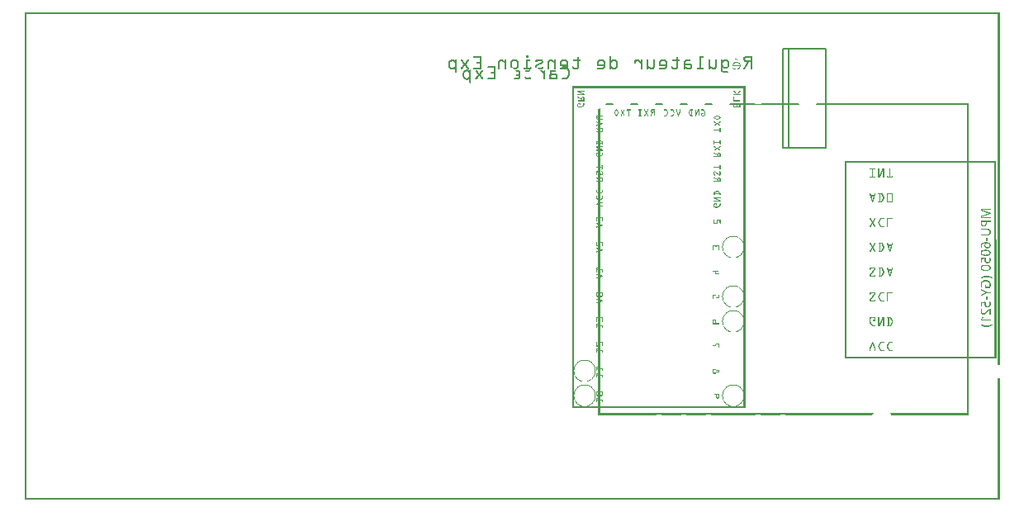
<source format=gbo>
G04 MADE WITH FRITZING*
G04 WWW.FRITZING.ORG*
G04 DOUBLE SIDED*
G04 HOLES PLATED*
G04 CONTOUR ON CENTER OF CONTOUR VECTOR*
%ASAXBY*%
%FSLAX23Y23*%
%MOIN*%
%OFA0B0*%
%SFA1.0B1.0*%
%ADD10C,0.008000*%
%ADD11R,0.001000X0.001000*%
%LNSILK0*%
G90*
G70*
G54D10*
X3236Y1421D02*
X3236Y1821D01*
D02*
X3236Y1821D02*
X3086Y1821D01*
D02*
X3086Y1821D02*
X3061Y1821D01*
D02*
X3061Y1821D02*
X3061Y1421D01*
D02*
X3061Y1421D02*
X3086Y1421D01*
D02*
X3086Y1421D02*
X3236Y1421D01*
D02*
X3086Y1421D02*
X3086Y1821D01*
G54D11*
X0Y1969D02*
X3936Y1969D01*
X0Y1968D02*
X3936Y1968D01*
X0Y1967D02*
X3936Y1967D01*
X0Y1966D02*
X3936Y1966D01*
X0Y1965D02*
X3936Y1965D01*
X0Y1964D02*
X3936Y1964D01*
X0Y1963D02*
X3936Y1963D01*
X0Y1962D02*
X3936Y1962D01*
X0Y1961D02*
X7Y1961D01*
X3929Y1961D02*
X3936Y1961D01*
X0Y1960D02*
X7Y1960D01*
X3929Y1960D02*
X3936Y1960D01*
X0Y1959D02*
X7Y1959D01*
X3929Y1959D02*
X3936Y1959D01*
X0Y1958D02*
X7Y1958D01*
X3929Y1958D02*
X3936Y1958D01*
X0Y1957D02*
X7Y1957D01*
X3929Y1957D02*
X3936Y1957D01*
X0Y1956D02*
X7Y1956D01*
X3929Y1956D02*
X3936Y1956D01*
X0Y1955D02*
X7Y1955D01*
X3929Y1955D02*
X3936Y1955D01*
X0Y1954D02*
X7Y1954D01*
X3929Y1954D02*
X3936Y1954D01*
X0Y1953D02*
X7Y1953D01*
X3929Y1953D02*
X3936Y1953D01*
X0Y1952D02*
X7Y1952D01*
X3929Y1952D02*
X3936Y1952D01*
X0Y1951D02*
X7Y1951D01*
X3929Y1951D02*
X3936Y1951D01*
X0Y1950D02*
X7Y1950D01*
X3929Y1950D02*
X3936Y1950D01*
X0Y1949D02*
X7Y1949D01*
X3929Y1949D02*
X3936Y1949D01*
X0Y1948D02*
X7Y1948D01*
X3929Y1948D02*
X3936Y1948D01*
X0Y1947D02*
X7Y1947D01*
X3929Y1947D02*
X3936Y1947D01*
X0Y1946D02*
X7Y1946D01*
X3929Y1946D02*
X3936Y1946D01*
X0Y1945D02*
X7Y1945D01*
X3929Y1945D02*
X3936Y1945D01*
X0Y1944D02*
X7Y1944D01*
X3929Y1944D02*
X3936Y1944D01*
X0Y1943D02*
X7Y1943D01*
X3929Y1943D02*
X3936Y1943D01*
X0Y1942D02*
X7Y1942D01*
X3929Y1942D02*
X3936Y1942D01*
X0Y1941D02*
X7Y1941D01*
X3929Y1941D02*
X3936Y1941D01*
X0Y1940D02*
X7Y1940D01*
X3929Y1940D02*
X3936Y1940D01*
X0Y1939D02*
X7Y1939D01*
X3929Y1939D02*
X3936Y1939D01*
X0Y1938D02*
X7Y1938D01*
X3929Y1938D02*
X3936Y1938D01*
X0Y1937D02*
X7Y1937D01*
X3929Y1937D02*
X3936Y1937D01*
X0Y1936D02*
X7Y1936D01*
X3929Y1936D02*
X3936Y1936D01*
X0Y1935D02*
X7Y1935D01*
X3929Y1935D02*
X3936Y1935D01*
X0Y1934D02*
X7Y1934D01*
X3929Y1934D02*
X3936Y1934D01*
X0Y1933D02*
X7Y1933D01*
X3929Y1933D02*
X3936Y1933D01*
X0Y1932D02*
X7Y1932D01*
X3929Y1932D02*
X3936Y1932D01*
X0Y1931D02*
X7Y1931D01*
X3929Y1931D02*
X3936Y1931D01*
X0Y1930D02*
X7Y1930D01*
X3929Y1930D02*
X3936Y1930D01*
X0Y1929D02*
X7Y1929D01*
X3929Y1929D02*
X3936Y1929D01*
X0Y1928D02*
X7Y1928D01*
X3929Y1928D02*
X3936Y1928D01*
X0Y1927D02*
X7Y1927D01*
X3929Y1927D02*
X3936Y1927D01*
X0Y1926D02*
X7Y1926D01*
X3929Y1926D02*
X3936Y1926D01*
X0Y1925D02*
X7Y1925D01*
X3929Y1925D02*
X3936Y1925D01*
X0Y1924D02*
X7Y1924D01*
X3929Y1924D02*
X3936Y1924D01*
X0Y1923D02*
X7Y1923D01*
X3929Y1923D02*
X3936Y1923D01*
X0Y1922D02*
X7Y1922D01*
X3929Y1922D02*
X3936Y1922D01*
X0Y1921D02*
X7Y1921D01*
X3929Y1921D02*
X3936Y1921D01*
X0Y1920D02*
X7Y1920D01*
X3929Y1920D02*
X3936Y1920D01*
X0Y1919D02*
X7Y1919D01*
X3929Y1919D02*
X3936Y1919D01*
X0Y1918D02*
X7Y1918D01*
X3929Y1918D02*
X3936Y1918D01*
X0Y1917D02*
X7Y1917D01*
X3929Y1917D02*
X3936Y1917D01*
X0Y1916D02*
X7Y1916D01*
X3929Y1916D02*
X3936Y1916D01*
X0Y1915D02*
X7Y1915D01*
X3929Y1915D02*
X3936Y1915D01*
X0Y1914D02*
X7Y1914D01*
X3929Y1914D02*
X3936Y1914D01*
X0Y1913D02*
X7Y1913D01*
X3929Y1913D02*
X3936Y1913D01*
X0Y1912D02*
X7Y1912D01*
X3929Y1912D02*
X3936Y1912D01*
X0Y1911D02*
X7Y1911D01*
X3929Y1911D02*
X3936Y1911D01*
X0Y1910D02*
X7Y1910D01*
X3929Y1910D02*
X3936Y1910D01*
X0Y1909D02*
X7Y1909D01*
X3929Y1909D02*
X3936Y1909D01*
X0Y1908D02*
X7Y1908D01*
X3929Y1908D02*
X3936Y1908D01*
X0Y1907D02*
X7Y1907D01*
X3929Y1907D02*
X3936Y1907D01*
X0Y1906D02*
X7Y1906D01*
X3929Y1906D02*
X3936Y1906D01*
X0Y1905D02*
X7Y1905D01*
X3929Y1905D02*
X3936Y1905D01*
X0Y1904D02*
X7Y1904D01*
X3929Y1904D02*
X3936Y1904D01*
X0Y1903D02*
X7Y1903D01*
X3929Y1903D02*
X3936Y1903D01*
X0Y1902D02*
X7Y1902D01*
X3929Y1902D02*
X3936Y1902D01*
X0Y1901D02*
X7Y1901D01*
X3929Y1901D02*
X3936Y1901D01*
X0Y1900D02*
X7Y1900D01*
X3929Y1900D02*
X3936Y1900D01*
X0Y1899D02*
X7Y1899D01*
X3929Y1899D02*
X3936Y1899D01*
X0Y1898D02*
X7Y1898D01*
X3929Y1898D02*
X3936Y1898D01*
X0Y1897D02*
X7Y1897D01*
X3929Y1897D02*
X3936Y1897D01*
X0Y1896D02*
X7Y1896D01*
X3929Y1896D02*
X3936Y1896D01*
X0Y1895D02*
X7Y1895D01*
X3929Y1895D02*
X3936Y1895D01*
X0Y1894D02*
X7Y1894D01*
X3929Y1894D02*
X3936Y1894D01*
X0Y1893D02*
X7Y1893D01*
X3929Y1893D02*
X3936Y1893D01*
X0Y1892D02*
X7Y1892D01*
X3929Y1892D02*
X3936Y1892D01*
X0Y1891D02*
X7Y1891D01*
X3929Y1891D02*
X3936Y1891D01*
X0Y1890D02*
X7Y1890D01*
X3929Y1890D02*
X3936Y1890D01*
X0Y1889D02*
X7Y1889D01*
X3929Y1889D02*
X3936Y1889D01*
X0Y1888D02*
X7Y1888D01*
X3929Y1888D02*
X3936Y1888D01*
X0Y1887D02*
X7Y1887D01*
X3929Y1887D02*
X3936Y1887D01*
X0Y1886D02*
X7Y1886D01*
X3929Y1886D02*
X3936Y1886D01*
X0Y1885D02*
X7Y1885D01*
X3929Y1885D02*
X3936Y1885D01*
X0Y1884D02*
X7Y1884D01*
X3929Y1884D02*
X3936Y1884D01*
X0Y1883D02*
X7Y1883D01*
X3929Y1883D02*
X3936Y1883D01*
X0Y1882D02*
X7Y1882D01*
X3929Y1882D02*
X3936Y1882D01*
X0Y1881D02*
X7Y1881D01*
X3929Y1881D02*
X3936Y1881D01*
X0Y1880D02*
X7Y1880D01*
X3929Y1880D02*
X3936Y1880D01*
X0Y1879D02*
X7Y1879D01*
X3929Y1879D02*
X3936Y1879D01*
X0Y1878D02*
X7Y1878D01*
X3929Y1878D02*
X3936Y1878D01*
X0Y1877D02*
X7Y1877D01*
X3929Y1877D02*
X3936Y1877D01*
X0Y1876D02*
X7Y1876D01*
X3929Y1876D02*
X3936Y1876D01*
X0Y1875D02*
X7Y1875D01*
X3929Y1875D02*
X3936Y1875D01*
X0Y1874D02*
X7Y1874D01*
X3929Y1874D02*
X3936Y1874D01*
X0Y1873D02*
X7Y1873D01*
X3929Y1873D02*
X3936Y1873D01*
X0Y1872D02*
X7Y1872D01*
X3929Y1872D02*
X3936Y1872D01*
X0Y1871D02*
X7Y1871D01*
X3929Y1871D02*
X3936Y1871D01*
X0Y1870D02*
X7Y1870D01*
X3929Y1870D02*
X3936Y1870D01*
X0Y1869D02*
X7Y1869D01*
X3929Y1869D02*
X3936Y1869D01*
X0Y1868D02*
X7Y1868D01*
X3929Y1868D02*
X3936Y1868D01*
X0Y1867D02*
X7Y1867D01*
X3929Y1867D02*
X3936Y1867D01*
X0Y1866D02*
X7Y1866D01*
X3929Y1866D02*
X3936Y1866D01*
X0Y1865D02*
X7Y1865D01*
X3929Y1865D02*
X3936Y1865D01*
X0Y1864D02*
X7Y1864D01*
X3929Y1864D02*
X3936Y1864D01*
X0Y1863D02*
X7Y1863D01*
X3929Y1863D02*
X3936Y1863D01*
X0Y1862D02*
X7Y1862D01*
X3929Y1862D02*
X3936Y1862D01*
X0Y1861D02*
X7Y1861D01*
X3929Y1861D02*
X3936Y1861D01*
X0Y1860D02*
X7Y1860D01*
X3929Y1860D02*
X3936Y1860D01*
X0Y1859D02*
X7Y1859D01*
X3929Y1859D02*
X3936Y1859D01*
X0Y1858D02*
X7Y1858D01*
X3929Y1858D02*
X3936Y1858D01*
X0Y1857D02*
X7Y1857D01*
X3929Y1857D02*
X3936Y1857D01*
X0Y1856D02*
X7Y1856D01*
X3929Y1856D02*
X3936Y1856D01*
X0Y1855D02*
X7Y1855D01*
X3929Y1855D02*
X3936Y1855D01*
X0Y1854D02*
X7Y1854D01*
X3929Y1854D02*
X3936Y1854D01*
X0Y1853D02*
X7Y1853D01*
X3929Y1853D02*
X3936Y1853D01*
X0Y1852D02*
X7Y1852D01*
X3929Y1852D02*
X3936Y1852D01*
X0Y1851D02*
X7Y1851D01*
X3929Y1851D02*
X3936Y1851D01*
X0Y1850D02*
X7Y1850D01*
X3929Y1850D02*
X3936Y1850D01*
X0Y1849D02*
X7Y1849D01*
X3929Y1849D02*
X3936Y1849D01*
X0Y1848D02*
X7Y1848D01*
X3929Y1848D02*
X3936Y1848D01*
X0Y1847D02*
X7Y1847D01*
X3929Y1847D02*
X3936Y1847D01*
X0Y1846D02*
X7Y1846D01*
X3929Y1846D02*
X3936Y1846D01*
X0Y1845D02*
X7Y1845D01*
X3929Y1845D02*
X3936Y1845D01*
X0Y1844D02*
X7Y1844D01*
X3929Y1844D02*
X3936Y1844D01*
X0Y1843D02*
X7Y1843D01*
X3929Y1843D02*
X3936Y1843D01*
X0Y1842D02*
X7Y1842D01*
X3929Y1842D02*
X3936Y1842D01*
X0Y1841D02*
X7Y1841D01*
X3929Y1841D02*
X3936Y1841D01*
X0Y1840D02*
X7Y1840D01*
X3929Y1840D02*
X3936Y1840D01*
X0Y1839D02*
X7Y1839D01*
X3929Y1839D02*
X3936Y1839D01*
X0Y1838D02*
X7Y1838D01*
X3929Y1838D02*
X3936Y1838D01*
X0Y1837D02*
X7Y1837D01*
X3929Y1837D02*
X3936Y1837D01*
X0Y1836D02*
X7Y1836D01*
X3929Y1836D02*
X3936Y1836D01*
X0Y1835D02*
X7Y1835D01*
X3929Y1835D02*
X3936Y1835D01*
X0Y1834D02*
X7Y1834D01*
X3929Y1834D02*
X3936Y1834D01*
X0Y1833D02*
X7Y1833D01*
X3929Y1833D02*
X3936Y1833D01*
X0Y1832D02*
X7Y1832D01*
X3929Y1832D02*
X3936Y1832D01*
X0Y1831D02*
X7Y1831D01*
X3929Y1831D02*
X3936Y1831D01*
X0Y1830D02*
X7Y1830D01*
X3929Y1830D02*
X3936Y1830D01*
X0Y1829D02*
X7Y1829D01*
X3929Y1829D02*
X3936Y1829D01*
X0Y1828D02*
X7Y1828D01*
X3929Y1828D02*
X3936Y1828D01*
X0Y1827D02*
X7Y1827D01*
X3929Y1827D02*
X3936Y1827D01*
X0Y1826D02*
X7Y1826D01*
X3929Y1826D02*
X3936Y1826D01*
X0Y1825D02*
X7Y1825D01*
X3929Y1825D02*
X3936Y1825D01*
X0Y1824D02*
X7Y1824D01*
X3929Y1824D02*
X3936Y1824D01*
X0Y1823D02*
X7Y1823D01*
X3929Y1823D02*
X3936Y1823D01*
X0Y1822D02*
X7Y1822D01*
X3929Y1822D02*
X3936Y1822D01*
X0Y1821D02*
X7Y1821D01*
X3929Y1821D02*
X3936Y1821D01*
X0Y1820D02*
X7Y1820D01*
X3929Y1820D02*
X3936Y1820D01*
X0Y1819D02*
X7Y1819D01*
X3929Y1819D02*
X3936Y1819D01*
X0Y1818D02*
X7Y1818D01*
X3929Y1818D02*
X3936Y1818D01*
X0Y1817D02*
X7Y1817D01*
X3929Y1817D02*
X3936Y1817D01*
X0Y1816D02*
X7Y1816D01*
X3929Y1816D02*
X3936Y1816D01*
X0Y1815D02*
X7Y1815D01*
X3929Y1815D02*
X3936Y1815D01*
X0Y1814D02*
X7Y1814D01*
X3929Y1814D02*
X3936Y1814D01*
X0Y1813D02*
X7Y1813D01*
X3929Y1813D02*
X3936Y1813D01*
X0Y1812D02*
X7Y1812D01*
X3929Y1812D02*
X3936Y1812D01*
X0Y1811D02*
X7Y1811D01*
X3929Y1811D02*
X3936Y1811D01*
X0Y1810D02*
X7Y1810D01*
X3929Y1810D02*
X3936Y1810D01*
X0Y1809D02*
X7Y1809D01*
X3929Y1809D02*
X3936Y1809D01*
X0Y1808D02*
X7Y1808D01*
X3929Y1808D02*
X3936Y1808D01*
X0Y1807D02*
X7Y1807D01*
X3929Y1807D02*
X3936Y1807D01*
X0Y1806D02*
X7Y1806D01*
X3929Y1806D02*
X3936Y1806D01*
X0Y1805D02*
X7Y1805D01*
X3929Y1805D02*
X3936Y1805D01*
X0Y1804D02*
X7Y1804D01*
X3929Y1804D02*
X3936Y1804D01*
X0Y1803D02*
X7Y1803D01*
X3929Y1803D02*
X3936Y1803D01*
X0Y1802D02*
X7Y1802D01*
X3929Y1802D02*
X3936Y1802D01*
X0Y1801D02*
X7Y1801D01*
X3929Y1801D02*
X3936Y1801D01*
X0Y1800D02*
X7Y1800D01*
X3929Y1800D02*
X3936Y1800D01*
X0Y1799D02*
X7Y1799D01*
X3929Y1799D02*
X3936Y1799D01*
X0Y1798D02*
X7Y1798D01*
X3929Y1798D02*
X3936Y1798D01*
X0Y1797D02*
X7Y1797D01*
X3929Y1797D02*
X3936Y1797D01*
X0Y1796D02*
X7Y1796D01*
X3929Y1796D02*
X3936Y1796D01*
X0Y1795D02*
X7Y1795D01*
X2026Y1795D02*
X2033Y1795D01*
X3929Y1795D02*
X3936Y1795D01*
X0Y1794D02*
X7Y1794D01*
X2025Y1794D02*
X2034Y1794D01*
X3929Y1794D02*
X3936Y1794D01*
X0Y1793D02*
X7Y1793D01*
X1814Y1793D02*
X1844Y1793D01*
X2025Y1793D02*
X2034Y1793D01*
X2364Y1793D02*
X2364Y1793D01*
X2728Y1793D02*
X2738Y1793D01*
X2912Y1793D02*
X2936Y1793D01*
X3929Y1793D02*
X3936Y1793D01*
X0Y1792D02*
X7Y1792D01*
X1812Y1792D02*
X1844Y1792D01*
X2025Y1792D02*
X2034Y1792D01*
X2362Y1792D02*
X2366Y1792D01*
X2726Y1792D02*
X2740Y1792D01*
X2908Y1792D02*
X2936Y1792D01*
X3929Y1792D02*
X3936Y1792D01*
X0Y1791D02*
X7Y1791D01*
X1811Y1791D02*
X1844Y1791D01*
X2025Y1791D02*
X2034Y1791D01*
X2361Y1791D02*
X2366Y1791D01*
X2725Y1791D02*
X2741Y1791D01*
X2907Y1791D02*
X2936Y1791D01*
X3929Y1791D02*
X3936Y1791D01*
X0Y1790D02*
X7Y1790D01*
X1811Y1790D02*
X1844Y1790D01*
X2025Y1790D02*
X2034Y1790D01*
X2234Y1790D02*
X2235Y1790D01*
X2361Y1790D02*
X2367Y1790D01*
X2634Y1790D02*
X2635Y1790D01*
X2725Y1790D02*
X2741Y1790D01*
X2906Y1790D02*
X2936Y1790D01*
X3929Y1790D02*
X3936Y1790D01*
X0Y1789D02*
X7Y1789D01*
X1811Y1789D02*
X1844Y1789D01*
X2025Y1789D02*
X2034Y1789D01*
X2232Y1789D02*
X2236Y1789D01*
X2361Y1789D02*
X2367Y1789D01*
X2632Y1789D02*
X2636Y1789D01*
X2725Y1789D02*
X2741Y1789D01*
X2905Y1789D02*
X2936Y1789D01*
X3929Y1789D02*
X3936Y1789D01*
X0Y1788D02*
X7Y1788D01*
X1811Y1788D02*
X1844Y1788D01*
X2025Y1788D02*
X2034Y1788D01*
X2232Y1788D02*
X2237Y1788D01*
X2361Y1788D02*
X2367Y1788D01*
X2632Y1788D02*
X2637Y1788D01*
X2725Y1788D02*
X2740Y1788D01*
X2904Y1788D02*
X2936Y1788D01*
X3929Y1788D02*
X3936Y1788D01*
X0Y1787D02*
X7Y1787D01*
X1812Y1787D02*
X1844Y1787D01*
X2026Y1787D02*
X2033Y1787D01*
X2231Y1787D02*
X2237Y1787D01*
X2361Y1787D02*
X2367Y1787D01*
X2631Y1787D02*
X2637Y1787D01*
X2725Y1787D02*
X2740Y1787D01*
X2903Y1787D02*
X2936Y1787D01*
X3929Y1787D02*
X3936Y1787D01*
X0Y1786D02*
X7Y1786D01*
X1838Y1786D02*
X1844Y1786D01*
X2231Y1786D02*
X2237Y1786D01*
X2361Y1786D02*
X2367Y1786D01*
X2631Y1786D02*
X2637Y1786D01*
X2725Y1786D02*
X2731Y1786D01*
X2903Y1786D02*
X2912Y1786D01*
X2930Y1786D02*
X2936Y1786D01*
X3929Y1786D02*
X3936Y1786D01*
X0Y1785D02*
X7Y1785D01*
X1838Y1785D02*
X1844Y1785D01*
X2231Y1785D02*
X2237Y1785D01*
X2361Y1785D02*
X2367Y1785D01*
X2631Y1785D02*
X2637Y1785D01*
X2725Y1785D02*
X2731Y1785D01*
X2903Y1785D02*
X2910Y1785D01*
X2930Y1785D02*
X2936Y1785D01*
X3929Y1785D02*
X3936Y1785D01*
X0Y1784D02*
X7Y1784D01*
X1838Y1784D02*
X1844Y1784D01*
X2231Y1784D02*
X2237Y1784D01*
X2361Y1784D02*
X2367Y1784D01*
X2631Y1784D02*
X2637Y1784D01*
X2725Y1784D02*
X2731Y1784D01*
X2903Y1784D02*
X2909Y1784D01*
X2930Y1784D02*
X2936Y1784D01*
X3929Y1784D02*
X3936Y1784D01*
X0Y1783D02*
X7Y1783D01*
X1838Y1783D02*
X1844Y1783D01*
X2231Y1783D02*
X2237Y1783D01*
X2361Y1783D02*
X2367Y1783D01*
X2631Y1783D02*
X2637Y1783D01*
X2725Y1783D02*
X2731Y1783D01*
X2868Y1783D02*
X2870Y1783D01*
X2902Y1783D02*
X2908Y1783D01*
X2930Y1783D02*
X2936Y1783D01*
X3929Y1783D02*
X3936Y1783D01*
X0Y1782D02*
X7Y1782D01*
X1838Y1782D02*
X1844Y1782D01*
X2231Y1782D02*
X2237Y1782D01*
X2361Y1782D02*
X2367Y1782D01*
X2631Y1782D02*
X2637Y1782D01*
X2725Y1782D02*
X2731Y1782D01*
X2868Y1782D02*
X2871Y1782D01*
X2902Y1782D02*
X2908Y1782D01*
X2930Y1782D02*
X2936Y1782D01*
X3929Y1782D02*
X3936Y1782D01*
X0Y1781D02*
X7Y1781D01*
X1838Y1781D02*
X1844Y1781D01*
X2231Y1781D02*
X2237Y1781D01*
X2361Y1781D02*
X2367Y1781D01*
X2631Y1781D02*
X2637Y1781D01*
X2725Y1781D02*
X2731Y1781D01*
X2869Y1781D02*
X2873Y1781D01*
X2902Y1781D02*
X2908Y1781D01*
X2930Y1781D02*
X2936Y1781D01*
X3929Y1781D02*
X3936Y1781D01*
X0Y1780D02*
X7Y1780D01*
X1838Y1780D02*
X1844Y1780D01*
X2231Y1780D02*
X2237Y1780D01*
X2361Y1780D02*
X2367Y1780D01*
X2631Y1780D02*
X2637Y1780D01*
X2725Y1780D02*
X2731Y1780D01*
X2870Y1780D02*
X2874Y1780D01*
X2902Y1780D02*
X2908Y1780D01*
X2930Y1780D02*
X2936Y1780D01*
X3929Y1780D02*
X3936Y1780D01*
X0Y1779D02*
X7Y1779D01*
X1723Y1779D02*
X1732Y1779D01*
X1740Y1779D02*
X1743Y1779D01*
X1838Y1779D02*
X1844Y1779D01*
X2231Y1779D02*
X2237Y1779D01*
X2361Y1779D02*
X2367Y1779D01*
X2631Y1779D02*
X2637Y1779D01*
X2725Y1779D02*
X2731Y1779D01*
X2871Y1779D02*
X2875Y1779D01*
X2902Y1779D02*
X2908Y1779D01*
X2930Y1779D02*
X2936Y1779D01*
X3929Y1779D02*
X3936Y1779D01*
X0Y1778D02*
X7Y1778D01*
X1721Y1778D02*
X1733Y1778D01*
X1739Y1778D02*
X1744Y1778D01*
X1764Y1778D02*
X1765Y1778D01*
X1790Y1778D02*
X1791Y1778D01*
X1838Y1778D02*
X1844Y1778D01*
X1919Y1778D02*
X1928Y1778D01*
X1940Y1778D02*
X1942Y1778D01*
X1971Y1778D02*
X1984Y1778D01*
X2027Y1778D02*
X2039Y1778D01*
X2068Y1778D02*
X2087Y1778D01*
X2119Y1778D02*
X2128Y1778D01*
X2140Y1778D02*
X2142Y1778D01*
X2171Y1778D02*
X2184Y1778D01*
X2216Y1778D02*
X2242Y1778D01*
X2321Y1778D02*
X2334Y1778D01*
X2361Y1778D02*
X2367Y1778D01*
X2375Y1778D02*
X2384Y1778D01*
X2469Y1778D02*
X2479Y1778D01*
X2490Y1778D02*
X2492Y1778D01*
X2513Y1778D02*
X2515Y1778D01*
X2540Y1778D02*
X2542Y1778D01*
X2571Y1778D02*
X2584Y1778D01*
X2616Y1778D02*
X2642Y1778D01*
X2669Y1778D02*
X2685Y1778D01*
X2725Y1778D02*
X2731Y1778D01*
X2763Y1778D02*
X2765Y1778D01*
X2790Y1778D02*
X2792Y1778D01*
X2813Y1778D02*
X2815Y1778D01*
X2825Y1778D02*
X2834Y1778D01*
X2873Y1778D02*
X2876Y1778D01*
X2902Y1778D02*
X2909Y1778D01*
X2930Y1778D02*
X2936Y1778D01*
X3929Y1778D02*
X3936Y1778D01*
X0Y1777D02*
X7Y1777D01*
X1720Y1777D02*
X1735Y1777D01*
X1738Y1777D02*
X1744Y1777D01*
X1762Y1777D02*
X1767Y1777D01*
X1788Y1777D02*
X1793Y1777D01*
X1838Y1777D02*
X1844Y1777D01*
X1917Y1777D02*
X1930Y1777D01*
X1939Y1777D02*
X1943Y1777D01*
X1969Y1777D02*
X1986Y1777D01*
X2025Y1777D02*
X2040Y1777D01*
X2066Y1777D02*
X2089Y1777D01*
X2117Y1777D02*
X2130Y1777D01*
X2139Y1777D02*
X2143Y1777D01*
X2169Y1777D02*
X2186Y1777D01*
X2215Y1777D02*
X2243Y1777D01*
X2319Y1777D02*
X2336Y1777D01*
X2361Y1777D02*
X2367Y1777D01*
X2372Y1777D02*
X2386Y1777D01*
X2466Y1777D02*
X2480Y1777D01*
X2489Y1777D02*
X2493Y1777D01*
X2512Y1777D02*
X2516Y1777D01*
X2539Y1777D02*
X2543Y1777D01*
X2569Y1777D02*
X2586Y1777D01*
X2615Y1777D02*
X2643Y1777D01*
X2667Y1777D02*
X2687Y1777D01*
X2725Y1777D02*
X2731Y1777D01*
X2762Y1777D02*
X2766Y1777D01*
X2789Y1777D02*
X2793Y1777D01*
X2812Y1777D02*
X2816Y1777D01*
X2822Y1777D02*
X2836Y1777D01*
X2874Y1777D02*
X2877Y1777D01*
X2903Y1777D02*
X2909Y1777D01*
X2930Y1777D02*
X2936Y1777D01*
X3929Y1777D02*
X3936Y1777D01*
X0Y1776D02*
X7Y1776D01*
X1719Y1776D02*
X1736Y1776D01*
X1738Y1776D02*
X1744Y1776D01*
X1762Y1776D02*
X1768Y1776D01*
X1787Y1776D02*
X1793Y1776D01*
X1838Y1776D02*
X1844Y1776D01*
X1916Y1776D02*
X1932Y1776D01*
X1939Y1776D02*
X1944Y1776D01*
X1967Y1776D02*
X1988Y1776D01*
X2025Y1776D02*
X2041Y1776D01*
X2064Y1776D02*
X2091Y1776D01*
X2116Y1776D02*
X2132Y1776D01*
X2139Y1776D02*
X2144Y1776D01*
X2167Y1776D02*
X2188Y1776D01*
X2215Y1776D02*
X2244Y1776D01*
X2317Y1776D02*
X2338Y1776D01*
X2361Y1776D02*
X2367Y1776D01*
X2371Y1776D02*
X2388Y1776D01*
X2465Y1776D02*
X2481Y1776D01*
X2489Y1776D02*
X2494Y1776D01*
X2511Y1776D02*
X2516Y1776D01*
X2539Y1776D02*
X2544Y1776D01*
X2567Y1776D02*
X2588Y1776D01*
X2615Y1776D02*
X2644Y1776D01*
X2666Y1776D02*
X2687Y1776D01*
X2725Y1776D02*
X2731Y1776D01*
X2761Y1776D02*
X2766Y1776D01*
X2789Y1776D02*
X2794Y1776D01*
X2811Y1776D02*
X2816Y1776D01*
X2821Y1776D02*
X2838Y1776D01*
X2875Y1776D02*
X2878Y1776D01*
X2903Y1776D02*
X2910Y1776D01*
X2930Y1776D02*
X2936Y1776D01*
X3929Y1776D02*
X3936Y1776D01*
X0Y1775D02*
X7Y1775D01*
X1718Y1775D02*
X1744Y1775D01*
X1762Y1775D02*
X1768Y1775D01*
X1787Y1775D02*
X1794Y1775D01*
X1838Y1775D02*
X1844Y1775D01*
X1914Y1775D02*
X1933Y1775D01*
X1938Y1775D02*
X1944Y1775D01*
X1966Y1775D02*
X1989Y1775D01*
X2025Y1775D02*
X2041Y1775D01*
X2063Y1775D02*
X2092Y1775D01*
X2114Y1775D02*
X2133Y1775D01*
X2138Y1775D02*
X2144Y1775D01*
X2166Y1775D02*
X2189Y1775D01*
X2214Y1775D02*
X2244Y1775D01*
X2316Y1775D02*
X2339Y1775D01*
X2361Y1775D02*
X2367Y1775D01*
X2369Y1775D02*
X2389Y1775D01*
X2464Y1775D02*
X2482Y1775D01*
X2488Y1775D02*
X2494Y1775D01*
X2511Y1775D02*
X2517Y1775D01*
X2538Y1775D02*
X2544Y1775D01*
X2566Y1775D02*
X2589Y1775D01*
X2614Y1775D02*
X2644Y1775D01*
X2664Y1775D02*
X2687Y1775D01*
X2725Y1775D02*
X2731Y1775D01*
X2761Y1775D02*
X2767Y1775D01*
X2788Y1775D02*
X2794Y1775D01*
X2811Y1775D02*
X2817Y1775D01*
X2819Y1775D02*
X2839Y1775D01*
X2876Y1775D02*
X2879Y1775D01*
X2903Y1775D02*
X2936Y1775D01*
X3929Y1775D02*
X3936Y1775D01*
X0Y1774D02*
X7Y1774D01*
X1716Y1774D02*
X1744Y1774D01*
X1762Y1774D02*
X1769Y1774D01*
X1786Y1774D02*
X1793Y1774D01*
X1838Y1774D02*
X1844Y1774D01*
X1914Y1774D02*
X1935Y1774D01*
X1938Y1774D02*
X1944Y1774D01*
X1965Y1774D02*
X1990Y1774D01*
X2025Y1774D02*
X2041Y1774D01*
X2062Y1774D02*
X2092Y1774D01*
X2114Y1774D02*
X2135Y1774D01*
X2138Y1774D02*
X2144Y1774D01*
X2165Y1774D02*
X2190Y1774D01*
X2214Y1774D02*
X2244Y1774D01*
X2315Y1774D02*
X2340Y1774D01*
X2361Y1774D02*
X2390Y1774D01*
X2463Y1774D02*
X2483Y1774D01*
X2488Y1774D02*
X2494Y1774D01*
X2511Y1774D02*
X2517Y1774D01*
X2538Y1774D02*
X2544Y1774D01*
X2565Y1774D02*
X2590Y1774D01*
X2614Y1774D02*
X2644Y1774D01*
X2664Y1774D02*
X2687Y1774D01*
X2725Y1774D02*
X2731Y1774D01*
X2761Y1774D02*
X2767Y1774D01*
X2788Y1774D02*
X2794Y1774D01*
X2811Y1774D02*
X2840Y1774D01*
X2877Y1774D02*
X2878Y1774D01*
X2904Y1774D02*
X2936Y1774D01*
X3929Y1774D02*
X3936Y1774D01*
X0Y1773D02*
X7Y1773D01*
X1715Y1773D02*
X1744Y1773D01*
X1762Y1773D02*
X1770Y1773D01*
X1785Y1773D02*
X1793Y1773D01*
X1838Y1773D02*
X1844Y1773D01*
X1913Y1773D02*
X1936Y1773D01*
X1938Y1773D02*
X1944Y1773D01*
X1964Y1773D02*
X1991Y1773D01*
X2025Y1773D02*
X2040Y1773D01*
X2062Y1773D02*
X2093Y1773D01*
X2113Y1773D02*
X2136Y1773D01*
X2138Y1773D02*
X2144Y1773D01*
X2164Y1773D02*
X2191Y1773D01*
X2215Y1773D02*
X2244Y1773D01*
X2314Y1773D02*
X2341Y1773D01*
X2361Y1773D02*
X2391Y1773D01*
X2462Y1773D02*
X2485Y1773D01*
X2488Y1773D02*
X2494Y1773D01*
X2511Y1773D02*
X2517Y1773D01*
X2538Y1773D02*
X2544Y1773D01*
X2564Y1773D02*
X2591Y1773D01*
X2615Y1773D02*
X2644Y1773D01*
X2663Y1773D02*
X2687Y1773D01*
X2725Y1773D02*
X2731Y1773D01*
X2761Y1773D02*
X2767Y1773D01*
X2788Y1773D02*
X2794Y1773D01*
X2811Y1773D02*
X2841Y1773D01*
X2904Y1773D02*
X2936Y1773D01*
X3929Y1773D02*
X3936Y1773D01*
X0Y1772D02*
X7Y1772D01*
X1714Y1772D02*
X1724Y1772D01*
X1731Y1772D02*
X1744Y1772D01*
X1763Y1772D02*
X1771Y1772D01*
X1784Y1772D02*
X1792Y1772D01*
X1838Y1772D02*
X1844Y1772D01*
X1912Y1772D02*
X1944Y1772D01*
X1963Y1772D02*
X1992Y1772D01*
X2025Y1772D02*
X2039Y1772D01*
X2062Y1772D02*
X2093Y1772D01*
X2112Y1772D02*
X2144Y1772D01*
X2163Y1772D02*
X2192Y1772D01*
X2216Y1772D02*
X2243Y1772D01*
X2313Y1772D02*
X2342Y1772D01*
X2361Y1772D02*
X2392Y1772D01*
X2462Y1772D02*
X2486Y1772D01*
X2488Y1772D02*
X2494Y1772D01*
X2511Y1772D02*
X2517Y1772D01*
X2538Y1772D02*
X2544Y1772D01*
X2563Y1772D02*
X2592Y1772D01*
X2616Y1772D02*
X2643Y1772D01*
X2662Y1772D02*
X2686Y1772D01*
X2725Y1772D02*
X2731Y1772D01*
X2761Y1772D02*
X2767Y1772D01*
X2788Y1772D02*
X2794Y1772D01*
X2811Y1772D02*
X2842Y1772D01*
X2905Y1772D02*
X2936Y1772D01*
X3929Y1772D02*
X3936Y1772D01*
X0Y1771D02*
X7Y1771D01*
X1713Y1771D02*
X1723Y1771D01*
X1732Y1771D02*
X1744Y1771D01*
X1764Y1771D02*
X1772Y1771D01*
X1783Y1771D02*
X1791Y1771D01*
X1838Y1771D02*
X1844Y1771D01*
X1912Y1771D02*
X1920Y1771D01*
X1928Y1771D02*
X1944Y1771D01*
X1962Y1771D02*
X1971Y1771D01*
X1984Y1771D02*
X1993Y1771D01*
X2025Y1771D02*
X2031Y1771D01*
X2062Y1771D02*
X2069Y1771D01*
X2087Y1771D02*
X2093Y1771D01*
X2112Y1771D02*
X2120Y1771D01*
X2128Y1771D02*
X2144Y1771D01*
X2162Y1771D02*
X2171Y1771D01*
X2184Y1771D02*
X2193Y1771D01*
X2231Y1771D02*
X2238Y1771D01*
X2312Y1771D02*
X2321Y1771D01*
X2334Y1771D02*
X2343Y1771D01*
X2361Y1771D02*
X2375Y1771D01*
X2384Y1771D02*
X2393Y1771D01*
X2461Y1771D02*
X2469Y1771D01*
X2477Y1771D02*
X2494Y1771D01*
X2511Y1771D02*
X2517Y1771D01*
X2538Y1771D02*
X2544Y1771D01*
X2562Y1771D02*
X2571Y1771D01*
X2584Y1771D02*
X2593Y1771D01*
X2631Y1771D02*
X2638Y1771D01*
X2662Y1771D02*
X2669Y1771D01*
X2725Y1771D02*
X2731Y1771D01*
X2761Y1771D02*
X2767Y1771D01*
X2788Y1771D02*
X2794Y1771D01*
X2811Y1771D02*
X2825Y1771D01*
X2834Y1771D02*
X2843Y1771D01*
X2906Y1771D02*
X2936Y1771D01*
X3929Y1771D02*
X3936Y1771D01*
X0Y1770D02*
X7Y1770D01*
X1713Y1770D02*
X1722Y1770D01*
X1733Y1770D02*
X1744Y1770D01*
X1764Y1770D02*
X1773Y1770D01*
X1783Y1770D02*
X1791Y1770D01*
X1838Y1770D02*
X1844Y1770D01*
X1912Y1770D02*
X1918Y1770D01*
X1929Y1770D02*
X1944Y1770D01*
X1962Y1770D02*
X1970Y1770D01*
X1985Y1770D02*
X1993Y1770D01*
X2025Y1770D02*
X2030Y1770D01*
X2062Y1770D02*
X2067Y1770D01*
X2087Y1770D02*
X2093Y1770D01*
X2112Y1770D02*
X2118Y1770D01*
X2129Y1770D02*
X2144Y1770D01*
X2162Y1770D02*
X2170Y1770D01*
X2185Y1770D02*
X2193Y1770D01*
X2231Y1770D02*
X2237Y1770D01*
X2312Y1770D02*
X2320Y1770D01*
X2335Y1770D02*
X2343Y1770D01*
X2361Y1770D02*
X2373Y1770D01*
X2385Y1770D02*
X2393Y1770D01*
X2461Y1770D02*
X2468Y1770D01*
X2478Y1770D02*
X2494Y1770D01*
X2511Y1770D02*
X2517Y1770D01*
X2538Y1770D02*
X2544Y1770D01*
X2562Y1770D02*
X2570Y1770D01*
X2585Y1770D02*
X2593Y1770D01*
X2631Y1770D02*
X2637Y1770D01*
X2662Y1770D02*
X2668Y1770D01*
X2725Y1770D02*
X2731Y1770D01*
X2761Y1770D02*
X2767Y1770D01*
X2788Y1770D02*
X2794Y1770D01*
X2811Y1770D02*
X2823Y1770D01*
X2835Y1770D02*
X2843Y1770D01*
X2907Y1770D02*
X2936Y1770D01*
X3929Y1770D02*
X3936Y1770D01*
X0Y1769D02*
X7Y1769D01*
X1712Y1769D02*
X1721Y1769D01*
X1734Y1769D02*
X1744Y1769D01*
X1765Y1769D02*
X1773Y1769D01*
X1782Y1769D02*
X1790Y1769D01*
X1826Y1769D02*
X1844Y1769D01*
X1912Y1769D02*
X1918Y1769D01*
X1931Y1769D02*
X1944Y1769D01*
X1961Y1769D02*
X1968Y1769D01*
X1986Y1769D02*
X1994Y1769D01*
X2025Y1769D02*
X2030Y1769D01*
X2063Y1769D02*
X2066Y1769D01*
X2087Y1769D02*
X2093Y1769D01*
X2112Y1769D02*
X2118Y1769D01*
X2131Y1769D02*
X2144Y1769D01*
X2161Y1769D02*
X2168Y1769D01*
X2186Y1769D02*
X2194Y1769D01*
X2231Y1769D02*
X2237Y1769D01*
X2311Y1769D02*
X2318Y1769D01*
X2336Y1769D02*
X2344Y1769D01*
X2361Y1769D02*
X2372Y1769D01*
X2386Y1769D02*
X2394Y1769D01*
X2461Y1769D02*
X2467Y1769D01*
X2479Y1769D02*
X2494Y1769D01*
X2511Y1769D02*
X2517Y1769D01*
X2538Y1769D02*
X2544Y1769D01*
X2561Y1769D02*
X2568Y1769D01*
X2586Y1769D02*
X2594Y1769D01*
X2631Y1769D02*
X2637Y1769D01*
X2662Y1769D02*
X2668Y1769D01*
X2725Y1769D02*
X2731Y1769D01*
X2761Y1769D02*
X2767Y1769D01*
X2788Y1769D02*
X2794Y1769D01*
X2811Y1769D02*
X2822Y1769D01*
X2836Y1769D02*
X2844Y1769D01*
X2871Y1769D02*
X2877Y1769D01*
X2909Y1769D02*
X2936Y1769D01*
X3929Y1769D02*
X3936Y1769D01*
X0Y1768D02*
X7Y1768D01*
X1711Y1768D02*
X1719Y1768D01*
X1735Y1768D02*
X1744Y1768D01*
X1766Y1768D02*
X1774Y1768D01*
X1781Y1768D02*
X1789Y1768D01*
X1825Y1768D02*
X1844Y1768D01*
X1912Y1768D02*
X1918Y1768D01*
X1932Y1768D02*
X1944Y1768D01*
X1961Y1768D02*
X1968Y1768D01*
X1987Y1768D02*
X1994Y1768D01*
X2025Y1768D02*
X2030Y1768D01*
X2087Y1768D02*
X2093Y1768D01*
X2112Y1768D02*
X2118Y1768D01*
X2132Y1768D02*
X2144Y1768D01*
X2161Y1768D02*
X2168Y1768D01*
X2187Y1768D02*
X2194Y1768D01*
X2231Y1768D02*
X2237Y1768D01*
X2311Y1768D02*
X2318Y1768D01*
X2337Y1768D02*
X2344Y1768D01*
X2361Y1768D02*
X2371Y1768D01*
X2387Y1768D02*
X2394Y1768D01*
X2461Y1768D02*
X2467Y1768D01*
X2481Y1768D02*
X2494Y1768D01*
X2511Y1768D02*
X2517Y1768D01*
X2538Y1768D02*
X2544Y1768D01*
X2561Y1768D02*
X2568Y1768D01*
X2587Y1768D02*
X2594Y1768D01*
X2631Y1768D02*
X2637Y1768D01*
X2662Y1768D02*
X2668Y1768D01*
X2725Y1768D02*
X2731Y1768D01*
X2761Y1768D02*
X2767Y1768D01*
X2788Y1768D02*
X2794Y1768D01*
X2811Y1768D02*
X2821Y1768D01*
X2837Y1768D02*
X2844Y1768D01*
X2868Y1768D02*
X2880Y1768D01*
X2917Y1768D02*
X2924Y1768D01*
X2930Y1768D02*
X2936Y1768D01*
X3929Y1768D02*
X3936Y1768D01*
X0Y1767D02*
X7Y1767D01*
X1711Y1767D02*
X1718Y1767D01*
X1736Y1767D02*
X1744Y1767D01*
X1767Y1767D02*
X1775Y1767D01*
X1780Y1767D02*
X1788Y1767D01*
X1825Y1767D02*
X1844Y1767D01*
X1912Y1767D02*
X1918Y1767D01*
X1934Y1767D02*
X1944Y1767D01*
X1961Y1767D02*
X1967Y1767D01*
X1988Y1767D02*
X1994Y1767D01*
X2025Y1767D02*
X2030Y1767D01*
X2085Y1767D02*
X2093Y1767D01*
X2112Y1767D02*
X2118Y1767D01*
X2134Y1767D02*
X2144Y1767D01*
X2161Y1767D02*
X2167Y1767D01*
X2188Y1767D02*
X2194Y1767D01*
X2231Y1767D02*
X2237Y1767D01*
X2311Y1767D02*
X2317Y1767D01*
X2338Y1767D02*
X2344Y1767D01*
X2361Y1767D02*
X2370Y1767D01*
X2388Y1767D02*
X2394Y1767D01*
X2461Y1767D02*
X2467Y1767D01*
X2482Y1767D02*
X2494Y1767D01*
X2511Y1767D02*
X2517Y1767D01*
X2538Y1767D02*
X2544Y1767D01*
X2561Y1767D02*
X2567Y1767D01*
X2588Y1767D02*
X2594Y1767D01*
X2631Y1767D02*
X2637Y1767D01*
X2662Y1767D02*
X2668Y1767D01*
X2725Y1767D02*
X2731Y1767D01*
X2761Y1767D02*
X2767Y1767D01*
X2788Y1767D02*
X2794Y1767D01*
X2811Y1767D02*
X2820Y1767D01*
X2838Y1767D02*
X2844Y1767D01*
X2866Y1767D02*
X2882Y1767D01*
X2916Y1767D02*
X2923Y1767D01*
X2930Y1767D02*
X2936Y1767D01*
X3929Y1767D02*
X3936Y1767D01*
X0Y1766D02*
X7Y1766D01*
X1711Y1766D02*
X1717Y1766D01*
X1737Y1766D02*
X1744Y1766D01*
X1768Y1766D02*
X1776Y1766D01*
X1779Y1766D02*
X1787Y1766D01*
X1825Y1766D02*
X1844Y1766D01*
X1912Y1766D02*
X1918Y1766D01*
X1935Y1766D02*
X1944Y1766D01*
X1961Y1766D02*
X1967Y1766D01*
X1988Y1766D02*
X1994Y1766D01*
X2025Y1766D02*
X2030Y1766D01*
X2083Y1766D02*
X2093Y1766D01*
X2112Y1766D02*
X2118Y1766D01*
X2135Y1766D02*
X2144Y1766D01*
X2161Y1766D02*
X2167Y1766D01*
X2188Y1766D02*
X2194Y1766D01*
X2231Y1766D02*
X2237Y1766D01*
X2311Y1766D02*
X2317Y1766D01*
X2338Y1766D02*
X2344Y1766D01*
X2361Y1766D02*
X2369Y1766D01*
X2388Y1766D02*
X2394Y1766D01*
X2461Y1766D02*
X2467Y1766D01*
X2483Y1766D02*
X2494Y1766D01*
X2511Y1766D02*
X2517Y1766D01*
X2538Y1766D02*
X2544Y1766D01*
X2561Y1766D02*
X2567Y1766D01*
X2588Y1766D02*
X2594Y1766D01*
X2631Y1766D02*
X2637Y1766D01*
X2662Y1766D02*
X2668Y1766D01*
X2725Y1766D02*
X2731Y1766D01*
X2761Y1766D02*
X2767Y1766D01*
X2788Y1766D02*
X2794Y1766D01*
X2811Y1766D02*
X2819Y1766D01*
X2838Y1766D02*
X2844Y1766D01*
X2865Y1766D02*
X2870Y1766D01*
X2878Y1766D02*
X2883Y1766D01*
X2916Y1766D02*
X2923Y1766D01*
X2930Y1766D02*
X2936Y1766D01*
X3929Y1766D02*
X3936Y1766D01*
X0Y1765D02*
X7Y1765D01*
X1711Y1765D02*
X1717Y1765D01*
X1738Y1765D02*
X1744Y1765D01*
X1769Y1765D02*
X1786Y1765D01*
X1825Y1765D02*
X1844Y1765D01*
X1912Y1765D02*
X1918Y1765D01*
X1937Y1765D02*
X1944Y1765D01*
X1961Y1765D02*
X1967Y1765D01*
X1988Y1765D02*
X1994Y1765D01*
X2025Y1765D02*
X2030Y1765D01*
X2080Y1765D02*
X2092Y1765D01*
X2112Y1765D02*
X2118Y1765D01*
X2137Y1765D02*
X2144Y1765D01*
X2161Y1765D02*
X2167Y1765D01*
X2188Y1765D02*
X2194Y1765D01*
X2231Y1765D02*
X2237Y1765D01*
X2311Y1765D02*
X2317Y1765D01*
X2338Y1765D02*
X2344Y1765D01*
X2361Y1765D02*
X2368Y1765D01*
X2388Y1765D02*
X2394Y1765D01*
X2461Y1765D02*
X2467Y1765D01*
X2484Y1765D02*
X2494Y1765D01*
X2511Y1765D02*
X2517Y1765D01*
X2538Y1765D02*
X2544Y1765D01*
X2561Y1765D02*
X2567Y1765D01*
X2588Y1765D02*
X2594Y1765D01*
X2631Y1765D02*
X2637Y1765D01*
X2662Y1765D02*
X2668Y1765D01*
X2725Y1765D02*
X2731Y1765D01*
X2761Y1765D02*
X2767Y1765D01*
X2788Y1765D02*
X2794Y1765D01*
X2811Y1765D02*
X2818Y1765D01*
X2838Y1765D02*
X2844Y1765D01*
X2863Y1765D02*
X2867Y1765D01*
X2881Y1765D02*
X2885Y1765D01*
X2915Y1765D02*
X2922Y1765D01*
X2930Y1765D02*
X2936Y1765D01*
X3929Y1765D02*
X3936Y1765D01*
X0Y1764D02*
X7Y1764D01*
X1711Y1764D02*
X1717Y1764D01*
X1738Y1764D02*
X1744Y1764D01*
X1769Y1764D02*
X1786Y1764D01*
X1825Y1764D02*
X1844Y1764D01*
X1911Y1764D02*
X1917Y1764D01*
X1938Y1764D02*
X1944Y1764D01*
X1961Y1764D02*
X1967Y1764D01*
X1988Y1764D02*
X1994Y1764D01*
X2025Y1764D02*
X2030Y1764D01*
X2078Y1764D02*
X2091Y1764D01*
X2111Y1764D02*
X2117Y1764D01*
X2138Y1764D02*
X2144Y1764D01*
X2161Y1764D02*
X2167Y1764D01*
X2188Y1764D02*
X2194Y1764D01*
X2231Y1764D02*
X2237Y1764D01*
X2311Y1764D02*
X2317Y1764D01*
X2338Y1764D02*
X2344Y1764D01*
X2361Y1764D02*
X2367Y1764D01*
X2388Y1764D02*
X2394Y1764D01*
X2461Y1764D02*
X2466Y1764D01*
X2485Y1764D02*
X2494Y1764D01*
X2511Y1764D02*
X2517Y1764D01*
X2538Y1764D02*
X2544Y1764D01*
X2561Y1764D02*
X2567Y1764D01*
X2588Y1764D02*
X2594Y1764D01*
X2631Y1764D02*
X2637Y1764D01*
X2661Y1764D02*
X2668Y1764D01*
X2725Y1764D02*
X2731Y1764D01*
X2761Y1764D02*
X2767Y1764D01*
X2788Y1764D02*
X2794Y1764D01*
X2811Y1764D02*
X2817Y1764D01*
X2838Y1764D02*
X2844Y1764D01*
X2862Y1764D02*
X2866Y1764D01*
X2882Y1764D02*
X2886Y1764D01*
X2914Y1764D02*
X2922Y1764D01*
X2930Y1764D02*
X2936Y1764D01*
X3929Y1764D02*
X3936Y1764D01*
X0Y1763D02*
X7Y1763D01*
X1711Y1763D02*
X1717Y1763D01*
X1738Y1763D02*
X1744Y1763D01*
X1770Y1763D02*
X1785Y1763D01*
X1826Y1763D02*
X1844Y1763D01*
X1911Y1763D02*
X1917Y1763D01*
X1938Y1763D02*
X1944Y1763D01*
X1961Y1763D02*
X1967Y1763D01*
X1988Y1763D02*
X1994Y1763D01*
X2025Y1763D02*
X2030Y1763D01*
X2076Y1763D02*
X2091Y1763D01*
X2111Y1763D02*
X2117Y1763D01*
X2138Y1763D02*
X2144Y1763D01*
X2161Y1763D02*
X2167Y1763D01*
X2188Y1763D02*
X2194Y1763D01*
X2231Y1763D02*
X2237Y1763D01*
X2311Y1763D02*
X2317Y1763D01*
X2338Y1763D02*
X2344Y1763D01*
X2361Y1763D02*
X2367Y1763D01*
X2388Y1763D02*
X2394Y1763D01*
X2463Y1763D02*
X2465Y1763D01*
X2486Y1763D02*
X2494Y1763D01*
X2511Y1763D02*
X2517Y1763D01*
X2538Y1763D02*
X2544Y1763D01*
X2561Y1763D02*
X2567Y1763D01*
X2588Y1763D02*
X2594Y1763D01*
X2631Y1763D02*
X2637Y1763D01*
X2661Y1763D02*
X2687Y1763D01*
X2725Y1763D02*
X2731Y1763D01*
X2761Y1763D02*
X2767Y1763D01*
X2788Y1763D02*
X2794Y1763D01*
X2811Y1763D02*
X2817Y1763D01*
X2838Y1763D02*
X2844Y1763D01*
X2862Y1763D02*
X2864Y1763D01*
X2884Y1763D02*
X2886Y1763D01*
X2914Y1763D02*
X2921Y1763D01*
X2930Y1763D02*
X2936Y1763D01*
X3929Y1763D02*
X3936Y1763D01*
X0Y1762D02*
X7Y1762D01*
X1711Y1762D02*
X1717Y1762D01*
X1738Y1762D02*
X1744Y1762D01*
X1771Y1762D02*
X1784Y1762D01*
X1838Y1762D02*
X1844Y1762D01*
X1911Y1762D02*
X1917Y1762D01*
X1938Y1762D02*
X1944Y1762D01*
X1961Y1762D02*
X1967Y1762D01*
X1988Y1762D02*
X1994Y1762D01*
X2025Y1762D02*
X2030Y1762D01*
X2073Y1762D02*
X2089Y1762D01*
X2111Y1762D02*
X2117Y1762D01*
X2138Y1762D02*
X2144Y1762D01*
X2161Y1762D02*
X2167Y1762D01*
X2188Y1762D02*
X2194Y1762D01*
X2231Y1762D02*
X2237Y1762D01*
X2311Y1762D02*
X2317Y1762D01*
X2338Y1762D02*
X2344Y1762D01*
X2361Y1762D02*
X2367Y1762D01*
X2388Y1762D02*
X2394Y1762D01*
X2488Y1762D02*
X2494Y1762D01*
X2511Y1762D02*
X2517Y1762D01*
X2538Y1762D02*
X2544Y1762D01*
X2561Y1762D02*
X2567Y1762D01*
X2588Y1762D02*
X2594Y1762D01*
X2631Y1762D02*
X2637Y1762D01*
X2661Y1762D02*
X2689Y1762D01*
X2725Y1762D02*
X2731Y1762D01*
X2761Y1762D02*
X2767Y1762D01*
X2788Y1762D02*
X2794Y1762D01*
X2811Y1762D02*
X2817Y1762D01*
X2838Y1762D02*
X2844Y1762D01*
X2861Y1762D02*
X2863Y1762D01*
X2885Y1762D02*
X2887Y1762D01*
X2913Y1762D02*
X2920Y1762D01*
X2930Y1762D02*
X2936Y1762D01*
X3929Y1762D02*
X3936Y1762D01*
X0Y1761D02*
X7Y1761D01*
X1711Y1761D02*
X1717Y1761D01*
X1738Y1761D02*
X1744Y1761D01*
X1772Y1761D02*
X1783Y1761D01*
X1838Y1761D02*
X1844Y1761D01*
X1911Y1761D02*
X1917Y1761D01*
X1938Y1761D02*
X1944Y1761D01*
X1961Y1761D02*
X1967Y1761D01*
X1988Y1761D02*
X1994Y1761D01*
X2025Y1761D02*
X2030Y1761D01*
X2071Y1761D02*
X2088Y1761D01*
X2111Y1761D02*
X2117Y1761D01*
X2138Y1761D02*
X2144Y1761D01*
X2161Y1761D02*
X2167Y1761D01*
X2188Y1761D02*
X2194Y1761D01*
X2231Y1761D02*
X2237Y1761D01*
X2311Y1761D02*
X2317Y1761D01*
X2338Y1761D02*
X2344Y1761D01*
X2361Y1761D02*
X2367Y1761D01*
X2388Y1761D02*
X2394Y1761D01*
X2488Y1761D02*
X2494Y1761D01*
X2511Y1761D02*
X2517Y1761D01*
X2538Y1761D02*
X2544Y1761D01*
X2561Y1761D02*
X2567Y1761D01*
X2588Y1761D02*
X2594Y1761D01*
X2631Y1761D02*
X2637Y1761D01*
X2661Y1761D02*
X2691Y1761D01*
X2725Y1761D02*
X2731Y1761D01*
X2761Y1761D02*
X2767Y1761D01*
X2788Y1761D02*
X2794Y1761D01*
X2811Y1761D02*
X2817Y1761D01*
X2838Y1761D02*
X2844Y1761D01*
X2860Y1761D02*
X2863Y1761D01*
X2885Y1761D02*
X2888Y1761D01*
X2913Y1761D02*
X2920Y1761D01*
X2930Y1761D02*
X2936Y1761D01*
X3929Y1761D02*
X3936Y1761D01*
X0Y1760D02*
X7Y1760D01*
X1711Y1760D02*
X1717Y1760D01*
X1738Y1760D02*
X1744Y1760D01*
X1773Y1760D02*
X1782Y1760D01*
X1838Y1760D02*
X1844Y1760D01*
X1911Y1760D02*
X1917Y1760D01*
X1938Y1760D02*
X1944Y1760D01*
X1961Y1760D02*
X1967Y1760D01*
X1988Y1760D02*
X1994Y1760D01*
X2025Y1760D02*
X2030Y1760D01*
X2069Y1760D02*
X2085Y1760D01*
X2111Y1760D02*
X2117Y1760D01*
X2138Y1760D02*
X2144Y1760D01*
X2161Y1760D02*
X2194Y1760D01*
X2231Y1760D02*
X2237Y1760D01*
X2311Y1760D02*
X2344Y1760D01*
X2361Y1760D02*
X2367Y1760D01*
X2388Y1760D02*
X2394Y1760D01*
X2488Y1760D02*
X2494Y1760D01*
X2511Y1760D02*
X2517Y1760D01*
X2538Y1760D02*
X2544Y1760D01*
X2561Y1760D02*
X2594Y1760D01*
X2631Y1760D02*
X2637Y1760D01*
X2661Y1760D02*
X2692Y1760D01*
X2725Y1760D02*
X2731Y1760D01*
X2761Y1760D02*
X2767Y1760D01*
X2788Y1760D02*
X2794Y1760D01*
X2811Y1760D02*
X2817Y1760D01*
X2838Y1760D02*
X2844Y1760D01*
X2860Y1760D02*
X2862Y1760D01*
X2886Y1760D02*
X2888Y1760D01*
X2912Y1760D02*
X2919Y1760D01*
X2930Y1760D02*
X2936Y1760D01*
X3929Y1760D02*
X3936Y1760D01*
X0Y1759D02*
X7Y1759D01*
X1711Y1759D02*
X1717Y1759D01*
X1738Y1759D02*
X1744Y1759D01*
X1773Y1759D02*
X1782Y1759D01*
X1838Y1759D02*
X1844Y1759D01*
X1911Y1759D02*
X1917Y1759D01*
X1938Y1759D02*
X1944Y1759D01*
X1961Y1759D02*
X1967Y1759D01*
X1988Y1759D02*
X1994Y1759D01*
X2025Y1759D02*
X2030Y1759D01*
X2067Y1759D02*
X2083Y1759D01*
X2111Y1759D02*
X2117Y1759D01*
X2138Y1759D02*
X2144Y1759D01*
X2161Y1759D02*
X2194Y1759D01*
X2231Y1759D02*
X2237Y1759D01*
X2311Y1759D02*
X2344Y1759D01*
X2361Y1759D02*
X2367Y1759D01*
X2388Y1759D02*
X2394Y1759D01*
X2488Y1759D02*
X2494Y1759D01*
X2511Y1759D02*
X2517Y1759D01*
X2538Y1759D02*
X2544Y1759D01*
X2561Y1759D02*
X2594Y1759D01*
X2631Y1759D02*
X2637Y1759D01*
X2661Y1759D02*
X2693Y1759D01*
X2725Y1759D02*
X2731Y1759D01*
X2761Y1759D02*
X2767Y1759D01*
X2788Y1759D02*
X2794Y1759D01*
X2811Y1759D02*
X2817Y1759D01*
X2838Y1759D02*
X2844Y1759D01*
X2860Y1759D02*
X2861Y1759D01*
X2887Y1759D02*
X2889Y1759D01*
X2912Y1759D02*
X2919Y1759D01*
X2930Y1759D02*
X2936Y1759D01*
X3929Y1759D02*
X3936Y1759D01*
X0Y1758D02*
X7Y1758D01*
X1711Y1758D02*
X1717Y1758D01*
X1738Y1758D02*
X1744Y1758D01*
X1773Y1758D02*
X1783Y1758D01*
X1838Y1758D02*
X1844Y1758D01*
X1911Y1758D02*
X1917Y1758D01*
X1938Y1758D02*
X1944Y1758D01*
X1961Y1758D02*
X1967Y1758D01*
X1988Y1758D02*
X1994Y1758D01*
X2025Y1758D02*
X2030Y1758D01*
X2065Y1758D02*
X2081Y1758D01*
X2111Y1758D02*
X2117Y1758D01*
X2138Y1758D02*
X2144Y1758D01*
X2161Y1758D02*
X2194Y1758D01*
X2231Y1758D02*
X2237Y1758D01*
X2311Y1758D02*
X2344Y1758D01*
X2361Y1758D02*
X2367Y1758D01*
X2388Y1758D02*
X2394Y1758D01*
X2488Y1758D02*
X2494Y1758D01*
X2511Y1758D02*
X2517Y1758D01*
X2538Y1758D02*
X2544Y1758D01*
X2561Y1758D02*
X2594Y1758D01*
X2631Y1758D02*
X2637Y1758D01*
X2661Y1758D02*
X2693Y1758D01*
X2725Y1758D02*
X2731Y1758D01*
X2761Y1758D02*
X2767Y1758D01*
X2788Y1758D02*
X2794Y1758D01*
X2811Y1758D02*
X2817Y1758D01*
X2838Y1758D02*
X2844Y1758D01*
X2859Y1758D02*
X2861Y1758D01*
X2887Y1758D02*
X2889Y1758D01*
X2911Y1758D02*
X2918Y1758D01*
X2930Y1758D02*
X2936Y1758D01*
X3929Y1758D02*
X3936Y1758D01*
X0Y1757D02*
X7Y1757D01*
X1711Y1757D02*
X1717Y1757D01*
X1738Y1757D02*
X1744Y1757D01*
X1772Y1757D02*
X1783Y1757D01*
X1838Y1757D02*
X1844Y1757D01*
X1911Y1757D02*
X1917Y1757D01*
X1938Y1757D02*
X1944Y1757D01*
X1961Y1757D02*
X1967Y1757D01*
X1988Y1757D02*
X1994Y1757D01*
X2025Y1757D02*
X2030Y1757D01*
X2064Y1757D02*
X2078Y1757D01*
X2111Y1757D02*
X2117Y1757D01*
X2138Y1757D02*
X2144Y1757D01*
X2161Y1757D02*
X2194Y1757D01*
X2231Y1757D02*
X2237Y1757D01*
X2311Y1757D02*
X2344Y1757D01*
X2361Y1757D02*
X2367Y1757D01*
X2388Y1757D02*
X2394Y1757D01*
X2488Y1757D02*
X2494Y1757D01*
X2511Y1757D02*
X2517Y1757D01*
X2538Y1757D02*
X2544Y1757D01*
X2561Y1757D02*
X2594Y1757D01*
X2631Y1757D02*
X2637Y1757D01*
X2661Y1757D02*
X2694Y1757D01*
X2725Y1757D02*
X2731Y1757D01*
X2761Y1757D02*
X2767Y1757D01*
X2788Y1757D02*
X2794Y1757D01*
X2811Y1757D02*
X2817Y1757D01*
X2838Y1757D02*
X2844Y1757D01*
X2859Y1757D02*
X2861Y1757D01*
X2887Y1757D02*
X2889Y1757D01*
X2910Y1757D02*
X2918Y1757D01*
X2930Y1757D02*
X2936Y1757D01*
X3929Y1757D02*
X3936Y1757D01*
X0Y1756D02*
X7Y1756D01*
X1711Y1756D02*
X1717Y1756D01*
X1738Y1756D02*
X1744Y1756D01*
X1771Y1756D02*
X1784Y1756D01*
X1838Y1756D02*
X1844Y1756D01*
X1911Y1756D02*
X1917Y1756D01*
X1938Y1756D02*
X1944Y1756D01*
X1961Y1756D02*
X1967Y1756D01*
X1988Y1756D02*
X1994Y1756D01*
X2025Y1756D02*
X2030Y1756D01*
X2063Y1756D02*
X2076Y1756D01*
X2111Y1756D02*
X2117Y1756D01*
X2138Y1756D02*
X2144Y1756D01*
X2161Y1756D02*
X2194Y1756D01*
X2231Y1756D02*
X2237Y1756D01*
X2311Y1756D02*
X2344Y1756D01*
X2361Y1756D02*
X2367Y1756D01*
X2388Y1756D02*
X2394Y1756D01*
X2488Y1756D02*
X2494Y1756D01*
X2511Y1756D02*
X2517Y1756D01*
X2538Y1756D02*
X2544Y1756D01*
X2561Y1756D02*
X2594Y1756D01*
X2631Y1756D02*
X2637Y1756D01*
X2661Y1756D02*
X2669Y1756D01*
X2687Y1756D02*
X2694Y1756D01*
X2725Y1756D02*
X2731Y1756D01*
X2761Y1756D02*
X2767Y1756D01*
X2788Y1756D02*
X2794Y1756D01*
X2811Y1756D02*
X2817Y1756D01*
X2838Y1756D02*
X2844Y1756D01*
X2859Y1756D02*
X2861Y1756D01*
X2887Y1756D02*
X2889Y1756D01*
X2910Y1756D02*
X2917Y1756D01*
X2930Y1756D02*
X2936Y1756D01*
X3929Y1756D02*
X3936Y1756D01*
X0Y1755D02*
X7Y1755D01*
X1711Y1755D02*
X1717Y1755D01*
X1738Y1755D02*
X1744Y1755D01*
X1770Y1755D02*
X1785Y1755D01*
X1838Y1755D02*
X1844Y1755D01*
X1911Y1755D02*
X1917Y1755D01*
X1938Y1755D02*
X1944Y1755D01*
X1961Y1755D02*
X1967Y1755D01*
X1988Y1755D02*
X1994Y1755D01*
X2025Y1755D02*
X2030Y1755D01*
X2062Y1755D02*
X2074Y1755D01*
X2111Y1755D02*
X2117Y1755D01*
X2138Y1755D02*
X2144Y1755D01*
X2162Y1755D02*
X2194Y1755D01*
X2231Y1755D02*
X2237Y1755D01*
X2312Y1755D02*
X2344Y1755D01*
X2361Y1755D02*
X2367Y1755D01*
X2388Y1755D02*
X2394Y1755D01*
X2488Y1755D02*
X2494Y1755D01*
X2511Y1755D02*
X2517Y1755D01*
X2538Y1755D02*
X2544Y1755D01*
X2562Y1755D02*
X2594Y1755D01*
X2631Y1755D02*
X2637Y1755D01*
X2661Y1755D02*
X2668Y1755D01*
X2688Y1755D02*
X2694Y1755D01*
X2725Y1755D02*
X2731Y1755D01*
X2761Y1755D02*
X2767Y1755D01*
X2788Y1755D02*
X2794Y1755D01*
X2811Y1755D02*
X2818Y1755D01*
X2838Y1755D02*
X2844Y1755D01*
X2859Y1755D02*
X2889Y1755D01*
X2909Y1755D02*
X2916Y1755D01*
X2930Y1755D02*
X2936Y1755D01*
X3929Y1755D02*
X3936Y1755D01*
X0Y1754D02*
X7Y1754D01*
X1711Y1754D02*
X1717Y1754D01*
X1738Y1754D02*
X1744Y1754D01*
X1769Y1754D02*
X1786Y1754D01*
X1838Y1754D02*
X1844Y1754D01*
X1911Y1754D02*
X1917Y1754D01*
X1938Y1754D02*
X1944Y1754D01*
X1961Y1754D02*
X1967Y1754D01*
X1988Y1754D02*
X1994Y1754D01*
X2025Y1754D02*
X2030Y1754D01*
X2062Y1754D02*
X2071Y1754D01*
X2111Y1754D02*
X2117Y1754D01*
X2138Y1754D02*
X2144Y1754D01*
X2163Y1754D02*
X2194Y1754D01*
X2231Y1754D02*
X2237Y1754D01*
X2313Y1754D02*
X2344Y1754D01*
X2361Y1754D02*
X2367Y1754D01*
X2388Y1754D02*
X2394Y1754D01*
X2488Y1754D02*
X2494Y1754D01*
X2511Y1754D02*
X2517Y1754D01*
X2538Y1754D02*
X2544Y1754D01*
X2563Y1754D02*
X2594Y1754D01*
X2631Y1754D02*
X2637Y1754D01*
X2661Y1754D02*
X2667Y1754D01*
X2688Y1754D02*
X2694Y1754D01*
X2725Y1754D02*
X2731Y1754D01*
X2761Y1754D02*
X2767Y1754D01*
X2788Y1754D02*
X2794Y1754D01*
X2811Y1754D02*
X2819Y1754D01*
X2838Y1754D02*
X2844Y1754D01*
X2859Y1754D02*
X2889Y1754D01*
X2909Y1754D02*
X2916Y1754D01*
X2930Y1754D02*
X2936Y1754D01*
X3929Y1754D02*
X3936Y1754D01*
X0Y1753D02*
X7Y1753D01*
X1711Y1753D02*
X1717Y1753D01*
X1738Y1753D02*
X1744Y1753D01*
X1768Y1753D02*
X1787Y1753D01*
X1838Y1753D02*
X1844Y1753D01*
X1911Y1753D02*
X1917Y1753D01*
X1938Y1753D02*
X1944Y1753D01*
X1961Y1753D02*
X1967Y1753D01*
X1988Y1753D02*
X1994Y1753D01*
X2025Y1753D02*
X2030Y1753D01*
X2061Y1753D02*
X2069Y1753D01*
X2111Y1753D02*
X2117Y1753D01*
X2138Y1753D02*
X2144Y1753D01*
X2188Y1753D02*
X2194Y1753D01*
X2231Y1753D02*
X2237Y1753D01*
X2338Y1753D02*
X2344Y1753D01*
X2361Y1753D02*
X2367Y1753D01*
X2388Y1753D02*
X2394Y1753D01*
X2488Y1753D02*
X2494Y1753D01*
X2511Y1753D02*
X2517Y1753D01*
X2538Y1753D02*
X2544Y1753D01*
X2588Y1753D02*
X2594Y1753D01*
X2631Y1753D02*
X2637Y1753D01*
X2661Y1753D02*
X2667Y1753D01*
X2688Y1753D02*
X2694Y1753D01*
X2725Y1753D02*
X2731Y1753D01*
X2761Y1753D02*
X2767Y1753D01*
X2788Y1753D02*
X2794Y1753D01*
X2811Y1753D02*
X2820Y1753D01*
X2838Y1753D02*
X2844Y1753D01*
X2859Y1753D02*
X2889Y1753D01*
X2908Y1753D02*
X2915Y1753D01*
X2930Y1753D02*
X2936Y1753D01*
X3929Y1753D02*
X3936Y1753D01*
X0Y1752D02*
X7Y1752D01*
X1711Y1752D02*
X1717Y1752D01*
X1738Y1752D02*
X1744Y1752D01*
X1768Y1752D02*
X1776Y1752D01*
X1779Y1752D02*
X1788Y1752D01*
X1838Y1752D02*
X1844Y1752D01*
X1911Y1752D02*
X1917Y1752D01*
X1938Y1752D02*
X1944Y1752D01*
X1961Y1752D02*
X1967Y1752D01*
X1988Y1752D02*
X1994Y1752D01*
X2025Y1752D02*
X2030Y1752D01*
X2061Y1752D02*
X2068Y1752D01*
X2111Y1752D02*
X2117Y1752D01*
X2138Y1752D02*
X2144Y1752D01*
X2188Y1752D02*
X2194Y1752D01*
X2231Y1752D02*
X2237Y1752D01*
X2338Y1752D02*
X2344Y1752D01*
X2361Y1752D02*
X2368Y1752D01*
X2388Y1752D02*
X2394Y1752D01*
X2488Y1752D02*
X2494Y1752D01*
X2511Y1752D02*
X2519Y1752D01*
X2538Y1752D02*
X2544Y1752D01*
X2588Y1752D02*
X2594Y1752D01*
X2631Y1752D02*
X2637Y1752D01*
X2661Y1752D02*
X2667Y1752D01*
X2688Y1752D02*
X2694Y1752D01*
X2725Y1752D02*
X2731Y1752D01*
X2761Y1752D02*
X2769Y1752D01*
X2788Y1752D02*
X2794Y1752D01*
X2811Y1752D02*
X2821Y1752D01*
X2837Y1752D02*
X2844Y1752D01*
X2887Y1752D02*
X2889Y1752D01*
X2907Y1752D02*
X2915Y1752D01*
X2930Y1752D02*
X2936Y1752D01*
X3929Y1752D02*
X3936Y1752D01*
X0Y1751D02*
X7Y1751D01*
X1711Y1751D02*
X1717Y1751D01*
X1737Y1751D02*
X1744Y1751D01*
X1767Y1751D02*
X1775Y1751D01*
X1780Y1751D02*
X1788Y1751D01*
X1838Y1751D02*
X1844Y1751D01*
X1871Y1751D02*
X1902Y1751D01*
X1911Y1751D02*
X1917Y1751D01*
X1938Y1751D02*
X1944Y1751D01*
X1961Y1751D02*
X1967Y1751D01*
X1988Y1751D02*
X1994Y1751D01*
X2025Y1751D02*
X2030Y1751D01*
X2061Y1751D02*
X2067Y1751D01*
X2111Y1751D02*
X2117Y1751D01*
X2138Y1751D02*
X2144Y1751D01*
X2171Y1751D02*
X2194Y1751D01*
X2212Y1751D02*
X2215Y1751D01*
X2231Y1751D02*
X2237Y1751D01*
X2338Y1751D02*
X2344Y1751D01*
X2361Y1751D02*
X2369Y1751D01*
X2388Y1751D02*
X2394Y1751D01*
X2488Y1751D02*
X2494Y1751D01*
X2511Y1751D02*
X2520Y1751D01*
X2538Y1751D02*
X2544Y1751D01*
X2588Y1751D02*
X2594Y1751D01*
X2612Y1751D02*
X2615Y1751D01*
X2631Y1751D02*
X2637Y1751D01*
X2661Y1751D02*
X2667Y1751D01*
X2688Y1751D02*
X2694Y1751D01*
X2725Y1751D02*
X2731Y1751D01*
X2761Y1751D02*
X2770Y1751D01*
X2788Y1751D02*
X2794Y1751D01*
X2811Y1751D02*
X2822Y1751D01*
X2837Y1751D02*
X2844Y1751D01*
X2887Y1751D02*
X2889Y1751D01*
X2907Y1751D02*
X2914Y1751D01*
X2930Y1751D02*
X2936Y1751D01*
X3929Y1751D02*
X3936Y1751D01*
X0Y1750D02*
X7Y1750D01*
X1711Y1750D02*
X1718Y1750D01*
X1736Y1750D02*
X1744Y1750D01*
X1766Y1750D02*
X1774Y1750D01*
X1781Y1750D02*
X1789Y1750D01*
X1838Y1750D02*
X1844Y1750D01*
X1870Y1750D02*
X1902Y1750D01*
X1911Y1750D02*
X1917Y1750D01*
X1938Y1750D02*
X1944Y1750D01*
X1961Y1750D02*
X1967Y1750D01*
X1988Y1750D02*
X1994Y1750D01*
X2025Y1750D02*
X2030Y1750D01*
X2061Y1750D02*
X2067Y1750D01*
X2111Y1750D02*
X2117Y1750D01*
X2138Y1750D02*
X2144Y1750D01*
X2170Y1750D02*
X2194Y1750D01*
X2211Y1750D02*
X2216Y1750D01*
X2231Y1750D02*
X2237Y1750D01*
X2338Y1750D02*
X2344Y1750D01*
X2361Y1750D02*
X2370Y1750D01*
X2388Y1750D02*
X2394Y1750D01*
X2488Y1750D02*
X2494Y1750D01*
X2511Y1750D02*
X2522Y1750D01*
X2537Y1750D02*
X2544Y1750D01*
X2588Y1750D02*
X2594Y1750D01*
X2611Y1750D02*
X2616Y1750D01*
X2631Y1750D02*
X2637Y1750D01*
X2661Y1750D02*
X2668Y1750D01*
X2688Y1750D02*
X2694Y1750D01*
X2725Y1750D02*
X2731Y1750D01*
X2761Y1750D02*
X2772Y1750D01*
X2787Y1750D02*
X2794Y1750D01*
X2811Y1750D02*
X2824Y1750D01*
X2835Y1750D02*
X2843Y1750D01*
X2887Y1750D02*
X2889Y1750D01*
X2906Y1750D02*
X2913Y1750D01*
X2930Y1750D02*
X2936Y1750D01*
X3929Y1750D02*
X3936Y1750D01*
X0Y1749D02*
X7Y1749D01*
X1712Y1749D02*
X1720Y1749D01*
X1735Y1749D02*
X1744Y1749D01*
X1765Y1749D02*
X1773Y1749D01*
X1782Y1749D02*
X1790Y1749D01*
X1838Y1749D02*
X1844Y1749D01*
X1869Y1749D02*
X1902Y1749D01*
X1911Y1749D02*
X1917Y1749D01*
X1938Y1749D02*
X1944Y1749D01*
X1961Y1749D02*
X1968Y1749D01*
X1987Y1749D02*
X1994Y1749D01*
X2025Y1749D02*
X2030Y1749D01*
X2061Y1749D02*
X2067Y1749D01*
X2111Y1749D02*
X2117Y1749D01*
X2138Y1749D02*
X2144Y1749D01*
X2169Y1749D02*
X2194Y1749D01*
X2211Y1749D02*
X2217Y1749D01*
X2231Y1749D02*
X2237Y1749D01*
X2337Y1749D02*
X2344Y1749D01*
X2361Y1749D02*
X2371Y1749D01*
X2387Y1749D02*
X2394Y1749D01*
X2488Y1749D02*
X2494Y1749D01*
X2511Y1749D02*
X2523Y1749D01*
X2537Y1749D02*
X2543Y1749D01*
X2587Y1749D02*
X2594Y1749D01*
X2611Y1749D02*
X2617Y1749D01*
X2631Y1749D02*
X2637Y1749D01*
X2661Y1749D02*
X2669Y1749D01*
X2688Y1749D02*
X2694Y1749D01*
X2725Y1749D02*
X2731Y1749D01*
X2761Y1749D02*
X2773Y1749D01*
X2787Y1749D02*
X2793Y1749D01*
X2811Y1749D02*
X2825Y1749D01*
X2833Y1749D02*
X2843Y1749D01*
X2886Y1749D02*
X2889Y1749D01*
X2906Y1749D02*
X2913Y1749D01*
X2930Y1749D02*
X2936Y1749D01*
X3929Y1749D02*
X3936Y1749D01*
X0Y1748D02*
X7Y1748D01*
X1712Y1748D02*
X1721Y1748D01*
X1734Y1748D02*
X1744Y1748D01*
X1764Y1748D02*
X1772Y1748D01*
X1783Y1748D02*
X1791Y1748D01*
X1838Y1748D02*
X1844Y1748D01*
X1869Y1748D02*
X1902Y1748D01*
X1911Y1748D02*
X1917Y1748D01*
X1938Y1748D02*
X1944Y1748D01*
X1961Y1748D02*
X1969Y1748D01*
X1986Y1748D02*
X1994Y1748D01*
X2025Y1748D02*
X2030Y1748D01*
X2041Y1748D02*
X2044Y1748D01*
X2061Y1748D02*
X2067Y1748D01*
X2090Y1748D02*
X2093Y1748D01*
X2111Y1748D02*
X2117Y1748D01*
X2138Y1748D02*
X2144Y1748D01*
X2169Y1748D02*
X2194Y1748D01*
X2211Y1748D02*
X2217Y1748D01*
X2231Y1748D02*
X2237Y1748D01*
X2336Y1748D02*
X2344Y1748D01*
X2361Y1748D02*
X2373Y1748D01*
X2386Y1748D02*
X2394Y1748D01*
X2488Y1748D02*
X2494Y1748D01*
X2511Y1748D02*
X2525Y1748D01*
X2537Y1748D02*
X2543Y1748D01*
X2586Y1748D02*
X2594Y1748D01*
X2611Y1748D02*
X2617Y1748D01*
X2631Y1748D02*
X2637Y1748D01*
X2661Y1748D02*
X2671Y1748D01*
X2688Y1748D02*
X2694Y1748D01*
X2725Y1748D02*
X2731Y1748D01*
X2761Y1748D02*
X2775Y1748D01*
X2787Y1748D02*
X2793Y1748D01*
X2811Y1748D02*
X2842Y1748D01*
X2886Y1748D02*
X2888Y1748D01*
X2905Y1748D02*
X2912Y1748D01*
X2930Y1748D02*
X2936Y1748D01*
X3929Y1748D02*
X3936Y1748D01*
X0Y1747D02*
X7Y1747D01*
X1713Y1747D02*
X1722Y1747D01*
X1733Y1747D02*
X1744Y1747D01*
X1763Y1747D02*
X1772Y1747D01*
X1783Y1747D02*
X1792Y1747D01*
X1838Y1747D02*
X1844Y1747D01*
X1869Y1747D02*
X1902Y1747D01*
X1911Y1747D02*
X1917Y1747D01*
X1938Y1747D02*
X1944Y1747D01*
X1962Y1747D02*
X1970Y1747D01*
X1985Y1747D02*
X1993Y1747D01*
X2025Y1747D02*
X2030Y1747D01*
X2040Y1747D02*
X2045Y1747D01*
X2061Y1747D02*
X2068Y1747D01*
X2088Y1747D02*
X2094Y1747D01*
X2111Y1747D02*
X2117Y1747D01*
X2138Y1747D02*
X2144Y1747D01*
X2169Y1747D02*
X2193Y1747D01*
X2211Y1747D02*
X2218Y1747D01*
X2230Y1747D02*
X2237Y1747D01*
X2335Y1747D02*
X2343Y1747D01*
X2361Y1747D02*
X2374Y1747D01*
X2385Y1747D02*
X2393Y1747D01*
X2488Y1747D02*
X2494Y1747D01*
X2511Y1747D02*
X2526Y1747D01*
X2536Y1747D02*
X2543Y1747D01*
X2585Y1747D02*
X2593Y1747D01*
X2611Y1747D02*
X2618Y1747D01*
X2630Y1747D02*
X2637Y1747D01*
X2661Y1747D02*
X2673Y1747D01*
X2687Y1747D02*
X2694Y1747D01*
X2725Y1747D02*
X2731Y1747D01*
X2761Y1747D02*
X2776Y1747D01*
X2786Y1747D02*
X2793Y1747D01*
X2811Y1747D02*
X2841Y1747D01*
X2885Y1747D02*
X2888Y1747D01*
X2905Y1747D02*
X2912Y1747D01*
X2930Y1747D02*
X2936Y1747D01*
X3929Y1747D02*
X3936Y1747D01*
X0Y1746D02*
X7Y1746D01*
X1714Y1746D02*
X1723Y1746D01*
X1732Y1746D02*
X1744Y1746D01*
X1763Y1746D02*
X1771Y1746D01*
X1784Y1746D02*
X1793Y1746D01*
X1838Y1746D02*
X1844Y1746D01*
X1870Y1746D02*
X1902Y1746D01*
X1911Y1746D02*
X1917Y1746D01*
X1938Y1746D02*
X1944Y1746D01*
X1965Y1746D02*
X1972Y1746D01*
X1983Y1746D02*
X1993Y1746D01*
X2024Y1746D02*
X2031Y1746D01*
X2040Y1746D02*
X2045Y1746D01*
X2065Y1746D02*
X2070Y1746D01*
X2086Y1746D02*
X2094Y1746D01*
X2111Y1746D02*
X2117Y1746D01*
X2138Y1746D02*
X2144Y1746D01*
X2170Y1746D02*
X2194Y1746D01*
X2211Y1746D02*
X2220Y1746D01*
X2228Y1746D02*
X2237Y1746D01*
X2333Y1746D02*
X2343Y1746D01*
X2361Y1746D02*
X2376Y1746D01*
X2383Y1746D02*
X2393Y1746D01*
X2488Y1746D02*
X2494Y1746D01*
X2511Y1746D02*
X2528Y1746D01*
X2534Y1746D02*
X2543Y1746D01*
X2583Y1746D02*
X2593Y1746D01*
X2611Y1746D02*
X2620Y1746D01*
X2628Y1746D02*
X2637Y1746D01*
X2661Y1746D02*
X2675Y1746D01*
X2685Y1746D02*
X2694Y1746D01*
X2724Y1746D02*
X2731Y1746D01*
X2761Y1746D02*
X2778Y1746D01*
X2784Y1746D02*
X2793Y1746D01*
X2811Y1746D02*
X2840Y1746D01*
X2885Y1746D02*
X2887Y1746D01*
X2904Y1746D02*
X2911Y1746D01*
X2930Y1746D02*
X2936Y1746D01*
X3929Y1746D02*
X3936Y1746D01*
X0Y1745D02*
X7Y1745D01*
X1715Y1745D02*
X1724Y1745D01*
X1730Y1745D02*
X1744Y1745D01*
X1762Y1745D02*
X1770Y1745D01*
X1785Y1745D02*
X1793Y1745D01*
X1812Y1745D02*
X1844Y1745D01*
X1871Y1745D02*
X1902Y1745D01*
X1911Y1745D02*
X1917Y1745D01*
X1938Y1745D02*
X1944Y1745D01*
X1969Y1745D02*
X1992Y1745D01*
X2015Y1745D02*
X2046Y1745D01*
X2069Y1745D02*
X2094Y1745D01*
X2111Y1745D02*
X2117Y1745D01*
X2138Y1745D02*
X2144Y1745D01*
X2162Y1745D02*
X2194Y1745D01*
X2212Y1745D02*
X2236Y1745D01*
X2312Y1745D02*
X2342Y1745D01*
X2361Y1745D02*
X2392Y1745D01*
X2488Y1745D02*
X2494Y1745D01*
X2511Y1745D02*
X2543Y1745D01*
X2562Y1745D02*
X2592Y1745D01*
X2612Y1745D02*
X2636Y1745D01*
X2661Y1745D02*
X2693Y1745D01*
X2715Y1745D02*
X2740Y1745D01*
X2761Y1745D02*
X2793Y1745D01*
X2811Y1745D02*
X2817Y1745D01*
X2820Y1745D02*
X2839Y1745D01*
X2884Y1745D02*
X2887Y1745D01*
X2903Y1745D02*
X2911Y1745D01*
X2930Y1745D02*
X2936Y1745D01*
X3929Y1745D02*
X3936Y1745D01*
X0Y1744D02*
X7Y1744D01*
X1716Y1744D02*
X1744Y1744D01*
X1761Y1744D02*
X1769Y1744D01*
X1786Y1744D02*
X1794Y1744D01*
X1811Y1744D02*
X1844Y1744D01*
X1896Y1744D02*
X1902Y1744D01*
X1911Y1744D02*
X1917Y1744D01*
X1938Y1744D02*
X1944Y1744D01*
X1971Y1744D02*
X1991Y1744D01*
X2015Y1744D02*
X2046Y1744D01*
X2071Y1744D02*
X2094Y1744D01*
X2111Y1744D02*
X2117Y1744D01*
X2138Y1744D02*
X2144Y1744D01*
X2161Y1744D02*
X2195Y1744D01*
X2212Y1744D02*
X2236Y1744D01*
X2311Y1744D02*
X2341Y1744D01*
X2361Y1744D02*
X2391Y1744D01*
X2488Y1744D02*
X2494Y1744D01*
X2511Y1744D02*
X2517Y1744D01*
X2519Y1744D02*
X2542Y1744D01*
X2561Y1744D02*
X2591Y1744D01*
X2612Y1744D02*
X2636Y1744D01*
X2661Y1744D02*
X2693Y1744D01*
X2715Y1744D02*
X2740Y1744D01*
X2761Y1744D02*
X2767Y1744D01*
X2769Y1744D02*
X2792Y1744D01*
X2811Y1744D02*
X2817Y1744D01*
X2821Y1744D02*
X2838Y1744D01*
X2859Y1744D02*
X2861Y1744D01*
X2883Y1744D02*
X2886Y1744D01*
X2903Y1744D02*
X2910Y1744D01*
X2930Y1744D02*
X2936Y1744D01*
X3929Y1744D02*
X3936Y1744D01*
X0Y1743D02*
X7Y1743D01*
X1717Y1743D02*
X1744Y1743D01*
X1761Y1743D02*
X1768Y1743D01*
X1787Y1743D02*
X1794Y1743D01*
X1811Y1743D02*
X1844Y1743D01*
X1896Y1743D02*
X1902Y1743D01*
X1911Y1743D02*
X1917Y1743D01*
X1938Y1743D02*
X1944Y1743D01*
X1973Y1743D02*
X1990Y1743D01*
X2014Y1743D02*
X2046Y1743D01*
X2073Y1743D02*
X2093Y1743D01*
X2111Y1743D02*
X2117Y1743D01*
X2138Y1743D02*
X2144Y1743D01*
X2161Y1743D02*
X2195Y1743D01*
X2213Y1743D02*
X2235Y1743D01*
X2311Y1743D02*
X2340Y1743D01*
X2361Y1743D02*
X2390Y1743D01*
X2488Y1743D02*
X2494Y1743D01*
X2511Y1743D02*
X2517Y1743D01*
X2521Y1743D02*
X2541Y1743D01*
X2561Y1743D02*
X2590Y1743D01*
X2613Y1743D02*
X2635Y1743D01*
X2661Y1743D02*
X2692Y1743D01*
X2714Y1743D02*
X2741Y1743D01*
X2761Y1743D02*
X2767Y1743D01*
X2771Y1743D02*
X2791Y1743D01*
X2811Y1743D02*
X2817Y1743D01*
X2823Y1743D02*
X2836Y1743D01*
X2859Y1743D02*
X2862Y1743D01*
X2882Y1743D02*
X2885Y1743D01*
X2903Y1743D02*
X2909Y1743D01*
X2930Y1743D02*
X2936Y1743D01*
X3929Y1743D02*
X3936Y1743D01*
X0Y1742D02*
X7Y1742D01*
X1718Y1742D02*
X1744Y1742D01*
X1761Y1742D02*
X1767Y1742D01*
X1788Y1742D02*
X1794Y1742D01*
X1811Y1742D02*
X1844Y1742D01*
X1896Y1742D02*
X1902Y1742D01*
X1911Y1742D02*
X1917Y1742D01*
X1938Y1742D02*
X1944Y1742D01*
X1975Y1742D02*
X1989Y1742D01*
X2014Y1742D02*
X2046Y1742D01*
X2075Y1742D02*
X2092Y1742D01*
X2111Y1742D02*
X2117Y1742D01*
X2138Y1742D02*
X2144Y1742D01*
X2161Y1742D02*
X2196Y1742D01*
X2214Y1742D02*
X2234Y1742D01*
X2311Y1742D02*
X2339Y1742D01*
X2361Y1742D02*
X2367Y1742D01*
X2369Y1742D02*
X2389Y1742D01*
X2488Y1742D02*
X2494Y1742D01*
X2511Y1742D02*
X2517Y1742D01*
X2522Y1742D02*
X2540Y1742D01*
X2561Y1742D02*
X2589Y1742D01*
X2614Y1742D02*
X2634Y1742D01*
X2661Y1742D02*
X2691Y1742D01*
X2714Y1742D02*
X2741Y1742D01*
X2761Y1742D02*
X2767Y1742D01*
X2772Y1742D02*
X2790Y1742D01*
X2811Y1742D02*
X2817Y1742D01*
X2826Y1742D02*
X2833Y1742D01*
X2860Y1742D02*
X2865Y1742D01*
X2880Y1742D02*
X2884Y1742D01*
X2902Y1742D02*
X2909Y1742D01*
X2930Y1742D02*
X2936Y1742D01*
X3929Y1742D02*
X3936Y1742D01*
X0Y1741D02*
X7Y1741D01*
X1719Y1741D02*
X1736Y1741D01*
X1738Y1741D02*
X1744Y1741D01*
X1761Y1741D02*
X1767Y1741D01*
X1788Y1741D02*
X1794Y1741D01*
X1811Y1741D02*
X1844Y1741D01*
X1896Y1741D02*
X1902Y1741D01*
X1911Y1741D02*
X1916Y1741D01*
X1939Y1741D02*
X1944Y1741D01*
X1976Y1741D02*
X1988Y1741D01*
X2015Y1741D02*
X2045Y1741D01*
X2076Y1741D02*
X2091Y1741D01*
X2111Y1741D02*
X2116Y1741D01*
X2139Y1741D02*
X2144Y1741D01*
X2161Y1741D02*
X2196Y1741D01*
X2215Y1741D02*
X2233Y1741D01*
X2311Y1741D02*
X2338Y1741D01*
X2361Y1741D02*
X2366Y1741D01*
X2371Y1741D02*
X2388Y1741D01*
X2489Y1741D02*
X2494Y1741D01*
X2511Y1741D02*
X2516Y1741D01*
X2524Y1741D02*
X2539Y1741D01*
X2561Y1741D02*
X2588Y1741D01*
X2615Y1741D02*
X2633Y1741D01*
X2661Y1741D02*
X2666Y1741D01*
X2670Y1741D02*
X2690Y1741D01*
X2715Y1741D02*
X2741Y1741D01*
X2761Y1741D02*
X2766Y1741D01*
X2774Y1741D02*
X2789Y1741D01*
X2811Y1741D02*
X2817Y1741D01*
X2861Y1741D02*
X2869Y1741D01*
X2877Y1741D02*
X2883Y1741D01*
X2903Y1741D02*
X2908Y1741D01*
X2930Y1741D02*
X2936Y1741D01*
X3929Y1741D02*
X3936Y1741D01*
X0Y1740D02*
X7Y1740D01*
X1720Y1740D02*
X1735Y1740D01*
X1738Y1740D02*
X1744Y1740D01*
X1762Y1740D02*
X1766Y1740D01*
X1789Y1740D02*
X1793Y1740D01*
X1812Y1740D02*
X1844Y1740D01*
X1896Y1740D02*
X1902Y1740D01*
X1912Y1740D02*
X1916Y1740D01*
X1939Y1740D02*
X1943Y1740D01*
X1978Y1740D02*
X1986Y1740D01*
X2015Y1740D02*
X2044Y1740D01*
X2078Y1740D02*
X2089Y1740D01*
X2112Y1740D02*
X2116Y1740D01*
X2139Y1740D02*
X2143Y1740D01*
X2162Y1740D02*
X2186Y1740D01*
X2190Y1740D02*
X2197Y1740D01*
X2217Y1740D02*
X2232Y1740D01*
X2312Y1740D02*
X2336Y1740D01*
X2362Y1740D02*
X2366Y1740D01*
X2373Y1740D02*
X2386Y1740D01*
X2489Y1740D02*
X2493Y1740D01*
X2512Y1740D02*
X2516Y1740D01*
X2526Y1740D02*
X2538Y1740D01*
X2562Y1740D02*
X2586Y1740D01*
X2617Y1740D02*
X2632Y1740D01*
X2662Y1740D02*
X2666Y1740D01*
X2672Y1740D02*
X2688Y1740D01*
X2715Y1740D02*
X2740Y1740D01*
X2762Y1740D02*
X2766Y1740D01*
X2776Y1740D02*
X2788Y1740D01*
X2811Y1740D02*
X2817Y1740D01*
X2863Y1740D02*
X2881Y1740D01*
X2903Y1740D02*
X2907Y1740D01*
X2931Y1740D02*
X2935Y1740D01*
X3929Y1740D02*
X3936Y1740D01*
X0Y1739D02*
X7Y1739D01*
X1722Y1739D02*
X1733Y1739D01*
X1738Y1739D02*
X1744Y1739D01*
X1764Y1739D02*
X1764Y1739D01*
X1791Y1739D02*
X1791Y1739D01*
X1814Y1739D02*
X1844Y1739D01*
X1896Y1739D02*
X1902Y1739D01*
X1914Y1739D02*
X1914Y1739D01*
X1941Y1739D02*
X1941Y1739D01*
X1979Y1739D02*
X1982Y1739D01*
X2017Y1739D02*
X2038Y1739D01*
X2040Y1739D02*
X2043Y1739D01*
X2079Y1739D02*
X2084Y1739D01*
X2114Y1739D02*
X2114Y1739D01*
X2141Y1739D02*
X2141Y1739D01*
X2164Y1739D02*
X2183Y1739D01*
X2190Y1739D02*
X2197Y1739D01*
X2220Y1739D02*
X2228Y1739D01*
X2314Y1739D02*
X2333Y1739D01*
X2364Y1739D02*
X2364Y1739D01*
X2376Y1739D02*
X2383Y1739D01*
X2491Y1739D02*
X2491Y1739D01*
X2514Y1739D02*
X2514Y1739D01*
X2529Y1739D02*
X2534Y1739D01*
X2564Y1739D02*
X2583Y1739D01*
X2620Y1739D02*
X2628Y1739D01*
X2664Y1739D02*
X2664Y1739D01*
X2674Y1739D02*
X2685Y1739D01*
X2717Y1739D02*
X2738Y1739D01*
X2764Y1739D02*
X2764Y1739D01*
X2779Y1739D02*
X2784Y1739D01*
X2811Y1739D02*
X2817Y1739D01*
X2866Y1739D02*
X2879Y1739D01*
X2906Y1739D02*
X2906Y1739D01*
X2933Y1739D02*
X2933Y1739D01*
X3929Y1739D02*
X3936Y1739D01*
X0Y1738D02*
X7Y1738D01*
X1724Y1738D02*
X1731Y1738D01*
X1738Y1738D02*
X1744Y1738D01*
X1783Y1738D02*
X1788Y1738D01*
X1799Y1738D02*
X1800Y1738D01*
X1896Y1738D02*
X1902Y1738D01*
X2040Y1738D02*
X2042Y1738D01*
X2191Y1738D02*
X2198Y1738D01*
X2811Y1738D02*
X2817Y1738D01*
X2871Y1738D02*
X2875Y1738D01*
X3929Y1738D02*
X3936Y1738D01*
X0Y1737D02*
X7Y1737D01*
X1738Y1737D02*
X1744Y1737D01*
X1781Y1737D02*
X1791Y1737D01*
X1797Y1737D02*
X1802Y1737D01*
X1896Y1737D02*
X1902Y1737D01*
X2039Y1737D02*
X2041Y1737D01*
X2191Y1737D02*
X2198Y1737D01*
X2811Y1737D02*
X2817Y1737D01*
X3929Y1737D02*
X3936Y1737D01*
X0Y1736D02*
X7Y1736D01*
X1738Y1736D02*
X1744Y1736D01*
X1779Y1736D02*
X1792Y1736D01*
X1797Y1736D02*
X1802Y1736D01*
X1821Y1736D02*
X1824Y1736D01*
X1847Y1736D02*
X1850Y1736D01*
X1896Y1736D02*
X1902Y1736D01*
X1981Y1736D02*
X1994Y1736D01*
X2024Y1736D02*
X2040Y1736D01*
X2081Y1736D02*
X2088Y1736D01*
X2098Y1736D02*
X2101Y1736D01*
X2126Y1736D02*
X2144Y1736D01*
X2192Y1736D02*
X2199Y1736D01*
X2811Y1736D02*
X2817Y1736D01*
X3929Y1736D02*
X3936Y1736D01*
X0Y1735D02*
X7Y1735D01*
X1738Y1735D02*
X1744Y1735D01*
X1778Y1735D02*
X1793Y1735D01*
X1796Y1735D02*
X1802Y1735D01*
X1820Y1735D02*
X1825Y1735D01*
X1846Y1735D02*
X1851Y1735D01*
X1896Y1735D02*
X1902Y1735D01*
X1982Y1735D02*
X1995Y1735D01*
X2023Y1735D02*
X2040Y1735D01*
X2082Y1735D02*
X2089Y1735D01*
X2097Y1735D02*
X2102Y1735D01*
X2124Y1735D02*
X2145Y1735D01*
X2192Y1735D02*
X2199Y1735D01*
X2811Y1735D02*
X2817Y1735D01*
X3929Y1735D02*
X3936Y1735D01*
X0Y1734D02*
X7Y1734D01*
X1738Y1734D02*
X1744Y1734D01*
X1776Y1734D02*
X1794Y1734D01*
X1796Y1734D02*
X1802Y1734D01*
X1820Y1734D02*
X1826Y1734D01*
X1845Y1734D02*
X1852Y1734D01*
X1896Y1734D02*
X1902Y1734D01*
X1982Y1734D02*
X1997Y1734D01*
X2023Y1734D02*
X2039Y1734D01*
X2082Y1734D02*
X2090Y1734D01*
X2097Y1734D02*
X2102Y1734D01*
X2123Y1734D02*
X2145Y1734D01*
X2193Y1734D02*
X2200Y1734D01*
X2811Y1734D02*
X2818Y1734D01*
X3929Y1734D02*
X3936Y1734D01*
X0Y1733D02*
X7Y1733D01*
X1738Y1733D02*
X1744Y1733D01*
X1775Y1733D02*
X1802Y1733D01*
X1820Y1733D02*
X1827Y1733D01*
X1844Y1733D02*
X1852Y1733D01*
X1896Y1733D02*
X1902Y1733D01*
X1983Y1733D02*
X1998Y1733D01*
X2022Y1733D02*
X2039Y1733D01*
X2083Y1733D02*
X2091Y1733D01*
X2096Y1733D02*
X2102Y1733D01*
X2122Y1733D02*
X2146Y1733D01*
X2193Y1733D02*
X2200Y1733D01*
X2811Y1733D02*
X2819Y1733D01*
X3929Y1733D02*
X3936Y1733D01*
X0Y1732D02*
X7Y1732D01*
X1738Y1732D02*
X1744Y1732D01*
X1774Y1732D02*
X1802Y1732D01*
X1820Y1732D02*
X1828Y1732D01*
X1844Y1732D02*
X1851Y1732D01*
X1896Y1732D02*
X1902Y1732D01*
X1983Y1732D02*
X1999Y1732D01*
X2023Y1732D02*
X2038Y1732D01*
X2083Y1732D02*
X2092Y1732D01*
X2096Y1732D02*
X2102Y1732D01*
X2121Y1732D02*
X2145Y1732D01*
X2194Y1732D02*
X2201Y1732D01*
X2812Y1732D02*
X2821Y1732D01*
X3929Y1732D02*
X3936Y1732D01*
X0Y1731D02*
X7Y1731D01*
X1738Y1731D02*
X1744Y1731D01*
X1773Y1731D02*
X1783Y1731D01*
X1788Y1731D02*
X1802Y1731D01*
X1821Y1731D02*
X1829Y1731D01*
X1843Y1731D02*
X1851Y1731D01*
X1896Y1731D02*
X1902Y1731D01*
X1984Y1731D02*
X2000Y1731D01*
X2023Y1731D02*
X2038Y1731D01*
X2084Y1731D02*
X2093Y1731D01*
X2096Y1731D02*
X2102Y1731D01*
X2121Y1731D02*
X2145Y1731D01*
X2194Y1731D02*
X2201Y1731D01*
X2813Y1731D02*
X2838Y1731D01*
X3929Y1731D02*
X3936Y1731D01*
X0Y1730D02*
X7Y1730D01*
X1738Y1730D02*
X1744Y1730D01*
X1772Y1730D02*
X1782Y1730D01*
X1790Y1730D02*
X1802Y1730D01*
X1821Y1730D02*
X1829Y1730D01*
X1842Y1730D02*
X1850Y1730D01*
X1896Y1730D02*
X1902Y1730D01*
X1984Y1730D02*
X2001Y1730D01*
X2025Y1730D02*
X2037Y1730D01*
X2084Y1730D02*
X2102Y1730D01*
X2120Y1730D02*
X2143Y1730D01*
X2195Y1730D02*
X2201Y1730D01*
X2813Y1730D02*
X2840Y1730D01*
X3929Y1730D02*
X3936Y1730D01*
X0Y1729D02*
X7Y1729D01*
X1738Y1729D02*
X1744Y1729D01*
X1771Y1729D02*
X1780Y1729D01*
X1791Y1729D02*
X1802Y1729D01*
X1822Y1729D02*
X1830Y1729D01*
X1841Y1729D02*
X1849Y1729D01*
X1896Y1729D02*
X1902Y1729D01*
X1993Y1729D02*
X2001Y1729D01*
X2086Y1729D02*
X2102Y1729D01*
X2120Y1729D02*
X2127Y1729D01*
X2195Y1729D02*
X2202Y1729D01*
X2814Y1729D02*
X2841Y1729D01*
X3929Y1729D02*
X3936Y1729D01*
X0Y1728D02*
X7Y1728D01*
X1738Y1728D02*
X1744Y1728D01*
X1770Y1728D02*
X1779Y1728D01*
X1792Y1728D02*
X1802Y1728D01*
X1823Y1728D02*
X1831Y1728D01*
X1840Y1728D02*
X1848Y1728D01*
X1886Y1728D02*
X1902Y1728D01*
X1994Y1728D02*
X2002Y1728D01*
X2087Y1728D02*
X2102Y1728D01*
X2120Y1728D02*
X2126Y1728D01*
X2196Y1728D02*
X2202Y1728D01*
X2815Y1728D02*
X2841Y1728D01*
X3929Y1728D02*
X3936Y1728D01*
X0Y1727D02*
X7Y1727D01*
X1738Y1727D02*
X1744Y1727D01*
X1770Y1727D02*
X1778Y1727D01*
X1793Y1727D02*
X1802Y1727D01*
X1824Y1727D02*
X1832Y1727D01*
X1839Y1727D02*
X1848Y1727D01*
X1884Y1727D02*
X1902Y1727D01*
X1995Y1727D02*
X2002Y1727D01*
X2088Y1727D02*
X2102Y1727D01*
X2120Y1727D02*
X2126Y1727D01*
X2196Y1727D02*
X2202Y1727D01*
X2817Y1727D02*
X2841Y1727D01*
X3929Y1727D02*
X3936Y1727D01*
X0Y1726D02*
X7Y1726D01*
X1739Y1726D02*
X1744Y1726D01*
X1769Y1726D02*
X1777Y1726D01*
X1794Y1726D02*
X1802Y1726D01*
X1825Y1726D02*
X1833Y1726D01*
X1839Y1726D02*
X1847Y1726D01*
X1883Y1726D02*
X1902Y1726D01*
X1996Y1726D02*
X2002Y1726D01*
X2089Y1726D02*
X2102Y1726D01*
X2120Y1726D02*
X2126Y1726D01*
X2196Y1726D02*
X2202Y1726D01*
X2818Y1726D02*
X2840Y1726D01*
X3929Y1726D02*
X3936Y1726D01*
X0Y1725D02*
X7Y1725D01*
X1740Y1725D02*
X1743Y1725D01*
X1769Y1725D02*
X1776Y1725D01*
X1795Y1725D02*
X1802Y1725D01*
X1826Y1725D02*
X1834Y1725D01*
X1838Y1725D02*
X1846Y1725D01*
X1883Y1725D02*
X1902Y1725D01*
X1996Y1725D02*
X2002Y1725D01*
X2091Y1725D02*
X2102Y1725D01*
X2120Y1725D02*
X2126Y1725D01*
X2196Y1725D02*
X2202Y1725D01*
X2820Y1725D02*
X2840Y1725D01*
X3929Y1725D02*
X3936Y1725D01*
X0Y1724D02*
X7Y1724D01*
X1769Y1724D02*
X1775Y1724D01*
X1795Y1724D02*
X1802Y1724D01*
X1826Y1724D02*
X1834Y1724D01*
X1837Y1724D02*
X1845Y1724D01*
X1883Y1724D02*
X1902Y1724D01*
X1996Y1724D02*
X2002Y1724D01*
X2092Y1724D02*
X2102Y1724D01*
X2120Y1724D02*
X2126Y1724D01*
X2196Y1724D02*
X2202Y1724D01*
X3929Y1724D02*
X3936Y1724D01*
X0Y1723D02*
X7Y1723D01*
X1769Y1723D02*
X1775Y1723D01*
X1796Y1723D02*
X1802Y1723D01*
X1827Y1723D02*
X1844Y1723D01*
X1883Y1723D02*
X1902Y1723D01*
X1996Y1723D02*
X2002Y1723D01*
X2093Y1723D02*
X2102Y1723D01*
X2120Y1723D02*
X2126Y1723D01*
X2196Y1723D02*
X2202Y1723D01*
X3929Y1723D02*
X3936Y1723D01*
X0Y1722D02*
X7Y1722D01*
X1769Y1722D02*
X1775Y1722D01*
X1796Y1722D02*
X1802Y1722D01*
X1828Y1722D02*
X1843Y1722D01*
X1884Y1722D02*
X1902Y1722D01*
X1996Y1722D02*
X2002Y1722D01*
X2094Y1722D02*
X2102Y1722D01*
X2120Y1722D02*
X2126Y1722D01*
X2128Y1722D02*
X2144Y1722D01*
X2196Y1722D02*
X2202Y1722D01*
X3929Y1722D02*
X3936Y1722D01*
X0Y1721D02*
X7Y1721D01*
X1769Y1721D02*
X1775Y1721D01*
X1796Y1721D02*
X1802Y1721D01*
X1829Y1721D02*
X1843Y1721D01*
X1896Y1721D02*
X1902Y1721D01*
X1996Y1721D02*
X2002Y1721D01*
X2095Y1721D02*
X2102Y1721D01*
X2120Y1721D02*
X2147Y1721D01*
X2196Y1721D02*
X2202Y1721D01*
X3929Y1721D02*
X3936Y1721D01*
X0Y1720D02*
X7Y1720D01*
X1769Y1720D02*
X1775Y1720D01*
X1796Y1720D02*
X1802Y1720D01*
X1830Y1720D02*
X1842Y1720D01*
X1896Y1720D02*
X1902Y1720D01*
X1996Y1720D02*
X2002Y1720D01*
X2096Y1720D02*
X2102Y1720D01*
X2120Y1720D02*
X2148Y1720D01*
X2195Y1720D02*
X2202Y1720D01*
X3929Y1720D02*
X3936Y1720D01*
X0Y1719D02*
X7Y1719D01*
X1769Y1719D02*
X1775Y1719D01*
X1796Y1719D02*
X1802Y1719D01*
X1831Y1719D02*
X1841Y1719D01*
X1896Y1719D02*
X1902Y1719D01*
X1986Y1719D02*
X2002Y1719D01*
X2096Y1719D02*
X2102Y1719D01*
X2120Y1719D02*
X2149Y1719D01*
X2195Y1719D02*
X2201Y1719D01*
X3929Y1719D02*
X3936Y1719D01*
X0Y1718D02*
X7Y1718D01*
X1769Y1718D02*
X1775Y1718D01*
X1796Y1718D02*
X1802Y1718D01*
X1831Y1718D02*
X1840Y1718D01*
X1896Y1718D02*
X1902Y1718D01*
X1986Y1718D02*
X2002Y1718D01*
X2096Y1718D02*
X2102Y1718D01*
X2119Y1718D02*
X2150Y1718D01*
X2194Y1718D02*
X2201Y1718D01*
X3929Y1718D02*
X3936Y1718D01*
X0Y1717D02*
X7Y1717D01*
X1769Y1717D02*
X1775Y1717D01*
X1796Y1717D02*
X1802Y1717D01*
X1831Y1717D02*
X1840Y1717D01*
X1896Y1717D02*
X1902Y1717D01*
X1985Y1717D02*
X2002Y1717D01*
X2096Y1717D02*
X2102Y1717D01*
X2119Y1717D02*
X2151Y1717D01*
X2194Y1717D02*
X2201Y1717D01*
X3929Y1717D02*
X3936Y1717D01*
X0Y1716D02*
X7Y1716D01*
X1769Y1716D02*
X1775Y1716D01*
X1796Y1716D02*
X1802Y1716D01*
X1830Y1716D02*
X1841Y1716D01*
X1896Y1716D02*
X1902Y1716D01*
X1985Y1716D02*
X2002Y1716D01*
X2096Y1716D02*
X2102Y1716D01*
X2119Y1716D02*
X2152Y1716D01*
X2193Y1716D02*
X2200Y1716D01*
X3929Y1716D02*
X3936Y1716D01*
X0Y1715D02*
X7Y1715D01*
X1769Y1715D02*
X1775Y1715D01*
X1796Y1715D02*
X1802Y1715D01*
X1829Y1715D02*
X1842Y1715D01*
X1896Y1715D02*
X1902Y1715D01*
X1985Y1715D02*
X2002Y1715D01*
X2096Y1715D02*
X2102Y1715D01*
X2119Y1715D02*
X2128Y1715D01*
X2144Y1715D02*
X2152Y1715D01*
X2193Y1715D02*
X2200Y1715D01*
X3929Y1715D02*
X3936Y1715D01*
X0Y1714D02*
X7Y1714D01*
X1769Y1714D02*
X1775Y1714D01*
X1796Y1714D02*
X1802Y1714D01*
X1829Y1714D02*
X1843Y1714D01*
X1896Y1714D02*
X1902Y1714D01*
X1984Y1714D02*
X2002Y1714D01*
X2096Y1714D02*
X2102Y1714D01*
X2119Y1714D02*
X2126Y1714D01*
X2145Y1714D02*
X2152Y1714D01*
X2192Y1714D02*
X2199Y1714D01*
X3929Y1714D02*
X3936Y1714D01*
X0Y1713D02*
X7Y1713D01*
X1769Y1713D02*
X1775Y1713D01*
X1796Y1713D02*
X1802Y1713D01*
X1828Y1713D02*
X1844Y1713D01*
X1896Y1713D02*
X1902Y1713D01*
X1984Y1713D02*
X2002Y1713D01*
X2096Y1713D02*
X2102Y1713D01*
X2119Y1713D02*
X2126Y1713D01*
X2146Y1713D02*
X2152Y1713D01*
X2192Y1713D02*
X2199Y1713D01*
X3929Y1713D02*
X3936Y1713D01*
X0Y1712D02*
X7Y1712D01*
X1769Y1712D02*
X1775Y1712D01*
X1796Y1712D02*
X1802Y1712D01*
X1827Y1712D02*
X1844Y1712D01*
X1896Y1712D02*
X1902Y1712D01*
X1996Y1712D02*
X2002Y1712D01*
X2096Y1712D02*
X2102Y1712D01*
X2119Y1712D02*
X2125Y1712D01*
X2146Y1712D02*
X2152Y1712D01*
X2191Y1712D02*
X2198Y1712D01*
X3929Y1712D02*
X3936Y1712D01*
X0Y1711D02*
X7Y1711D01*
X1769Y1711D02*
X1775Y1711D01*
X1796Y1711D02*
X1802Y1711D01*
X1826Y1711D02*
X1834Y1711D01*
X1837Y1711D02*
X1845Y1711D01*
X1896Y1711D02*
X1902Y1711D01*
X1996Y1711D02*
X2002Y1711D01*
X2096Y1711D02*
X2102Y1711D01*
X2119Y1711D02*
X2125Y1711D01*
X2146Y1711D02*
X2152Y1711D01*
X2191Y1711D02*
X2198Y1711D01*
X3929Y1711D02*
X3936Y1711D01*
X0Y1710D02*
X7Y1710D01*
X1769Y1710D02*
X1775Y1710D01*
X1795Y1710D02*
X1802Y1710D01*
X1825Y1710D02*
X1833Y1710D01*
X1838Y1710D02*
X1846Y1710D01*
X1896Y1710D02*
X1902Y1710D01*
X1996Y1710D02*
X2002Y1710D01*
X2021Y1710D02*
X2023Y1710D01*
X2096Y1710D02*
X2102Y1710D01*
X2119Y1710D02*
X2125Y1710D01*
X2146Y1710D02*
X2152Y1710D01*
X2190Y1710D02*
X2197Y1710D01*
X3929Y1710D02*
X3936Y1710D01*
X0Y1709D02*
X7Y1709D01*
X1769Y1709D02*
X1776Y1709D01*
X1794Y1709D02*
X1802Y1709D01*
X1824Y1709D02*
X1833Y1709D01*
X1839Y1709D02*
X1847Y1709D01*
X1896Y1709D02*
X1902Y1709D01*
X1996Y1709D02*
X2002Y1709D01*
X2020Y1709D02*
X2024Y1709D01*
X2096Y1709D02*
X2102Y1709D01*
X2119Y1709D02*
X2125Y1709D01*
X2146Y1709D02*
X2152Y1709D01*
X2190Y1709D02*
X2197Y1709D01*
X3929Y1709D02*
X3936Y1709D01*
X0Y1708D02*
X7Y1708D01*
X1770Y1708D02*
X1777Y1708D01*
X1793Y1708D02*
X1802Y1708D01*
X1824Y1708D02*
X1832Y1708D01*
X1840Y1708D02*
X1848Y1708D01*
X1896Y1708D02*
X1902Y1708D01*
X1996Y1708D02*
X2002Y1708D01*
X2019Y1708D02*
X2025Y1708D01*
X2040Y1708D02*
X2040Y1708D01*
X2096Y1708D02*
X2102Y1708D01*
X2119Y1708D02*
X2127Y1708D01*
X2146Y1708D02*
X2152Y1708D01*
X2189Y1708D02*
X2196Y1708D01*
X3929Y1708D02*
X3936Y1708D01*
X0Y1707D02*
X7Y1707D01*
X1770Y1707D02*
X1778Y1707D01*
X1792Y1707D02*
X1802Y1707D01*
X1823Y1707D02*
X1831Y1707D01*
X1840Y1707D02*
X1849Y1707D01*
X1896Y1707D02*
X1902Y1707D01*
X1995Y1707D02*
X2002Y1707D01*
X2019Y1707D02*
X2025Y1707D01*
X2039Y1707D02*
X2041Y1707D01*
X2096Y1707D02*
X2102Y1707D01*
X2119Y1707D02*
X2128Y1707D01*
X2146Y1707D02*
X2152Y1707D01*
X2189Y1707D02*
X2196Y1707D01*
X3929Y1707D02*
X3936Y1707D01*
X0Y1706D02*
X7Y1706D01*
X1771Y1706D02*
X1780Y1706D01*
X1791Y1706D02*
X1802Y1706D01*
X1822Y1706D02*
X1830Y1706D01*
X1841Y1706D02*
X1849Y1706D01*
X1896Y1706D02*
X1902Y1706D01*
X1994Y1706D02*
X2002Y1706D01*
X2019Y1706D02*
X2026Y1706D01*
X2039Y1706D02*
X2041Y1706D01*
X2096Y1706D02*
X2102Y1706D01*
X2119Y1706D02*
X2130Y1706D01*
X2146Y1706D02*
X2152Y1706D01*
X2188Y1706D02*
X2195Y1706D01*
X3929Y1706D02*
X3936Y1706D01*
X0Y1705D02*
X7Y1705D01*
X1771Y1705D02*
X1781Y1705D01*
X1790Y1705D02*
X1802Y1705D01*
X1821Y1705D02*
X1829Y1705D01*
X1842Y1705D02*
X1850Y1705D01*
X1896Y1705D02*
X1902Y1705D01*
X1992Y1705D02*
X2001Y1705D01*
X2019Y1705D02*
X2027Y1705D01*
X2038Y1705D02*
X2042Y1705D01*
X2096Y1705D02*
X2102Y1705D01*
X2119Y1705D02*
X2132Y1705D01*
X2145Y1705D02*
X2152Y1705D01*
X2187Y1705D02*
X2195Y1705D01*
X3929Y1705D02*
X3936Y1705D01*
X0Y1704D02*
X7Y1704D01*
X1772Y1704D02*
X1782Y1704D01*
X1789Y1704D02*
X1802Y1704D01*
X1820Y1704D02*
X1829Y1704D01*
X1843Y1704D02*
X1851Y1704D01*
X1871Y1704D02*
X1902Y1704D01*
X1978Y1704D02*
X2001Y1704D01*
X2020Y1704D02*
X2043Y1704D01*
X2096Y1704D02*
X2102Y1704D01*
X2119Y1704D02*
X2152Y1704D01*
X2171Y1704D02*
X2194Y1704D01*
X3929Y1704D02*
X3936Y1704D01*
X0Y1703D02*
X7Y1703D01*
X1773Y1703D02*
X1784Y1703D01*
X1787Y1703D02*
X1802Y1703D01*
X1820Y1703D02*
X1828Y1703D01*
X1844Y1703D02*
X1852Y1703D01*
X1870Y1703D02*
X1902Y1703D01*
X1977Y1703D02*
X2000Y1703D01*
X2020Y1703D02*
X2044Y1703D01*
X2096Y1703D02*
X2102Y1703D01*
X2119Y1703D02*
X2151Y1703D01*
X2170Y1703D02*
X2194Y1703D01*
X3929Y1703D02*
X3936Y1703D01*
X0Y1702D02*
X7Y1702D01*
X1774Y1702D02*
X1802Y1702D01*
X1819Y1702D02*
X1827Y1702D01*
X1845Y1702D02*
X1852Y1702D01*
X1869Y1702D02*
X1902Y1702D01*
X1976Y1702D02*
X1999Y1702D01*
X2021Y1702D02*
X2044Y1702D01*
X2096Y1702D02*
X2102Y1702D01*
X2119Y1702D02*
X2151Y1702D01*
X2169Y1702D02*
X2193Y1702D01*
X3929Y1702D02*
X3936Y1702D01*
X0Y1701D02*
X7Y1701D01*
X1776Y1701D02*
X1802Y1701D01*
X1819Y1701D02*
X1826Y1701D01*
X1845Y1701D02*
X1852Y1701D01*
X1869Y1701D02*
X1902Y1701D01*
X1974Y1701D02*
X1998Y1701D01*
X2022Y1701D02*
X2043Y1701D01*
X2096Y1701D02*
X2102Y1701D01*
X2119Y1701D02*
X2150Y1701D01*
X2169Y1701D02*
X2192Y1701D01*
X3929Y1701D02*
X3936Y1701D01*
X0Y1700D02*
X7Y1700D01*
X1777Y1700D02*
X1794Y1700D01*
X1796Y1700D02*
X1802Y1700D01*
X1819Y1700D02*
X1825Y1700D01*
X1846Y1700D02*
X1852Y1700D01*
X1869Y1700D02*
X1902Y1700D01*
X1972Y1700D02*
X1996Y1700D01*
X2023Y1700D02*
X2042Y1700D01*
X2097Y1700D02*
X2102Y1700D01*
X2119Y1700D02*
X2125Y1700D01*
X2127Y1700D02*
X2149Y1700D01*
X2169Y1700D02*
X2191Y1700D01*
X3929Y1700D02*
X3936Y1700D01*
X0Y1699D02*
X7Y1699D01*
X1778Y1699D02*
X1793Y1699D01*
X1796Y1699D02*
X1802Y1699D01*
X1820Y1699D02*
X1824Y1699D01*
X1847Y1699D02*
X1852Y1699D01*
X1870Y1699D02*
X1902Y1699D01*
X1970Y1699D02*
X1995Y1699D01*
X2024Y1699D02*
X2041Y1699D01*
X2097Y1699D02*
X2102Y1699D01*
X2120Y1699D02*
X2124Y1699D01*
X2129Y1699D02*
X2148Y1699D01*
X2170Y1699D02*
X2190Y1699D01*
X3929Y1699D02*
X3936Y1699D01*
X0Y1698D02*
X7Y1698D01*
X1779Y1698D02*
X1792Y1698D01*
X1796Y1698D02*
X1802Y1698D01*
X1821Y1698D02*
X1823Y1698D01*
X1848Y1698D02*
X1851Y1698D01*
X1871Y1698D02*
X1902Y1698D01*
X1971Y1698D02*
X1993Y1698D01*
X2026Y1698D02*
X2039Y1698D01*
X2098Y1698D02*
X2101Y1698D01*
X2121Y1698D02*
X2123Y1698D01*
X2131Y1698D02*
X2145Y1698D01*
X2171Y1698D02*
X2188Y1698D01*
X3929Y1698D02*
X3936Y1698D01*
X0Y1697D02*
X7Y1697D01*
X1781Y1697D02*
X1790Y1697D01*
X1796Y1697D02*
X1802Y1697D01*
X3929Y1697D02*
X3936Y1697D01*
X0Y1696D02*
X7Y1696D01*
X1785Y1696D02*
X1786Y1696D01*
X1796Y1696D02*
X1802Y1696D01*
X3929Y1696D02*
X3936Y1696D01*
X0Y1695D02*
X7Y1695D01*
X1796Y1695D02*
X1802Y1695D01*
X3929Y1695D02*
X3936Y1695D01*
X0Y1694D02*
X7Y1694D01*
X1796Y1694D02*
X1802Y1694D01*
X3929Y1694D02*
X3936Y1694D01*
X0Y1693D02*
X7Y1693D01*
X1796Y1693D02*
X1802Y1693D01*
X3929Y1693D02*
X3936Y1693D01*
X0Y1692D02*
X7Y1692D01*
X1796Y1692D02*
X1802Y1692D01*
X3929Y1692D02*
X3936Y1692D01*
X0Y1691D02*
X7Y1691D01*
X1796Y1691D02*
X1802Y1691D01*
X3929Y1691D02*
X3936Y1691D01*
X0Y1690D02*
X7Y1690D01*
X1796Y1690D02*
X1802Y1690D01*
X3929Y1690D02*
X3936Y1690D01*
X0Y1689D02*
X7Y1689D01*
X1796Y1689D02*
X1802Y1689D01*
X3929Y1689D02*
X3936Y1689D01*
X0Y1688D02*
X7Y1688D01*
X1796Y1688D02*
X1802Y1688D01*
X3929Y1688D02*
X3936Y1688D01*
X0Y1687D02*
X7Y1687D01*
X1796Y1687D02*
X1802Y1687D01*
X3929Y1687D02*
X3936Y1687D01*
X0Y1686D02*
X7Y1686D01*
X1796Y1686D02*
X1802Y1686D01*
X3929Y1686D02*
X3936Y1686D01*
X0Y1685D02*
X7Y1685D01*
X1797Y1685D02*
X1802Y1685D01*
X3929Y1685D02*
X3936Y1685D01*
X0Y1684D02*
X7Y1684D01*
X1797Y1684D02*
X1802Y1684D01*
X3929Y1684D02*
X3936Y1684D01*
X0Y1683D02*
X7Y1683D01*
X1799Y1683D02*
X1800Y1683D01*
X3929Y1683D02*
X3936Y1683D01*
X0Y1682D02*
X7Y1682D01*
X3929Y1682D02*
X3936Y1682D01*
X0Y1681D02*
X7Y1681D01*
X3929Y1681D02*
X3936Y1681D01*
X0Y1680D02*
X7Y1680D01*
X3929Y1680D02*
X3936Y1680D01*
X0Y1679D02*
X7Y1679D01*
X3929Y1679D02*
X3936Y1679D01*
X0Y1678D02*
X7Y1678D01*
X3929Y1678D02*
X3936Y1678D01*
X0Y1677D02*
X7Y1677D01*
X3929Y1677D02*
X3936Y1677D01*
X0Y1676D02*
X7Y1676D01*
X3929Y1676D02*
X3936Y1676D01*
X0Y1675D02*
X7Y1675D01*
X3929Y1675D02*
X3936Y1675D01*
X0Y1674D02*
X7Y1674D01*
X3929Y1674D02*
X3936Y1674D01*
X0Y1673D02*
X7Y1673D01*
X3929Y1673D02*
X3936Y1673D01*
X0Y1672D02*
X7Y1672D01*
X3929Y1672D02*
X3936Y1672D01*
X0Y1671D02*
X7Y1671D01*
X2211Y1671D02*
X2910Y1671D01*
X3929Y1671D02*
X3936Y1671D01*
X0Y1670D02*
X7Y1670D01*
X2211Y1670D02*
X2910Y1670D01*
X3929Y1670D02*
X3936Y1670D01*
X0Y1669D02*
X7Y1669D01*
X2211Y1669D02*
X2910Y1669D01*
X3929Y1669D02*
X3936Y1669D01*
X0Y1668D02*
X7Y1668D01*
X2211Y1668D02*
X2910Y1668D01*
X3929Y1668D02*
X3936Y1668D01*
X0Y1667D02*
X7Y1667D01*
X2211Y1667D02*
X2910Y1667D01*
X3929Y1667D02*
X3936Y1667D01*
X0Y1666D02*
X7Y1666D01*
X2211Y1666D02*
X2910Y1666D01*
X3929Y1666D02*
X3936Y1666D01*
X0Y1665D02*
X7Y1665D01*
X2211Y1665D02*
X2910Y1665D01*
X3929Y1665D02*
X3936Y1665D01*
X0Y1664D02*
X7Y1664D01*
X2211Y1664D02*
X2910Y1664D01*
X3929Y1664D02*
X3936Y1664D01*
X0Y1663D02*
X7Y1663D01*
X2211Y1663D02*
X2218Y1663D01*
X2903Y1663D02*
X2910Y1663D01*
X3929Y1663D02*
X3936Y1663D01*
X0Y1662D02*
X7Y1662D01*
X2211Y1662D02*
X2218Y1662D01*
X2903Y1662D02*
X2910Y1662D01*
X3929Y1662D02*
X3936Y1662D01*
X0Y1661D02*
X7Y1661D01*
X2211Y1661D02*
X2218Y1661D01*
X2903Y1661D02*
X2910Y1661D01*
X3929Y1661D02*
X3936Y1661D01*
X0Y1660D02*
X7Y1660D01*
X2211Y1660D02*
X2218Y1660D01*
X2903Y1660D02*
X2910Y1660D01*
X3929Y1660D02*
X3936Y1660D01*
X0Y1659D02*
X7Y1659D01*
X2211Y1659D02*
X2218Y1659D01*
X2903Y1659D02*
X2910Y1659D01*
X3929Y1659D02*
X3936Y1659D01*
X0Y1658D02*
X7Y1658D01*
X2211Y1658D02*
X2218Y1658D01*
X2903Y1658D02*
X2910Y1658D01*
X3929Y1658D02*
X3936Y1658D01*
X0Y1657D02*
X7Y1657D01*
X2211Y1657D02*
X2218Y1657D01*
X2903Y1657D02*
X2910Y1657D01*
X3929Y1657D02*
X3936Y1657D01*
X0Y1656D02*
X7Y1656D01*
X2211Y1656D02*
X2218Y1656D01*
X2903Y1656D02*
X2910Y1656D01*
X3929Y1656D02*
X3936Y1656D01*
X0Y1655D02*
X7Y1655D01*
X2211Y1655D02*
X2218Y1655D01*
X2903Y1655D02*
X2910Y1655D01*
X3929Y1655D02*
X3936Y1655D01*
X0Y1654D02*
X7Y1654D01*
X2211Y1654D02*
X2218Y1654D01*
X2903Y1654D02*
X2910Y1654D01*
X3929Y1654D02*
X3936Y1654D01*
X0Y1653D02*
X7Y1653D01*
X2211Y1653D02*
X2218Y1653D01*
X2903Y1653D02*
X2910Y1653D01*
X3929Y1653D02*
X3936Y1653D01*
X0Y1652D02*
X7Y1652D01*
X2211Y1652D02*
X2218Y1652D01*
X2233Y1652D02*
X2259Y1652D01*
X2863Y1652D02*
X2865Y1652D01*
X2887Y1652D02*
X2889Y1652D01*
X2903Y1652D02*
X2910Y1652D01*
X3929Y1652D02*
X3936Y1652D01*
X0Y1651D02*
X7Y1651D01*
X2211Y1651D02*
X2218Y1651D01*
X2233Y1651D02*
X2259Y1651D01*
X2863Y1651D02*
X2866Y1651D01*
X2886Y1651D02*
X2889Y1651D01*
X2903Y1651D02*
X2910Y1651D01*
X3929Y1651D02*
X3936Y1651D01*
X0Y1650D02*
X7Y1650D01*
X2211Y1650D02*
X2218Y1650D01*
X2233Y1650D02*
X2258Y1650D01*
X2863Y1650D02*
X2867Y1650D01*
X2885Y1650D02*
X2888Y1650D01*
X2903Y1650D02*
X2910Y1650D01*
X3929Y1650D02*
X3936Y1650D01*
X0Y1649D02*
X7Y1649D01*
X2211Y1649D02*
X2218Y1649D01*
X2233Y1649D02*
X2239Y1649D01*
X2864Y1649D02*
X2868Y1649D01*
X2884Y1649D02*
X2888Y1649D01*
X2903Y1649D02*
X2910Y1649D01*
X3929Y1649D02*
X3936Y1649D01*
X0Y1648D02*
X7Y1648D01*
X2211Y1648D02*
X2218Y1648D01*
X2234Y1648D02*
X2241Y1648D01*
X2865Y1648D02*
X2869Y1648D01*
X2883Y1648D02*
X2887Y1648D01*
X2903Y1648D02*
X2910Y1648D01*
X3929Y1648D02*
X3936Y1648D01*
X0Y1647D02*
X7Y1647D01*
X2211Y1647D02*
X2218Y1647D01*
X2236Y1647D02*
X2244Y1647D01*
X2866Y1647D02*
X2869Y1647D01*
X2882Y1647D02*
X2886Y1647D01*
X2903Y1647D02*
X2910Y1647D01*
X3929Y1647D02*
X3936Y1647D01*
X0Y1646D02*
X7Y1646D01*
X2211Y1646D02*
X2218Y1646D01*
X2238Y1646D02*
X2246Y1646D01*
X2867Y1646D02*
X2870Y1646D01*
X2881Y1646D02*
X2885Y1646D01*
X2903Y1646D02*
X2910Y1646D01*
X3929Y1646D02*
X3936Y1646D01*
X0Y1645D02*
X7Y1645D01*
X2211Y1645D02*
X2218Y1645D01*
X2240Y1645D02*
X2248Y1645D01*
X2868Y1645D02*
X2871Y1645D01*
X2881Y1645D02*
X2884Y1645D01*
X2903Y1645D02*
X2910Y1645D01*
X3929Y1645D02*
X3936Y1645D01*
X0Y1644D02*
X7Y1644D01*
X2211Y1644D02*
X2218Y1644D01*
X2243Y1644D02*
X2250Y1644D01*
X2868Y1644D02*
X2872Y1644D01*
X2880Y1644D02*
X2883Y1644D01*
X2903Y1644D02*
X2910Y1644D01*
X3929Y1644D02*
X3936Y1644D01*
X0Y1643D02*
X7Y1643D01*
X2211Y1643D02*
X2218Y1643D01*
X2245Y1643D02*
X2253Y1643D01*
X2869Y1643D02*
X2873Y1643D01*
X2879Y1643D02*
X2882Y1643D01*
X2903Y1643D02*
X2910Y1643D01*
X3929Y1643D02*
X3936Y1643D01*
X0Y1642D02*
X7Y1642D01*
X2211Y1642D02*
X2218Y1642D01*
X2247Y1642D02*
X2255Y1642D01*
X2870Y1642D02*
X2874Y1642D01*
X2878Y1642D02*
X2882Y1642D01*
X2903Y1642D02*
X2910Y1642D01*
X3929Y1642D02*
X3936Y1642D01*
X0Y1641D02*
X7Y1641D01*
X2211Y1641D02*
X2218Y1641D01*
X2250Y1641D02*
X2257Y1641D01*
X2871Y1641D02*
X2875Y1641D01*
X2877Y1641D02*
X2881Y1641D01*
X2903Y1641D02*
X2910Y1641D01*
X3929Y1641D02*
X3936Y1641D01*
X0Y1640D02*
X7Y1640D01*
X2211Y1640D02*
X2218Y1640D01*
X2252Y1640D02*
X2259Y1640D01*
X2872Y1640D02*
X2880Y1640D01*
X2903Y1640D02*
X2910Y1640D01*
X3929Y1640D02*
X3936Y1640D01*
X0Y1639D02*
X7Y1639D01*
X2211Y1639D02*
X2218Y1639D01*
X2234Y1639D02*
X2259Y1639D01*
X2864Y1639D02*
X2888Y1639D01*
X2903Y1639D02*
X2910Y1639D01*
X3929Y1639D02*
X3936Y1639D01*
X0Y1638D02*
X7Y1638D01*
X2211Y1638D02*
X2218Y1638D01*
X2233Y1638D02*
X2259Y1638D01*
X2863Y1638D02*
X2889Y1638D01*
X2903Y1638D02*
X2910Y1638D01*
X3929Y1638D02*
X3936Y1638D01*
X0Y1637D02*
X7Y1637D01*
X2211Y1637D02*
X2218Y1637D01*
X2233Y1637D02*
X2259Y1637D01*
X2863Y1637D02*
X2889Y1637D01*
X2903Y1637D02*
X2910Y1637D01*
X3929Y1637D02*
X3936Y1637D01*
X0Y1636D02*
X7Y1636D01*
X2211Y1636D02*
X2218Y1636D01*
X2234Y1636D02*
X2259Y1636D01*
X2864Y1636D02*
X2888Y1636D01*
X2903Y1636D02*
X2910Y1636D01*
X3929Y1636D02*
X3936Y1636D01*
X0Y1635D02*
X7Y1635D01*
X2211Y1635D02*
X2218Y1635D01*
X2903Y1635D02*
X2910Y1635D01*
X3929Y1635D02*
X3936Y1635D01*
X0Y1634D02*
X7Y1634D01*
X2211Y1634D02*
X2218Y1634D01*
X2903Y1634D02*
X2910Y1634D01*
X3929Y1634D02*
X3936Y1634D01*
X0Y1633D02*
X7Y1633D01*
X2211Y1633D02*
X2218Y1633D01*
X2903Y1633D02*
X2910Y1633D01*
X3929Y1633D02*
X3936Y1633D01*
X0Y1632D02*
X7Y1632D01*
X2211Y1632D02*
X2218Y1632D01*
X2903Y1632D02*
X2910Y1632D01*
X3929Y1632D02*
X3936Y1632D01*
X0Y1631D02*
X7Y1631D01*
X2211Y1631D02*
X2218Y1631D01*
X2903Y1631D02*
X2910Y1631D01*
X3929Y1631D02*
X3936Y1631D01*
X0Y1630D02*
X7Y1630D01*
X2211Y1630D02*
X2218Y1630D01*
X2903Y1630D02*
X2910Y1630D01*
X3929Y1630D02*
X3936Y1630D01*
X0Y1629D02*
X7Y1629D01*
X2211Y1629D02*
X2218Y1629D01*
X2903Y1629D02*
X2910Y1629D01*
X3929Y1629D02*
X3936Y1629D01*
X0Y1628D02*
X7Y1628D01*
X2211Y1628D02*
X2218Y1628D01*
X2903Y1628D02*
X2910Y1628D01*
X3929Y1628D02*
X3936Y1628D01*
X0Y1627D02*
X7Y1627D01*
X2211Y1627D02*
X2218Y1627D01*
X2233Y1627D02*
X2236Y1627D01*
X2250Y1627D02*
X2256Y1627D01*
X2863Y1627D02*
X2865Y1627D01*
X2903Y1627D02*
X2910Y1627D01*
X3929Y1627D02*
X3936Y1627D01*
X0Y1626D02*
X7Y1626D01*
X2211Y1626D02*
X2218Y1626D01*
X2233Y1626D02*
X2237Y1626D01*
X2249Y1626D02*
X2258Y1626D01*
X2863Y1626D02*
X2865Y1626D01*
X2903Y1626D02*
X2910Y1626D01*
X3929Y1626D02*
X3936Y1626D01*
X0Y1625D02*
X7Y1625D01*
X2211Y1625D02*
X2218Y1625D01*
X2233Y1625D02*
X2239Y1625D01*
X2248Y1625D02*
X2258Y1625D01*
X2863Y1625D02*
X2865Y1625D01*
X2903Y1625D02*
X2910Y1625D01*
X3929Y1625D02*
X3936Y1625D01*
X0Y1624D02*
X7Y1624D01*
X2211Y1624D02*
X2218Y1624D01*
X2235Y1624D02*
X2241Y1624D01*
X2248Y1624D02*
X2251Y1624D01*
X2256Y1624D02*
X2259Y1624D01*
X2863Y1624D02*
X2865Y1624D01*
X2903Y1624D02*
X2910Y1624D01*
X3929Y1624D02*
X3936Y1624D01*
X0Y1623D02*
X7Y1623D01*
X2211Y1623D02*
X2218Y1623D01*
X2237Y1623D02*
X2243Y1623D01*
X2248Y1623D02*
X2250Y1623D01*
X2256Y1623D02*
X2259Y1623D01*
X2863Y1623D02*
X2865Y1623D01*
X2903Y1623D02*
X2910Y1623D01*
X3929Y1623D02*
X3936Y1623D01*
X0Y1622D02*
X7Y1622D01*
X2211Y1622D02*
X2218Y1622D01*
X2238Y1622D02*
X2244Y1622D01*
X2248Y1622D02*
X2250Y1622D01*
X2256Y1622D02*
X2259Y1622D01*
X2863Y1622D02*
X2865Y1622D01*
X2903Y1622D02*
X2910Y1622D01*
X3929Y1622D02*
X3936Y1622D01*
X0Y1621D02*
X7Y1621D01*
X2211Y1621D02*
X2218Y1621D01*
X2240Y1621D02*
X2250Y1621D01*
X2256Y1621D02*
X2259Y1621D01*
X2863Y1621D02*
X2865Y1621D01*
X2903Y1621D02*
X2910Y1621D01*
X3929Y1621D02*
X3936Y1621D01*
X0Y1620D02*
X7Y1620D01*
X2211Y1620D02*
X2218Y1620D01*
X2242Y1620D02*
X2250Y1620D01*
X2256Y1620D02*
X2259Y1620D01*
X2863Y1620D02*
X2865Y1620D01*
X2903Y1620D02*
X2910Y1620D01*
X3929Y1620D02*
X3936Y1620D01*
X0Y1619D02*
X7Y1619D01*
X2211Y1619D02*
X2218Y1619D01*
X2243Y1619D02*
X2250Y1619D01*
X2256Y1619D02*
X2259Y1619D01*
X2863Y1619D02*
X2865Y1619D01*
X2903Y1619D02*
X2910Y1619D01*
X3929Y1619D02*
X3936Y1619D01*
X0Y1618D02*
X7Y1618D01*
X2211Y1618D02*
X2218Y1618D01*
X2245Y1618D02*
X2250Y1618D01*
X2256Y1618D02*
X2259Y1618D01*
X2863Y1618D02*
X2865Y1618D01*
X2903Y1618D02*
X2910Y1618D01*
X3929Y1618D02*
X3936Y1618D01*
X0Y1617D02*
X7Y1617D01*
X2211Y1617D02*
X2218Y1617D01*
X2247Y1617D02*
X2250Y1617D01*
X2256Y1617D02*
X2259Y1617D01*
X2863Y1617D02*
X2865Y1617D01*
X2903Y1617D02*
X2910Y1617D01*
X3929Y1617D02*
X3936Y1617D01*
X0Y1616D02*
X7Y1616D01*
X2211Y1616D02*
X2218Y1616D01*
X2248Y1616D02*
X2250Y1616D01*
X2256Y1616D02*
X2259Y1616D01*
X2863Y1616D02*
X2865Y1616D01*
X2903Y1616D02*
X2910Y1616D01*
X3929Y1616D02*
X3936Y1616D01*
X0Y1615D02*
X7Y1615D01*
X2211Y1615D02*
X2218Y1615D01*
X2248Y1615D02*
X2250Y1615D01*
X2256Y1615D02*
X2259Y1615D01*
X2863Y1615D02*
X2865Y1615D01*
X2903Y1615D02*
X2910Y1615D01*
X3929Y1615D02*
X3936Y1615D01*
X0Y1614D02*
X7Y1614D01*
X2211Y1614D02*
X2218Y1614D01*
X2234Y1614D02*
X2259Y1614D01*
X2863Y1614D02*
X2888Y1614D01*
X2903Y1614D02*
X2910Y1614D01*
X3929Y1614D02*
X3936Y1614D01*
X0Y1613D02*
X7Y1613D01*
X2211Y1613D02*
X2218Y1613D01*
X2233Y1613D02*
X2259Y1613D01*
X2863Y1613D02*
X2889Y1613D01*
X2903Y1613D02*
X2910Y1613D01*
X3929Y1613D02*
X3936Y1613D01*
X0Y1612D02*
X7Y1612D01*
X2211Y1612D02*
X2218Y1612D01*
X2233Y1612D02*
X2259Y1612D01*
X2863Y1612D02*
X2889Y1612D01*
X2903Y1612D02*
X2910Y1612D01*
X3929Y1612D02*
X3936Y1612D01*
X0Y1611D02*
X7Y1611D01*
X2211Y1611D02*
X2218Y1611D01*
X2234Y1611D02*
X2259Y1611D01*
X2863Y1611D02*
X2888Y1611D01*
X2903Y1611D02*
X2910Y1611D01*
X3929Y1611D02*
X3936Y1611D01*
X0Y1610D02*
X7Y1610D01*
X2211Y1610D02*
X2218Y1610D01*
X2903Y1610D02*
X2910Y1610D01*
X3929Y1610D02*
X3936Y1610D01*
X0Y1609D02*
X7Y1609D01*
X2211Y1609D02*
X2218Y1609D01*
X2903Y1609D02*
X2910Y1609D01*
X3929Y1609D02*
X3936Y1609D01*
X0Y1608D02*
X7Y1608D01*
X2211Y1608D02*
X2218Y1608D01*
X2903Y1608D02*
X2910Y1608D01*
X3929Y1608D02*
X3936Y1608D01*
X0Y1607D02*
X7Y1607D01*
X2211Y1607D02*
X2218Y1607D01*
X2903Y1607D02*
X2910Y1607D01*
X3929Y1607D02*
X3936Y1607D01*
X0Y1606D02*
X7Y1606D01*
X2211Y1606D02*
X2218Y1606D01*
X2903Y1606D02*
X2910Y1606D01*
X3929Y1606D02*
X3936Y1606D01*
X0Y1605D02*
X7Y1605D01*
X2211Y1605D02*
X2218Y1605D01*
X2903Y1605D02*
X2910Y1605D01*
X3929Y1605D02*
X3936Y1605D01*
X0Y1604D02*
X7Y1604D01*
X2211Y1604D02*
X2218Y1604D01*
X2903Y1604D02*
X2910Y1604D01*
X3929Y1604D02*
X3936Y1604D01*
X0Y1603D02*
X7Y1603D01*
X2211Y1603D02*
X2218Y1603D01*
X2903Y1603D02*
X2910Y1603D01*
X3929Y1603D02*
X3936Y1603D01*
X0Y1602D02*
X7Y1602D01*
X2211Y1602D02*
X2218Y1602D01*
X2235Y1602D02*
X2244Y1602D01*
X2257Y1602D02*
X2259Y1602D01*
X2348Y1602D02*
X2373Y1602D01*
X2448Y1602D02*
X2473Y1602D01*
X2548Y1602D02*
X2573Y1602D01*
X2648Y1602D02*
X2673Y1602D01*
X2748Y1602D02*
X2773Y1602D01*
X2848Y1602D02*
X2946Y1602D01*
X2976Y1602D02*
X3123Y1602D01*
X3198Y1602D02*
X3811Y1602D01*
X3929Y1602D02*
X3936Y1602D01*
X0Y1601D02*
X7Y1601D01*
X2211Y1601D02*
X2218Y1601D01*
X2234Y1601D02*
X2244Y1601D01*
X2256Y1601D02*
X2259Y1601D01*
X2348Y1601D02*
X2374Y1601D01*
X2448Y1601D02*
X2474Y1601D01*
X2548Y1601D02*
X2574Y1601D01*
X2648Y1601D02*
X2674Y1601D01*
X2748Y1601D02*
X2774Y1601D01*
X2848Y1601D02*
X2947Y1601D01*
X2974Y1601D02*
X3124Y1601D01*
X3198Y1601D02*
X3811Y1601D01*
X3929Y1601D02*
X3936Y1601D01*
X0Y1600D02*
X7Y1600D01*
X2211Y1600D02*
X2218Y1600D01*
X2233Y1600D02*
X2244Y1600D01*
X2256Y1600D02*
X2259Y1600D01*
X2347Y1600D02*
X2374Y1600D01*
X2447Y1600D02*
X2474Y1600D01*
X2547Y1600D02*
X2574Y1600D01*
X2647Y1600D02*
X2674Y1600D01*
X2747Y1600D02*
X2774Y1600D01*
X2847Y1600D02*
X2949Y1600D01*
X2972Y1600D02*
X3124Y1600D01*
X3197Y1600D02*
X3811Y1600D01*
X3929Y1600D02*
X3936Y1600D01*
X0Y1599D02*
X7Y1599D01*
X2211Y1599D02*
X2218Y1599D01*
X2233Y1599D02*
X2236Y1599D01*
X2242Y1599D02*
X2244Y1599D01*
X2256Y1599D02*
X2259Y1599D01*
X2347Y1599D02*
X2375Y1599D01*
X2447Y1599D02*
X2475Y1599D01*
X2547Y1599D02*
X2575Y1599D01*
X2647Y1599D02*
X2675Y1599D01*
X2747Y1599D02*
X2775Y1599D01*
X2847Y1599D02*
X2951Y1599D01*
X2970Y1599D02*
X3125Y1599D01*
X3197Y1599D02*
X3811Y1599D01*
X3929Y1599D02*
X3936Y1599D01*
X0Y1598D02*
X7Y1598D01*
X2211Y1598D02*
X2218Y1598D01*
X2233Y1598D02*
X2235Y1598D01*
X2242Y1598D02*
X2244Y1598D01*
X2256Y1598D02*
X2259Y1598D01*
X2346Y1598D02*
X2376Y1598D01*
X2446Y1598D02*
X2476Y1598D01*
X2546Y1598D02*
X2576Y1598D01*
X2646Y1598D02*
X2676Y1598D01*
X2746Y1598D02*
X2776Y1598D01*
X2846Y1598D02*
X2955Y1598D01*
X2967Y1598D02*
X3126Y1598D01*
X3196Y1598D02*
X3811Y1598D01*
X3929Y1598D02*
X3936Y1598D01*
X0Y1597D02*
X7Y1597D01*
X2211Y1597D02*
X2218Y1597D01*
X2233Y1597D02*
X2235Y1597D01*
X2242Y1597D02*
X2244Y1597D01*
X2256Y1597D02*
X2259Y1597D01*
X2345Y1597D02*
X2377Y1597D01*
X2445Y1597D02*
X2477Y1597D01*
X2545Y1597D02*
X2577Y1597D01*
X2645Y1597D02*
X2677Y1597D01*
X2745Y1597D02*
X2777Y1597D01*
X2845Y1597D02*
X3127Y1597D01*
X3195Y1597D02*
X3811Y1597D01*
X3929Y1597D02*
X3936Y1597D01*
X0Y1596D02*
X7Y1596D01*
X2211Y1596D02*
X2218Y1596D01*
X2233Y1596D02*
X2235Y1596D01*
X2242Y1596D02*
X2244Y1596D01*
X2256Y1596D02*
X2259Y1596D01*
X2344Y1596D02*
X2377Y1596D01*
X2444Y1596D02*
X2477Y1596D01*
X2544Y1596D02*
X2577Y1596D01*
X2644Y1596D02*
X2677Y1596D01*
X2744Y1596D02*
X2777Y1596D01*
X2844Y1596D02*
X3127Y1596D01*
X3194Y1596D02*
X3811Y1596D01*
X3929Y1596D02*
X3936Y1596D01*
X0Y1595D02*
X7Y1595D01*
X2211Y1595D02*
X2218Y1595D01*
X2233Y1595D02*
X2235Y1595D01*
X2242Y1595D02*
X2244Y1595D01*
X2256Y1595D02*
X2259Y1595D01*
X2344Y1595D02*
X2378Y1595D01*
X2444Y1595D02*
X2478Y1595D01*
X2544Y1595D02*
X2578Y1595D01*
X2644Y1595D02*
X2678Y1595D01*
X2744Y1595D02*
X2778Y1595D01*
X2844Y1595D02*
X3128Y1595D01*
X3194Y1595D02*
X3811Y1595D01*
X3929Y1595D02*
X3936Y1595D01*
X0Y1594D02*
X7Y1594D01*
X2211Y1594D02*
X2218Y1594D01*
X2233Y1594D02*
X2235Y1594D01*
X2255Y1594D02*
X2258Y1594D01*
X2863Y1594D02*
X2865Y1594D01*
X2875Y1594D02*
X2877Y1594D01*
X2886Y1594D02*
X2889Y1594D01*
X2903Y1594D02*
X2910Y1594D01*
X3804Y1594D02*
X3811Y1594D01*
X3929Y1594D02*
X3936Y1594D01*
X0Y1593D02*
X7Y1593D01*
X2211Y1593D02*
X2218Y1593D01*
X2233Y1593D02*
X2235Y1593D01*
X2254Y1593D02*
X2258Y1593D01*
X2863Y1593D02*
X2865Y1593D01*
X2875Y1593D02*
X2877Y1593D01*
X2886Y1593D02*
X2889Y1593D01*
X2903Y1593D02*
X2910Y1593D01*
X3804Y1593D02*
X3811Y1593D01*
X3929Y1593D02*
X3936Y1593D01*
X0Y1592D02*
X7Y1592D01*
X2211Y1592D02*
X2218Y1592D01*
X2233Y1592D02*
X2235Y1592D01*
X2252Y1592D02*
X2257Y1592D01*
X2863Y1592D02*
X2865Y1592D01*
X2875Y1592D02*
X2877Y1592D01*
X2886Y1592D02*
X2889Y1592D01*
X2903Y1592D02*
X2910Y1592D01*
X3804Y1592D02*
X3811Y1592D01*
X3929Y1592D02*
X3936Y1592D01*
X0Y1591D02*
X7Y1591D01*
X2211Y1591D02*
X2218Y1591D01*
X2233Y1591D02*
X2235Y1591D01*
X2251Y1591D02*
X2256Y1591D01*
X2863Y1591D02*
X2865Y1591D01*
X2875Y1591D02*
X2877Y1591D01*
X2886Y1591D02*
X2889Y1591D01*
X2903Y1591D02*
X2910Y1591D01*
X3804Y1591D02*
X3811Y1591D01*
X3929Y1591D02*
X3936Y1591D01*
X0Y1590D02*
X7Y1590D01*
X2211Y1590D02*
X2218Y1590D01*
X2233Y1590D02*
X2236Y1590D01*
X2250Y1590D02*
X2254Y1590D01*
X2863Y1590D02*
X2865Y1590D01*
X2875Y1590D02*
X2877Y1590D01*
X2886Y1590D02*
X2889Y1590D01*
X2903Y1590D02*
X2910Y1590D01*
X3804Y1590D02*
X3811Y1590D01*
X3929Y1590D02*
X3936Y1590D01*
X0Y1589D02*
X7Y1589D01*
X2211Y1589D02*
X2218Y1589D01*
X2233Y1589D02*
X2253Y1589D01*
X2863Y1589D02*
X2889Y1589D01*
X2903Y1589D02*
X2910Y1589D01*
X3804Y1589D02*
X3811Y1589D01*
X3929Y1589D02*
X3936Y1589D01*
X0Y1588D02*
X7Y1588D01*
X2211Y1588D02*
X2218Y1588D01*
X2234Y1588D02*
X2252Y1588D01*
X2863Y1588D02*
X2889Y1588D01*
X2903Y1588D02*
X2910Y1588D01*
X3804Y1588D02*
X3811Y1588D01*
X3929Y1588D02*
X3936Y1588D01*
X0Y1587D02*
X7Y1587D01*
X2211Y1587D02*
X2218Y1587D01*
X2235Y1587D02*
X2250Y1587D01*
X2863Y1587D02*
X2889Y1587D01*
X2903Y1587D02*
X2910Y1587D01*
X3804Y1587D02*
X3811Y1587D01*
X3929Y1587D02*
X3936Y1587D01*
X0Y1586D02*
X7Y1586D01*
X2211Y1586D02*
X2218Y1586D01*
X2237Y1586D02*
X2248Y1586D01*
X2863Y1586D02*
X2889Y1586D01*
X2903Y1586D02*
X2910Y1586D01*
X3804Y1586D02*
X3811Y1586D01*
X3929Y1586D02*
X3936Y1586D01*
X0Y1585D02*
X7Y1585D01*
X2211Y1585D02*
X2218Y1585D01*
X2903Y1585D02*
X2910Y1585D01*
X3804Y1585D02*
X3811Y1585D01*
X3929Y1585D02*
X3936Y1585D01*
X0Y1584D02*
X7Y1584D01*
X2211Y1584D02*
X2218Y1584D01*
X2903Y1584D02*
X2910Y1584D01*
X3804Y1584D02*
X3811Y1584D01*
X3929Y1584D02*
X3936Y1584D01*
X0Y1583D02*
X7Y1583D01*
X2211Y1583D02*
X2218Y1583D01*
X2903Y1583D02*
X2910Y1583D01*
X3804Y1583D02*
X3811Y1583D01*
X3929Y1583D02*
X3936Y1583D01*
X0Y1582D02*
X7Y1582D01*
X2211Y1582D02*
X2218Y1582D01*
X2903Y1582D02*
X2910Y1582D01*
X3804Y1582D02*
X3811Y1582D01*
X3929Y1582D02*
X3936Y1582D01*
X0Y1581D02*
X7Y1581D01*
X2211Y1581D02*
X2218Y1581D01*
X2321Y1581D02*
X2323Y1581D01*
X2903Y1581D02*
X2910Y1581D01*
X3804Y1581D02*
X3811Y1581D01*
X3929Y1581D02*
X3936Y1581D01*
X0Y1580D02*
X7Y1580D01*
X2211Y1580D02*
X2218Y1580D01*
X2316Y1580D02*
X2323Y1580D01*
X2903Y1580D02*
X2910Y1580D01*
X3804Y1580D02*
X3811Y1580D01*
X3929Y1580D02*
X3936Y1580D01*
X0Y1579D02*
X7Y1579D01*
X2211Y1579D02*
X2218Y1579D01*
X2316Y1579D02*
X2323Y1579D01*
X2903Y1579D02*
X2910Y1579D01*
X3804Y1579D02*
X3811Y1579D01*
X3929Y1579D02*
X3936Y1579D01*
X0Y1578D02*
X7Y1578D01*
X2211Y1578D02*
X2218Y1578D01*
X2316Y1578D02*
X2323Y1578D01*
X2903Y1578D02*
X2910Y1578D01*
X3804Y1578D02*
X3811Y1578D01*
X3929Y1578D02*
X3936Y1578D01*
X0Y1577D02*
X7Y1577D01*
X2211Y1577D02*
X2218Y1577D01*
X2316Y1577D02*
X2323Y1577D01*
X2389Y1577D02*
X2391Y1577D01*
X2407Y1577D02*
X2408Y1577D01*
X2421Y1577D02*
X2422Y1577D01*
X2432Y1577D02*
X2448Y1577D01*
X2477Y1577D02*
X2492Y1577D01*
X2502Y1577D02*
X2503Y1577D01*
X2516Y1577D02*
X2517Y1577D01*
X2530Y1577D02*
X2543Y1577D01*
X2582Y1577D02*
X2591Y1577D01*
X2607Y1577D02*
X2616Y1577D01*
X2632Y1577D02*
X2633Y1577D01*
X2646Y1577D02*
X2647Y1577D01*
X2689Y1577D02*
X2697Y1577D01*
X2707Y1577D02*
X2708Y1577D01*
X2719Y1577D02*
X2723Y1577D01*
X2732Y1577D02*
X2739Y1577D01*
X2903Y1577D02*
X2910Y1577D01*
X3804Y1577D02*
X3811Y1577D01*
X3929Y1577D02*
X3936Y1577D01*
X0Y1576D02*
X7Y1576D01*
X2211Y1576D02*
X2218Y1576D01*
X2316Y1576D02*
X2323Y1576D01*
X2387Y1576D02*
X2392Y1576D01*
X2407Y1576D02*
X2409Y1576D01*
X2420Y1576D02*
X2423Y1576D01*
X2432Y1576D02*
X2448Y1576D01*
X2477Y1576D02*
X2493Y1576D01*
X2502Y1576D02*
X2504Y1576D01*
X2515Y1576D02*
X2518Y1576D01*
X2528Y1576D02*
X2543Y1576D01*
X2582Y1576D02*
X2592Y1576D01*
X2607Y1576D02*
X2617Y1576D01*
X2632Y1576D02*
X2634Y1576D01*
X2645Y1576D02*
X2648Y1576D01*
X2687Y1576D02*
X2698Y1576D01*
X2707Y1576D02*
X2709Y1576D01*
X2719Y1576D02*
X2723Y1576D01*
X2732Y1576D02*
X2741Y1576D01*
X2903Y1576D02*
X2910Y1576D01*
X3804Y1576D02*
X3811Y1576D01*
X3929Y1576D02*
X3936Y1576D01*
X0Y1575D02*
X7Y1575D01*
X2211Y1575D02*
X2218Y1575D01*
X2316Y1575D02*
X2323Y1575D01*
X2386Y1575D02*
X2393Y1575D01*
X2407Y1575D02*
X2410Y1575D01*
X2420Y1575D02*
X2423Y1575D01*
X2432Y1575D02*
X2448Y1575D01*
X2477Y1575D02*
X2493Y1575D01*
X2502Y1575D02*
X2505Y1575D01*
X2515Y1575D02*
X2518Y1575D01*
X2528Y1575D02*
X2543Y1575D01*
X2582Y1575D02*
X2593Y1575D01*
X2607Y1575D02*
X2618Y1575D01*
X2632Y1575D02*
X2634Y1575D01*
X2645Y1575D02*
X2648Y1575D01*
X2686Y1575D02*
X2698Y1575D01*
X2707Y1575D02*
X2709Y1575D01*
X2718Y1575D02*
X2723Y1575D01*
X2732Y1575D02*
X2742Y1575D01*
X2903Y1575D02*
X2910Y1575D01*
X3804Y1575D02*
X3811Y1575D01*
X3929Y1575D02*
X3936Y1575D01*
X0Y1574D02*
X7Y1574D01*
X2211Y1574D02*
X2218Y1574D01*
X2316Y1574D02*
X2323Y1574D01*
X2386Y1574D02*
X2394Y1574D01*
X2407Y1574D02*
X2410Y1574D01*
X2419Y1574D02*
X2422Y1574D01*
X2432Y1574D02*
X2448Y1574D01*
X2478Y1574D02*
X2492Y1574D01*
X2502Y1574D02*
X2505Y1574D01*
X2514Y1574D02*
X2517Y1574D01*
X2527Y1574D02*
X2543Y1574D01*
X2583Y1574D02*
X2594Y1574D01*
X2608Y1574D02*
X2619Y1574D01*
X2632Y1574D02*
X2634Y1574D01*
X2645Y1574D02*
X2648Y1574D01*
X2686Y1574D02*
X2697Y1574D01*
X2707Y1574D02*
X2709Y1574D01*
X2718Y1574D02*
X2723Y1574D01*
X2733Y1574D02*
X2743Y1574D01*
X2903Y1574D02*
X2910Y1574D01*
X3804Y1574D02*
X3811Y1574D01*
X3929Y1574D02*
X3936Y1574D01*
X0Y1573D02*
X7Y1573D01*
X2211Y1573D02*
X2218Y1573D01*
X2316Y1573D02*
X2323Y1573D01*
X2385Y1573D02*
X2388Y1573D01*
X2391Y1573D02*
X2394Y1573D01*
X2408Y1573D02*
X2411Y1573D01*
X2419Y1573D02*
X2422Y1573D01*
X2432Y1573D02*
X2434Y1573D01*
X2438Y1573D02*
X2441Y1573D01*
X2445Y1573D02*
X2448Y1573D01*
X2483Y1573D02*
X2486Y1573D01*
X2503Y1573D02*
X2506Y1573D01*
X2514Y1573D02*
X2517Y1573D01*
X2527Y1573D02*
X2529Y1573D01*
X2540Y1573D02*
X2543Y1573D01*
X2591Y1573D02*
X2594Y1573D01*
X2616Y1573D02*
X2619Y1573D01*
X2632Y1573D02*
X2634Y1573D01*
X2645Y1573D02*
X2648Y1573D01*
X2685Y1573D02*
X2688Y1573D01*
X2692Y1573D02*
X2694Y1573D01*
X2707Y1573D02*
X2709Y1573D01*
X2717Y1573D02*
X2723Y1573D01*
X2740Y1573D02*
X2744Y1573D01*
X2903Y1573D02*
X2910Y1573D01*
X3804Y1573D02*
X3811Y1573D01*
X3929Y1573D02*
X3936Y1573D01*
X0Y1572D02*
X7Y1572D01*
X2211Y1572D02*
X2218Y1572D01*
X2316Y1572D02*
X2323Y1572D01*
X2385Y1572D02*
X2388Y1572D01*
X2392Y1572D02*
X2395Y1572D01*
X2408Y1572D02*
X2412Y1572D01*
X2418Y1572D02*
X2421Y1572D01*
X2432Y1572D02*
X2434Y1572D01*
X2438Y1572D02*
X2441Y1572D01*
X2446Y1572D02*
X2448Y1572D01*
X2483Y1572D02*
X2486Y1572D01*
X2503Y1572D02*
X2507Y1572D01*
X2513Y1572D02*
X2516Y1572D01*
X2527Y1572D02*
X2529Y1572D01*
X2540Y1572D02*
X2543Y1572D01*
X2592Y1572D02*
X2595Y1572D01*
X2617Y1572D02*
X2620Y1572D01*
X2632Y1572D02*
X2634Y1572D01*
X2645Y1572D02*
X2648Y1572D01*
X2685Y1572D02*
X2688Y1572D01*
X2692Y1572D02*
X2694Y1572D01*
X2707Y1572D02*
X2709Y1572D01*
X2717Y1572D02*
X2723Y1572D01*
X2741Y1572D02*
X2744Y1572D01*
X2903Y1572D02*
X2910Y1572D01*
X3804Y1572D02*
X3811Y1572D01*
X3929Y1572D02*
X3936Y1572D01*
X0Y1571D02*
X7Y1571D01*
X2211Y1571D02*
X2218Y1571D01*
X2316Y1571D02*
X2323Y1571D01*
X2384Y1571D02*
X2387Y1571D01*
X2392Y1571D02*
X2395Y1571D01*
X2409Y1571D02*
X2412Y1571D01*
X2417Y1571D02*
X2420Y1571D01*
X2433Y1571D02*
X2433Y1571D01*
X2438Y1571D02*
X2441Y1571D01*
X2447Y1571D02*
X2447Y1571D01*
X2483Y1571D02*
X2486Y1571D01*
X2504Y1571D02*
X2507Y1571D01*
X2512Y1571D02*
X2515Y1571D01*
X2527Y1571D02*
X2529Y1571D01*
X2540Y1571D02*
X2543Y1571D01*
X2592Y1571D02*
X2595Y1571D01*
X2617Y1571D02*
X2620Y1571D01*
X2632Y1571D02*
X2634Y1571D01*
X2645Y1571D02*
X2648Y1571D01*
X2684Y1571D02*
X2687Y1571D01*
X2692Y1571D02*
X2694Y1571D01*
X2707Y1571D02*
X2709Y1571D01*
X2716Y1571D02*
X2723Y1571D01*
X2742Y1571D02*
X2745Y1571D01*
X2903Y1571D02*
X2910Y1571D01*
X3804Y1571D02*
X3811Y1571D01*
X3929Y1571D02*
X3936Y1571D01*
X0Y1570D02*
X7Y1570D01*
X2211Y1570D02*
X2218Y1570D01*
X2316Y1570D02*
X2323Y1570D01*
X2384Y1570D02*
X2387Y1570D01*
X2393Y1570D02*
X2396Y1570D01*
X2410Y1570D02*
X2413Y1570D01*
X2417Y1570D02*
X2420Y1570D01*
X2438Y1570D02*
X2441Y1570D01*
X2483Y1570D02*
X2486Y1570D01*
X2505Y1570D02*
X2508Y1570D01*
X2512Y1570D02*
X2515Y1570D01*
X2527Y1570D02*
X2529Y1570D01*
X2540Y1570D02*
X2543Y1570D01*
X2593Y1570D02*
X2596Y1570D01*
X2618Y1570D02*
X2621Y1570D01*
X2632Y1570D02*
X2634Y1570D01*
X2645Y1570D02*
X2648Y1570D01*
X2684Y1570D02*
X2687Y1570D01*
X2692Y1570D02*
X2694Y1570D01*
X2707Y1570D02*
X2709Y1570D01*
X2716Y1570D02*
X2723Y1570D01*
X2742Y1570D02*
X2746Y1570D01*
X2903Y1570D02*
X2910Y1570D01*
X3804Y1570D02*
X3811Y1570D01*
X3929Y1570D02*
X3936Y1570D01*
X0Y1569D02*
X7Y1569D01*
X2211Y1569D02*
X2218Y1569D01*
X2316Y1569D02*
X2323Y1569D01*
X2383Y1569D02*
X2386Y1569D01*
X2393Y1569D02*
X2396Y1569D01*
X2410Y1569D02*
X2413Y1569D01*
X2416Y1569D02*
X2419Y1569D01*
X2438Y1569D02*
X2441Y1569D01*
X2483Y1569D02*
X2486Y1569D01*
X2505Y1569D02*
X2508Y1569D01*
X2511Y1569D02*
X2514Y1569D01*
X2527Y1569D02*
X2530Y1569D01*
X2540Y1569D02*
X2543Y1569D01*
X2593Y1569D02*
X2596Y1569D01*
X2618Y1569D02*
X2621Y1569D01*
X2632Y1569D02*
X2635Y1569D01*
X2645Y1569D02*
X2648Y1569D01*
X2683Y1569D02*
X2686Y1569D01*
X2692Y1569D02*
X2694Y1569D01*
X2707Y1569D02*
X2709Y1569D01*
X2716Y1569D02*
X2718Y1569D01*
X2720Y1569D02*
X2723Y1569D01*
X2743Y1569D02*
X2747Y1569D01*
X2903Y1569D02*
X2910Y1569D01*
X3804Y1569D02*
X3811Y1569D01*
X3929Y1569D02*
X3936Y1569D01*
X0Y1568D02*
X7Y1568D01*
X2211Y1568D02*
X2218Y1568D01*
X2316Y1568D02*
X2323Y1568D01*
X2383Y1568D02*
X2386Y1568D01*
X2394Y1568D02*
X2397Y1568D01*
X2411Y1568D02*
X2414Y1568D01*
X2416Y1568D02*
X2419Y1568D01*
X2438Y1568D02*
X2441Y1568D01*
X2483Y1568D02*
X2486Y1568D01*
X2506Y1568D02*
X2509Y1568D01*
X2511Y1568D02*
X2514Y1568D01*
X2527Y1568D02*
X2543Y1568D01*
X2594Y1568D02*
X2597Y1568D01*
X2619Y1568D02*
X2622Y1568D01*
X2632Y1568D02*
X2635Y1568D01*
X2645Y1568D02*
X2647Y1568D01*
X2683Y1568D02*
X2686Y1568D01*
X2692Y1568D02*
X2694Y1568D01*
X2707Y1568D02*
X2709Y1568D01*
X2715Y1568D02*
X2718Y1568D01*
X2720Y1568D02*
X2723Y1568D01*
X2744Y1568D02*
X2747Y1568D01*
X2903Y1568D02*
X2910Y1568D01*
X3804Y1568D02*
X3811Y1568D01*
X3929Y1568D02*
X3936Y1568D01*
X0Y1567D02*
X7Y1567D01*
X2211Y1567D02*
X2218Y1567D01*
X2316Y1567D02*
X2323Y1567D01*
X2382Y1567D02*
X2385Y1567D01*
X2394Y1567D02*
X2397Y1567D01*
X2411Y1567D02*
X2418Y1567D01*
X2438Y1567D02*
X2441Y1567D01*
X2483Y1567D02*
X2486Y1567D01*
X2506Y1567D02*
X2513Y1567D01*
X2528Y1567D02*
X2543Y1567D01*
X2594Y1567D02*
X2597Y1567D01*
X2619Y1567D02*
X2622Y1567D01*
X2633Y1567D02*
X2635Y1567D01*
X2644Y1567D02*
X2647Y1567D01*
X2682Y1567D02*
X2685Y1567D01*
X2692Y1567D02*
X2694Y1567D01*
X2707Y1567D02*
X2709Y1567D01*
X2715Y1567D02*
X2718Y1567D01*
X2720Y1567D02*
X2723Y1567D01*
X2745Y1567D02*
X2748Y1567D01*
X2903Y1567D02*
X2910Y1567D01*
X3804Y1567D02*
X3811Y1567D01*
X3929Y1567D02*
X3936Y1567D01*
X0Y1566D02*
X7Y1566D01*
X2211Y1566D02*
X2218Y1566D01*
X2316Y1566D02*
X2323Y1566D01*
X2382Y1566D02*
X2385Y1566D01*
X2395Y1566D02*
X2398Y1566D01*
X2412Y1566D02*
X2418Y1566D01*
X2438Y1566D02*
X2441Y1566D01*
X2483Y1566D02*
X2486Y1566D01*
X2507Y1566D02*
X2513Y1566D01*
X2529Y1566D02*
X2543Y1566D01*
X2595Y1566D02*
X2598Y1566D01*
X2620Y1566D02*
X2623Y1566D01*
X2633Y1566D02*
X2636Y1566D01*
X2644Y1566D02*
X2647Y1566D01*
X2682Y1566D02*
X2685Y1566D01*
X2692Y1566D02*
X2694Y1566D01*
X2707Y1566D02*
X2709Y1566D01*
X2714Y1566D02*
X2717Y1566D01*
X2720Y1566D02*
X2723Y1566D01*
X2745Y1566D02*
X2748Y1566D01*
X2903Y1566D02*
X2910Y1566D01*
X3804Y1566D02*
X3811Y1566D01*
X3929Y1566D02*
X3936Y1566D01*
X0Y1565D02*
X7Y1565D01*
X2211Y1565D02*
X2218Y1565D01*
X2316Y1565D02*
X2323Y1565D01*
X2382Y1565D02*
X2384Y1565D01*
X2395Y1565D02*
X2398Y1565D01*
X2413Y1565D02*
X2417Y1565D01*
X2438Y1565D02*
X2441Y1565D01*
X2483Y1565D02*
X2486Y1565D01*
X2508Y1565D02*
X2512Y1565D01*
X2532Y1565D02*
X2543Y1565D01*
X2595Y1565D02*
X2598Y1565D01*
X2620Y1565D02*
X2623Y1565D01*
X2633Y1565D02*
X2636Y1565D01*
X2643Y1565D02*
X2646Y1565D01*
X2682Y1565D02*
X2684Y1565D01*
X2692Y1565D02*
X2694Y1565D01*
X2707Y1565D02*
X2709Y1565D01*
X2714Y1565D02*
X2717Y1565D01*
X2720Y1565D02*
X2723Y1565D01*
X2745Y1565D02*
X2748Y1565D01*
X2903Y1565D02*
X2910Y1565D01*
X3804Y1565D02*
X3811Y1565D01*
X3929Y1565D02*
X3936Y1565D01*
X0Y1564D02*
X7Y1564D01*
X2211Y1564D02*
X2218Y1564D01*
X2316Y1564D02*
X2323Y1564D01*
X2382Y1564D02*
X2384Y1564D01*
X2395Y1564D02*
X2398Y1564D01*
X2413Y1564D02*
X2416Y1564D01*
X2438Y1564D02*
X2441Y1564D01*
X2483Y1564D02*
X2486Y1564D01*
X2508Y1564D02*
X2511Y1564D01*
X2533Y1564D02*
X2536Y1564D01*
X2540Y1564D02*
X2543Y1564D01*
X2595Y1564D02*
X2598Y1564D01*
X2620Y1564D02*
X2623Y1564D01*
X2634Y1564D02*
X2636Y1564D01*
X2643Y1564D02*
X2646Y1564D01*
X2682Y1564D02*
X2684Y1564D01*
X2692Y1564D02*
X2694Y1564D01*
X2707Y1564D02*
X2709Y1564D01*
X2713Y1564D02*
X2716Y1564D01*
X2720Y1564D02*
X2723Y1564D01*
X2745Y1564D02*
X2748Y1564D01*
X2903Y1564D02*
X2910Y1564D01*
X3804Y1564D02*
X3811Y1564D01*
X3929Y1564D02*
X3936Y1564D01*
X0Y1563D02*
X7Y1563D01*
X2211Y1563D02*
X2218Y1563D01*
X2316Y1563D02*
X2323Y1563D01*
X2382Y1563D02*
X2384Y1563D01*
X2395Y1563D02*
X2398Y1563D01*
X2413Y1563D02*
X2417Y1563D01*
X2438Y1563D02*
X2441Y1563D01*
X2483Y1563D02*
X2486Y1563D01*
X2508Y1563D02*
X2512Y1563D01*
X2533Y1563D02*
X2536Y1563D01*
X2540Y1563D02*
X2543Y1563D01*
X2595Y1563D02*
X2598Y1563D01*
X2620Y1563D02*
X2623Y1563D01*
X2634Y1563D02*
X2637Y1563D01*
X2643Y1563D02*
X2645Y1563D01*
X2682Y1563D02*
X2684Y1563D01*
X2692Y1563D02*
X2694Y1563D01*
X2707Y1563D02*
X2709Y1563D01*
X2713Y1563D02*
X2716Y1563D01*
X2720Y1563D02*
X2723Y1563D01*
X2745Y1563D02*
X2748Y1563D01*
X2903Y1563D02*
X2910Y1563D01*
X3804Y1563D02*
X3811Y1563D01*
X3929Y1563D02*
X3936Y1563D01*
X0Y1562D02*
X7Y1562D01*
X2211Y1562D02*
X2218Y1562D01*
X2316Y1562D02*
X2323Y1562D01*
X2382Y1562D02*
X2385Y1562D01*
X2395Y1562D02*
X2398Y1562D01*
X2412Y1562D02*
X2417Y1562D01*
X2438Y1562D02*
X2441Y1562D01*
X2483Y1562D02*
X2486Y1562D01*
X2507Y1562D02*
X2512Y1562D01*
X2532Y1562D02*
X2535Y1562D01*
X2540Y1562D02*
X2543Y1562D01*
X2595Y1562D02*
X2598Y1562D01*
X2620Y1562D02*
X2623Y1562D01*
X2634Y1562D02*
X2637Y1562D01*
X2642Y1562D02*
X2645Y1562D01*
X2682Y1562D02*
X2685Y1562D01*
X2692Y1562D02*
X2694Y1562D01*
X2707Y1562D02*
X2709Y1562D01*
X2713Y1562D02*
X2715Y1562D01*
X2720Y1562D02*
X2723Y1562D01*
X2732Y1562D02*
X2739Y1562D01*
X2745Y1562D02*
X2748Y1562D01*
X2903Y1562D02*
X2910Y1562D01*
X3804Y1562D02*
X3811Y1562D01*
X3929Y1562D02*
X3936Y1562D01*
X0Y1561D02*
X7Y1561D01*
X2211Y1561D02*
X2218Y1561D01*
X2316Y1561D02*
X2323Y1561D01*
X2382Y1561D02*
X2385Y1561D01*
X2395Y1561D02*
X2397Y1561D01*
X2412Y1561D02*
X2418Y1561D01*
X2438Y1561D02*
X2441Y1561D01*
X2483Y1561D02*
X2486Y1561D01*
X2507Y1561D02*
X2513Y1561D01*
X2532Y1561D02*
X2535Y1561D01*
X2540Y1561D02*
X2543Y1561D01*
X2595Y1561D02*
X2597Y1561D01*
X2620Y1561D02*
X2622Y1561D01*
X2635Y1561D02*
X2638Y1561D01*
X2642Y1561D02*
X2645Y1561D01*
X2682Y1561D02*
X2685Y1561D01*
X2692Y1561D02*
X2694Y1561D01*
X2707Y1561D02*
X2709Y1561D01*
X2712Y1561D02*
X2715Y1561D01*
X2720Y1561D02*
X2723Y1561D01*
X2732Y1561D02*
X2739Y1561D01*
X2745Y1561D02*
X2748Y1561D01*
X2903Y1561D02*
X2910Y1561D01*
X3804Y1561D02*
X3811Y1561D01*
X3929Y1561D02*
X3936Y1561D01*
X0Y1560D02*
X7Y1560D01*
X2211Y1560D02*
X2218Y1560D01*
X2316Y1560D02*
X2323Y1560D01*
X2383Y1560D02*
X2385Y1560D01*
X2394Y1560D02*
X2397Y1560D01*
X2411Y1560D02*
X2419Y1560D01*
X2438Y1560D02*
X2441Y1560D01*
X2483Y1560D02*
X2486Y1560D01*
X2506Y1560D02*
X2514Y1560D01*
X2531Y1560D02*
X2534Y1560D01*
X2540Y1560D02*
X2543Y1560D01*
X2594Y1560D02*
X2597Y1560D01*
X2619Y1560D02*
X2622Y1560D01*
X2635Y1560D02*
X2638Y1560D01*
X2641Y1560D02*
X2644Y1560D01*
X2683Y1560D02*
X2685Y1560D01*
X2692Y1560D02*
X2694Y1560D01*
X2707Y1560D02*
X2709Y1560D01*
X2712Y1560D02*
X2715Y1560D01*
X2720Y1560D02*
X2723Y1560D01*
X2732Y1560D02*
X2739Y1560D01*
X2745Y1560D02*
X2748Y1560D01*
X2903Y1560D02*
X2910Y1560D01*
X3804Y1560D02*
X3811Y1560D01*
X3929Y1560D02*
X3936Y1560D01*
X0Y1559D02*
X7Y1559D01*
X2211Y1559D02*
X2218Y1559D01*
X2316Y1559D02*
X2323Y1559D01*
X2383Y1559D02*
X2386Y1559D01*
X2394Y1559D02*
X2396Y1559D01*
X2410Y1559D02*
X2413Y1559D01*
X2416Y1559D02*
X2419Y1559D01*
X2438Y1559D02*
X2441Y1559D01*
X2483Y1559D02*
X2486Y1559D01*
X2505Y1559D02*
X2508Y1559D01*
X2511Y1559D02*
X2514Y1559D01*
X2530Y1559D02*
X2533Y1559D01*
X2540Y1559D02*
X2543Y1559D01*
X2594Y1559D02*
X2596Y1559D01*
X2619Y1559D02*
X2621Y1559D01*
X2636Y1559D02*
X2638Y1559D01*
X2641Y1559D02*
X2644Y1559D01*
X2683Y1559D02*
X2686Y1559D01*
X2692Y1559D02*
X2694Y1559D01*
X2707Y1559D02*
X2709Y1559D01*
X2711Y1559D02*
X2714Y1559D01*
X2720Y1559D02*
X2723Y1559D01*
X2732Y1559D02*
X2734Y1559D01*
X2745Y1559D02*
X2748Y1559D01*
X2903Y1559D02*
X2910Y1559D01*
X3804Y1559D02*
X3811Y1559D01*
X3929Y1559D02*
X3936Y1559D01*
X0Y1558D02*
X7Y1558D01*
X2211Y1558D02*
X2218Y1558D01*
X2316Y1558D02*
X2323Y1558D01*
X2384Y1558D02*
X2386Y1558D01*
X2393Y1558D02*
X2396Y1558D01*
X2410Y1558D02*
X2413Y1558D01*
X2417Y1558D02*
X2420Y1558D01*
X2438Y1558D02*
X2441Y1558D01*
X2483Y1558D02*
X2486Y1558D01*
X2505Y1558D02*
X2508Y1558D01*
X2512Y1558D02*
X2515Y1558D01*
X2530Y1558D02*
X2533Y1558D01*
X2540Y1558D02*
X2543Y1558D01*
X2593Y1558D02*
X2596Y1558D01*
X2618Y1558D02*
X2621Y1558D01*
X2636Y1558D02*
X2639Y1558D01*
X2641Y1558D02*
X2643Y1558D01*
X2684Y1558D02*
X2687Y1558D01*
X2692Y1558D02*
X2694Y1558D01*
X2707Y1558D02*
X2709Y1558D01*
X2711Y1558D02*
X2714Y1558D01*
X2720Y1558D02*
X2723Y1558D01*
X2732Y1558D02*
X2734Y1558D01*
X2745Y1558D02*
X2748Y1558D01*
X2903Y1558D02*
X2910Y1558D01*
X3804Y1558D02*
X3811Y1558D01*
X3929Y1558D02*
X3936Y1558D01*
X0Y1557D02*
X7Y1557D01*
X2211Y1557D02*
X2218Y1557D01*
X2316Y1557D02*
X2323Y1557D01*
X2384Y1557D02*
X2387Y1557D01*
X2393Y1557D02*
X2395Y1557D01*
X2409Y1557D02*
X2412Y1557D01*
X2417Y1557D02*
X2420Y1557D01*
X2438Y1557D02*
X2441Y1557D01*
X2483Y1557D02*
X2486Y1557D01*
X2504Y1557D02*
X2507Y1557D01*
X2512Y1557D02*
X2515Y1557D01*
X2529Y1557D02*
X2532Y1557D01*
X2540Y1557D02*
X2543Y1557D01*
X2592Y1557D02*
X2595Y1557D01*
X2617Y1557D02*
X2620Y1557D01*
X2636Y1557D02*
X2643Y1557D01*
X2684Y1557D02*
X2687Y1557D01*
X2692Y1557D02*
X2694Y1557D01*
X2707Y1557D02*
X2713Y1557D01*
X2720Y1557D02*
X2723Y1557D01*
X2732Y1557D02*
X2734Y1557D01*
X2745Y1557D02*
X2748Y1557D01*
X2903Y1557D02*
X2910Y1557D01*
X3804Y1557D02*
X3811Y1557D01*
X3929Y1557D02*
X3936Y1557D01*
X0Y1556D02*
X7Y1556D01*
X2211Y1556D02*
X2218Y1556D01*
X2316Y1556D02*
X2323Y1556D01*
X2385Y1556D02*
X2387Y1556D01*
X2392Y1556D02*
X2395Y1556D01*
X2409Y1556D02*
X2412Y1556D01*
X2418Y1556D02*
X2421Y1556D01*
X2438Y1556D02*
X2441Y1556D01*
X2483Y1556D02*
X2486Y1556D01*
X2504Y1556D02*
X2507Y1556D01*
X2513Y1556D02*
X2516Y1556D01*
X2529Y1556D02*
X2532Y1556D01*
X2540Y1556D02*
X2543Y1556D01*
X2592Y1556D02*
X2595Y1556D01*
X2617Y1556D02*
X2620Y1556D01*
X2637Y1556D02*
X2643Y1556D01*
X2685Y1556D02*
X2688Y1556D01*
X2692Y1556D02*
X2694Y1556D01*
X2707Y1556D02*
X2713Y1556D01*
X2720Y1556D02*
X2723Y1556D01*
X2732Y1556D02*
X2734Y1556D01*
X2745Y1556D02*
X2748Y1556D01*
X2903Y1556D02*
X2910Y1556D01*
X3804Y1556D02*
X3811Y1556D01*
X3929Y1556D02*
X3936Y1556D01*
X0Y1555D02*
X7Y1555D01*
X2211Y1555D02*
X2218Y1555D01*
X2316Y1555D02*
X2323Y1555D01*
X2385Y1555D02*
X2388Y1555D01*
X2391Y1555D02*
X2394Y1555D01*
X2408Y1555D02*
X2411Y1555D01*
X2418Y1555D02*
X2421Y1555D01*
X2438Y1555D02*
X2441Y1555D01*
X2483Y1555D02*
X2486Y1555D01*
X2503Y1555D02*
X2506Y1555D01*
X2513Y1555D02*
X2516Y1555D01*
X2528Y1555D02*
X2531Y1555D01*
X2540Y1555D02*
X2543Y1555D01*
X2591Y1555D02*
X2594Y1555D01*
X2616Y1555D02*
X2619Y1555D01*
X2637Y1555D02*
X2642Y1555D01*
X2685Y1555D02*
X2688Y1555D01*
X2692Y1555D02*
X2694Y1555D01*
X2707Y1555D02*
X2712Y1555D01*
X2720Y1555D02*
X2723Y1555D01*
X2732Y1555D02*
X2734Y1555D01*
X2745Y1555D02*
X2748Y1555D01*
X2903Y1555D02*
X2910Y1555D01*
X3804Y1555D02*
X3811Y1555D01*
X3929Y1555D02*
X3936Y1555D01*
X0Y1554D02*
X7Y1554D01*
X2211Y1554D02*
X2218Y1554D01*
X2316Y1554D02*
X2323Y1554D01*
X2386Y1554D02*
X2389Y1554D01*
X2391Y1554D02*
X2394Y1554D01*
X2407Y1554D02*
X2411Y1554D01*
X2419Y1554D02*
X2422Y1554D01*
X2438Y1554D02*
X2441Y1554D01*
X2483Y1554D02*
X2486Y1554D01*
X2502Y1554D02*
X2506Y1554D01*
X2514Y1554D02*
X2517Y1554D01*
X2527Y1554D02*
X2531Y1554D01*
X2540Y1554D02*
X2543Y1554D01*
X2591Y1554D02*
X2594Y1554D01*
X2616Y1554D02*
X2619Y1554D01*
X2638Y1554D02*
X2642Y1554D01*
X2686Y1554D02*
X2689Y1554D01*
X2692Y1554D02*
X2695Y1554D01*
X2707Y1554D02*
X2712Y1554D01*
X2720Y1554D02*
X2723Y1554D01*
X2732Y1554D02*
X2735Y1554D01*
X2744Y1554D02*
X2748Y1554D01*
X2903Y1554D02*
X2910Y1554D01*
X3804Y1554D02*
X3811Y1554D01*
X3929Y1554D02*
X3936Y1554D01*
X0Y1553D02*
X7Y1553D01*
X2211Y1553D02*
X2218Y1553D01*
X2316Y1553D02*
X2323Y1553D01*
X2386Y1553D02*
X2393Y1553D01*
X2407Y1553D02*
X2410Y1553D01*
X2420Y1553D02*
X2423Y1553D01*
X2438Y1553D02*
X2441Y1553D01*
X2477Y1553D02*
X2493Y1553D01*
X2502Y1553D02*
X2505Y1553D01*
X2515Y1553D02*
X2518Y1553D01*
X2527Y1553D02*
X2530Y1553D01*
X2540Y1553D02*
X2543Y1553D01*
X2582Y1553D02*
X2593Y1553D01*
X2607Y1553D02*
X2618Y1553D01*
X2638Y1553D02*
X2642Y1553D01*
X2686Y1553D02*
X2698Y1553D01*
X2707Y1553D02*
X2711Y1553D01*
X2720Y1553D02*
X2723Y1553D01*
X2732Y1553D02*
X2747Y1553D01*
X2903Y1553D02*
X2910Y1553D01*
X3804Y1553D02*
X3811Y1553D01*
X3929Y1553D02*
X3936Y1553D01*
X0Y1552D02*
X7Y1552D01*
X2211Y1552D02*
X2218Y1552D01*
X2310Y1552D02*
X2334Y1552D01*
X2387Y1552D02*
X2393Y1552D01*
X2407Y1552D02*
X2409Y1552D01*
X2420Y1552D02*
X2423Y1552D01*
X2439Y1552D02*
X2441Y1552D01*
X2477Y1552D02*
X2493Y1552D01*
X2502Y1552D02*
X2504Y1552D01*
X2515Y1552D02*
X2518Y1552D01*
X2527Y1552D02*
X2529Y1552D01*
X2540Y1552D02*
X2543Y1552D01*
X2582Y1552D02*
X2593Y1552D01*
X2607Y1552D02*
X2618Y1552D01*
X2638Y1552D02*
X2641Y1552D01*
X2687Y1552D02*
X2698Y1552D01*
X2707Y1552D02*
X2711Y1552D01*
X2720Y1552D02*
X2723Y1552D01*
X2733Y1552D02*
X2746Y1552D01*
X2793Y1552D02*
X2799Y1552D01*
X2903Y1552D02*
X2910Y1552D01*
X3804Y1552D02*
X3811Y1552D01*
X3929Y1552D02*
X3936Y1552D01*
X0Y1551D02*
X7Y1551D01*
X2211Y1551D02*
X2218Y1551D01*
X2309Y1551D02*
X2334Y1551D01*
X2388Y1551D02*
X2392Y1551D01*
X2407Y1551D02*
X2409Y1551D01*
X2421Y1551D02*
X2422Y1551D01*
X2439Y1551D02*
X2441Y1551D01*
X2477Y1551D02*
X2492Y1551D01*
X2502Y1551D02*
X2504Y1551D01*
X2516Y1551D02*
X2517Y1551D01*
X2527Y1551D02*
X2529Y1551D01*
X2541Y1551D02*
X2542Y1551D01*
X2582Y1551D02*
X2591Y1551D01*
X2607Y1551D02*
X2616Y1551D01*
X2639Y1551D02*
X2641Y1551D01*
X2688Y1551D02*
X2697Y1551D01*
X2707Y1551D02*
X2711Y1551D01*
X2721Y1551D02*
X2722Y1551D01*
X2734Y1551D02*
X2745Y1551D01*
X2791Y1551D02*
X2801Y1551D01*
X2903Y1551D02*
X2910Y1551D01*
X3804Y1551D02*
X3811Y1551D01*
X3929Y1551D02*
X3936Y1551D01*
X0Y1550D02*
X7Y1550D01*
X2211Y1550D02*
X2218Y1550D01*
X2308Y1550D02*
X2333Y1550D01*
X2789Y1550D02*
X2803Y1550D01*
X2903Y1550D02*
X2910Y1550D01*
X3804Y1550D02*
X3811Y1550D01*
X3929Y1550D02*
X3936Y1550D01*
X0Y1549D02*
X7Y1549D01*
X2211Y1549D02*
X2218Y1549D01*
X2308Y1549D02*
X2311Y1549D01*
X2316Y1549D02*
X2323Y1549D01*
X2786Y1549D02*
X2793Y1549D01*
X2798Y1549D02*
X2805Y1549D01*
X2903Y1549D02*
X2910Y1549D01*
X3804Y1549D02*
X3811Y1549D01*
X3929Y1549D02*
X3936Y1549D01*
X0Y1548D02*
X7Y1548D01*
X2211Y1548D02*
X2218Y1548D01*
X2308Y1548D02*
X2310Y1548D01*
X2316Y1548D02*
X2323Y1548D01*
X2785Y1548D02*
X2791Y1548D01*
X2800Y1548D02*
X2807Y1548D01*
X2903Y1548D02*
X2910Y1548D01*
X3804Y1548D02*
X3811Y1548D01*
X3929Y1548D02*
X3936Y1548D01*
X0Y1547D02*
X7Y1547D01*
X2211Y1547D02*
X2218Y1547D01*
X2308Y1547D02*
X2311Y1547D01*
X2316Y1547D02*
X2323Y1547D01*
X2784Y1547D02*
X2789Y1547D01*
X2802Y1547D02*
X2808Y1547D01*
X2903Y1547D02*
X2910Y1547D01*
X3804Y1547D02*
X3811Y1547D01*
X3929Y1547D02*
X3936Y1547D01*
X0Y1546D02*
X7Y1546D01*
X2211Y1546D02*
X2218Y1546D01*
X2308Y1546D02*
X2324Y1546D01*
X2783Y1546D02*
X2787Y1546D01*
X2804Y1546D02*
X2809Y1546D01*
X2903Y1546D02*
X2910Y1546D01*
X3804Y1546D02*
X3811Y1546D01*
X3929Y1546D02*
X3936Y1546D01*
X0Y1545D02*
X7Y1545D01*
X2211Y1545D02*
X2218Y1545D01*
X2308Y1545D02*
X2325Y1545D01*
X2783Y1545D02*
X2786Y1545D01*
X2806Y1545D02*
X2809Y1545D01*
X2903Y1545D02*
X2910Y1545D01*
X3804Y1545D02*
X3811Y1545D01*
X3929Y1545D02*
X3936Y1545D01*
X0Y1544D02*
X7Y1544D01*
X2211Y1544D02*
X2218Y1544D01*
X2309Y1544D02*
X2325Y1544D01*
X2783Y1544D02*
X2785Y1544D01*
X2806Y1544D02*
X2809Y1544D01*
X2903Y1544D02*
X2910Y1544D01*
X3804Y1544D02*
X3811Y1544D01*
X3929Y1544D02*
X3936Y1544D01*
X0Y1543D02*
X7Y1543D01*
X2211Y1543D02*
X2218Y1543D01*
X2308Y1543D02*
X2324Y1543D01*
X2783Y1543D02*
X2787Y1543D01*
X2805Y1543D02*
X2809Y1543D01*
X2903Y1543D02*
X2910Y1543D01*
X3804Y1543D02*
X3811Y1543D01*
X3929Y1543D02*
X3936Y1543D01*
X0Y1542D02*
X7Y1542D01*
X2211Y1542D02*
X2218Y1542D01*
X2308Y1542D02*
X2311Y1542D01*
X2316Y1542D02*
X2323Y1542D01*
X2784Y1542D02*
X2789Y1542D01*
X2803Y1542D02*
X2808Y1542D01*
X2903Y1542D02*
X2910Y1542D01*
X3804Y1542D02*
X3811Y1542D01*
X3929Y1542D02*
X3936Y1542D01*
X0Y1541D02*
X7Y1541D01*
X2211Y1541D02*
X2218Y1541D01*
X2308Y1541D02*
X2310Y1541D01*
X2316Y1541D02*
X2323Y1541D01*
X2784Y1541D02*
X2791Y1541D01*
X2801Y1541D02*
X2807Y1541D01*
X2903Y1541D02*
X2910Y1541D01*
X3804Y1541D02*
X3811Y1541D01*
X3929Y1541D02*
X3936Y1541D01*
X0Y1540D02*
X7Y1540D01*
X2211Y1540D02*
X2218Y1540D01*
X2308Y1540D02*
X2311Y1540D01*
X2316Y1540D02*
X2323Y1540D01*
X2786Y1540D02*
X2793Y1540D01*
X2799Y1540D02*
X2806Y1540D01*
X2903Y1540D02*
X2910Y1540D01*
X3804Y1540D02*
X3811Y1540D01*
X3929Y1540D02*
X3936Y1540D01*
X0Y1539D02*
X7Y1539D01*
X2211Y1539D02*
X2218Y1539D01*
X2308Y1539D02*
X2333Y1539D01*
X2788Y1539D02*
X2804Y1539D01*
X2903Y1539D02*
X2910Y1539D01*
X3804Y1539D02*
X3811Y1539D01*
X3929Y1539D02*
X3936Y1539D01*
X0Y1538D02*
X7Y1538D01*
X2211Y1538D02*
X2218Y1538D01*
X2308Y1538D02*
X2334Y1538D01*
X2790Y1538D02*
X2802Y1538D01*
X2903Y1538D02*
X2910Y1538D01*
X3804Y1538D02*
X3811Y1538D01*
X3929Y1538D02*
X3936Y1538D01*
X0Y1537D02*
X7Y1537D01*
X2211Y1537D02*
X2218Y1537D01*
X2310Y1537D02*
X2334Y1537D01*
X2792Y1537D02*
X2800Y1537D01*
X2903Y1537D02*
X2910Y1537D01*
X3804Y1537D02*
X3811Y1537D01*
X3929Y1537D02*
X3936Y1537D01*
X0Y1536D02*
X7Y1536D01*
X2211Y1536D02*
X2218Y1536D01*
X2312Y1536D02*
X2333Y1536D01*
X2794Y1536D02*
X2797Y1536D01*
X2903Y1536D02*
X2910Y1536D01*
X3804Y1536D02*
X3811Y1536D01*
X3929Y1536D02*
X3936Y1536D01*
X0Y1535D02*
X7Y1535D01*
X2211Y1535D02*
X2218Y1535D01*
X2316Y1535D02*
X2323Y1535D01*
X2903Y1535D02*
X2910Y1535D01*
X3804Y1535D02*
X3811Y1535D01*
X3929Y1535D02*
X3936Y1535D01*
X0Y1534D02*
X7Y1534D01*
X2211Y1534D02*
X2218Y1534D01*
X2316Y1534D02*
X2323Y1534D01*
X2903Y1534D02*
X2910Y1534D01*
X3804Y1534D02*
X3811Y1534D01*
X3929Y1534D02*
X3936Y1534D01*
X0Y1533D02*
X7Y1533D01*
X2211Y1533D02*
X2218Y1533D01*
X2316Y1533D02*
X2323Y1533D01*
X2903Y1533D02*
X2910Y1533D01*
X3804Y1533D02*
X3811Y1533D01*
X3929Y1533D02*
X3936Y1533D01*
X0Y1532D02*
X7Y1532D01*
X2211Y1532D02*
X2218Y1532D01*
X2316Y1532D02*
X2323Y1532D01*
X2903Y1532D02*
X2910Y1532D01*
X3804Y1532D02*
X3811Y1532D01*
X3929Y1532D02*
X3936Y1532D01*
X0Y1531D02*
X7Y1531D01*
X2211Y1531D02*
X2218Y1531D01*
X2316Y1531D02*
X2323Y1531D01*
X2903Y1531D02*
X2910Y1531D01*
X3804Y1531D02*
X3811Y1531D01*
X3929Y1531D02*
X3936Y1531D01*
X0Y1530D02*
X7Y1530D01*
X2211Y1530D02*
X2218Y1530D01*
X2316Y1530D02*
X2323Y1530D01*
X2903Y1530D02*
X2910Y1530D01*
X3804Y1530D02*
X3811Y1530D01*
X3929Y1530D02*
X3936Y1530D01*
X0Y1529D02*
X7Y1529D01*
X2211Y1529D02*
X2218Y1529D01*
X2316Y1529D02*
X2323Y1529D01*
X2903Y1529D02*
X2910Y1529D01*
X3804Y1529D02*
X3811Y1529D01*
X3929Y1529D02*
X3936Y1529D01*
X0Y1528D02*
X7Y1528D01*
X2211Y1528D02*
X2218Y1528D01*
X2316Y1528D02*
X2323Y1528D01*
X2903Y1528D02*
X2910Y1528D01*
X3804Y1528D02*
X3811Y1528D01*
X3929Y1528D02*
X3936Y1528D01*
X0Y1527D02*
X7Y1527D01*
X2211Y1527D02*
X2218Y1527D01*
X2308Y1527D02*
X2312Y1527D01*
X2316Y1527D02*
X2323Y1527D01*
X2783Y1527D02*
X2786Y1527D01*
X2806Y1527D02*
X2809Y1527D01*
X2903Y1527D02*
X2910Y1527D01*
X3804Y1527D02*
X3811Y1527D01*
X3929Y1527D02*
X3936Y1527D01*
X0Y1526D02*
X7Y1526D01*
X2211Y1526D02*
X2218Y1526D01*
X2308Y1526D02*
X2323Y1526D01*
X2783Y1526D02*
X2787Y1526D01*
X2804Y1526D02*
X2809Y1526D01*
X2903Y1526D02*
X2910Y1526D01*
X3804Y1526D02*
X3811Y1526D01*
X3929Y1526D02*
X3936Y1526D01*
X0Y1525D02*
X7Y1525D01*
X2211Y1525D02*
X2218Y1525D01*
X2308Y1525D02*
X2323Y1525D01*
X2783Y1525D02*
X2789Y1525D01*
X2803Y1525D02*
X2808Y1525D01*
X2903Y1525D02*
X2910Y1525D01*
X3804Y1525D02*
X3811Y1525D01*
X3929Y1525D02*
X3936Y1525D01*
X0Y1524D02*
X7Y1524D01*
X2211Y1524D02*
X2218Y1524D01*
X2311Y1524D02*
X2323Y1524D01*
X2785Y1524D02*
X2791Y1524D01*
X2801Y1524D02*
X2807Y1524D01*
X2903Y1524D02*
X2910Y1524D01*
X3804Y1524D02*
X3811Y1524D01*
X3929Y1524D02*
X3936Y1524D01*
X0Y1523D02*
X7Y1523D01*
X2211Y1523D02*
X2218Y1523D01*
X2314Y1523D02*
X2326Y1523D01*
X2787Y1523D02*
X2793Y1523D01*
X2799Y1523D02*
X2805Y1523D01*
X2903Y1523D02*
X2910Y1523D01*
X3804Y1523D02*
X3811Y1523D01*
X3929Y1523D02*
X3936Y1523D01*
X0Y1522D02*
X7Y1522D01*
X2211Y1522D02*
X2218Y1522D01*
X2314Y1522D02*
X2329Y1522D01*
X2788Y1522D02*
X2794Y1522D01*
X2797Y1522D02*
X2803Y1522D01*
X2903Y1522D02*
X2910Y1522D01*
X3804Y1522D02*
X3811Y1522D01*
X3929Y1522D02*
X3936Y1522D01*
X0Y1521D02*
X7Y1521D01*
X2211Y1521D02*
X2218Y1521D01*
X2314Y1521D02*
X2333Y1521D01*
X2790Y1521D02*
X2802Y1521D01*
X2903Y1521D02*
X2910Y1521D01*
X3804Y1521D02*
X3811Y1521D01*
X3929Y1521D02*
X3936Y1521D01*
X0Y1520D02*
X7Y1520D01*
X2211Y1520D02*
X2218Y1520D01*
X2314Y1520D02*
X2323Y1520D01*
X2325Y1520D02*
X2334Y1520D01*
X2792Y1520D02*
X2800Y1520D01*
X2903Y1520D02*
X2910Y1520D01*
X3804Y1520D02*
X3811Y1520D01*
X3929Y1520D02*
X3936Y1520D01*
X0Y1519D02*
X7Y1519D01*
X2211Y1519D02*
X2218Y1519D01*
X2314Y1519D02*
X2323Y1519D01*
X2326Y1519D02*
X2334Y1519D01*
X2792Y1519D02*
X2799Y1519D01*
X2903Y1519D02*
X2910Y1519D01*
X3804Y1519D02*
X3811Y1519D01*
X3929Y1519D02*
X3936Y1519D01*
X0Y1518D02*
X7Y1518D01*
X2211Y1518D02*
X2218Y1518D01*
X2314Y1518D02*
X2333Y1518D01*
X2791Y1518D02*
X2801Y1518D01*
X2903Y1518D02*
X2910Y1518D01*
X3804Y1518D02*
X3811Y1518D01*
X3929Y1518D02*
X3936Y1518D01*
X0Y1517D02*
X7Y1517D01*
X2211Y1517D02*
X2218Y1517D01*
X2314Y1517D02*
X2330Y1517D01*
X2789Y1517D02*
X2795Y1517D01*
X2797Y1517D02*
X2803Y1517D01*
X2903Y1517D02*
X2910Y1517D01*
X3804Y1517D02*
X3811Y1517D01*
X3929Y1517D02*
X3936Y1517D01*
X0Y1516D02*
X7Y1516D01*
X2211Y1516D02*
X2218Y1516D01*
X2314Y1516D02*
X2327Y1516D01*
X2787Y1516D02*
X2793Y1516D01*
X2799Y1516D02*
X2805Y1516D01*
X2903Y1516D02*
X2910Y1516D01*
X3804Y1516D02*
X3811Y1516D01*
X3929Y1516D02*
X3936Y1516D01*
X0Y1515D02*
X7Y1515D01*
X2211Y1515D02*
X2218Y1515D01*
X2312Y1515D02*
X2324Y1515D01*
X2785Y1515D02*
X2791Y1515D01*
X2800Y1515D02*
X2806Y1515D01*
X2903Y1515D02*
X2910Y1515D01*
X3804Y1515D02*
X3811Y1515D01*
X3929Y1515D02*
X3936Y1515D01*
X0Y1514D02*
X7Y1514D01*
X2211Y1514D02*
X2218Y1514D01*
X2309Y1514D02*
X2323Y1514D01*
X2784Y1514D02*
X2790Y1514D01*
X2802Y1514D02*
X2808Y1514D01*
X2903Y1514D02*
X2910Y1514D01*
X3804Y1514D02*
X3811Y1514D01*
X3929Y1514D02*
X3936Y1514D01*
X0Y1513D02*
X7Y1513D01*
X2211Y1513D02*
X2218Y1513D01*
X2308Y1513D02*
X2323Y1513D01*
X2783Y1513D02*
X2788Y1513D01*
X2804Y1513D02*
X2809Y1513D01*
X2903Y1513D02*
X2910Y1513D01*
X3804Y1513D02*
X3811Y1513D01*
X3929Y1513D02*
X3936Y1513D01*
X0Y1512D02*
X7Y1512D01*
X2211Y1512D02*
X2218Y1512D01*
X2308Y1512D02*
X2313Y1512D01*
X2316Y1512D02*
X2323Y1512D01*
X2783Y1512D02*
X2786Y1512D01*
X2805Y1512D02*
X2809Y1512D01*
X2903Y1512D02*
X2910Y1512D01*
X3804Y1512D02*
X3811Y1512D01*
X3929Y1512D02*
X3936Y1512D01*
X0Y1511D02*
X7Y1511D01*
X2211Y1511D02*
X2218Y1511D01*
X2309Y1511D02*
X2310Y1511D01*
X2316Y1511D02*
X2323Y1511D01*
X2784Y1511D02*
X2785Y1511D01*
X2807Y1511D02*
X2808Y1511D01*
X2903Y1511D02*
X2910Y1511D01*
X3804Y1511D02*
X3811Y1511D01*
X3929Y1511D02*
X3936Y1511D01*
X0Y1510D02*
X7Y1510D01*
X2211Y1510D02*
X2218Y1510D01*
X2316Y1510D02*
X2323Y1510D01*
X2903Y1510D02*
X2910Y1510D01*
X3804Y1510D02*
X3811Y1510D01*
X3929Y1510D02*
X3936Y1510D01*
X0Y1509D02*
X7Y1509D01*
X2211Y1509D02*
X2218Y1509D01*
X2316Y1509D02*
X2323Y1509D01*
X2903Y1509D02*
X2910Y1509D01*
X3804Y1509D02*
X3811Y1509D01*
X3929Y1509D02*
X3936Y1509D01*
X0Y1508D02*
X7Y1508D01*
X2211Y1508D02*
X2218Y1508D01*
X2316Y1508D02*
X2323Y1508D01*
X2903Y1508D02*
X2910Y1508D01*
X3804Y1508D02*
X3811Y1508D01*
X3929Y1508D02*
X3936Y1508D01*
X0Y1507D02*
X7Y1507D01*
X2211Y1507D02*
X2218Y1507D01*
X2316Y1507D02*
X2323Y1507D01*
X2903Y1507D02*
X2910Y1507D01*
X3804Y1507D02*
X3811Y1507D01*
X3929Y1507D02*
X3936Y1507D01*
X0Y1506D02*
X7Y1506D01*
X2211Y1506D02*
X2218Y1506D01*
X2316Y1506D02*
X2323Y1506D01*
X2903Y1506D02*
X2910Y1506D01*
X3804Y1506D02*
X3811Y1506D01*
X3929Y1506D02*
X3936Y1506D01*
X0Y1505D02*
X7Y1505D01*
X2211Y1505D02*
X2218Y1505D01*
X2316Y1505D02*
X2323Y1505D01*
X2903Y1505D02*
X2910Y1505D01*
X3804Y1505D02*
X3811Y1505D01*
X3929Y1505D02*
X3936Y1505D01*
X0Y1504D02*
X7Y1504D01*
X2211Y1504D02*
X2218Y1504D01*
X2316Y1504D02*
X2323Y1504D01*
X2903Y1504D02*
X2910Y1504D01*
X3804Y1504D02*
X3811Y1504D01*
X3929Y1504D02*
X3936Y1504D01*
X0Y1503D02*
X7Y1503D01*
X2211Y1503D02*
X2218Y1503D01*
X2316Y1503D02*
X2323Y1503D01*
X2328Y1503D02*
X2328Y1503D01*
X2806Y1503D02*
X2808Y1503D01*
X2903Y1503D02*
X2910Y1503D01*
X3804Y1503D02*
X3811Y1503D01*
X3929Y1503D02*
X3936Y1503D01*
X0Y1502D02*
X7Y1502D01*
X2211Y1502D02*
X2218Y1502D01*
X2308Y1502D02*
X2311Y1502D01*
X2316Y1502D02*
X2323Y1502D01*
X2325Y1502D02*
X2332Y1502D01*
X2804Y1502D02*
X2809Y1502D01*
X2903Y1502D02*
X2910Y1502D01*
X3804Y1502D02*
X3811Y1502D01*
X3929Y1502D02*
X3936Y1502D01*
X0Y1501D02*
X7Y1501D01*
X2211Y1501D02*
X2218Y1501D01*
X2308Y1501D02*
X2312Y1501D01*
X2316Y1501D02*
X2333Y1501D01*
X2804Y1501D02*
X2809Y1501D01*
X2903Y1501D02*
X2910Y1501D01*
X3804Y1501D02*
X3811Y1501D01*
X3929Y1501D02*
X3936Y1501D01*
X0Y1500D02*
X7Y1500D01*
X2211Y1500D02*
X2218Y1500D01*
X2308Y1500D02*
X2314Y1500D01*
X2316Y1500D02*
X2333Y1500D01*
X2804Y1500D02*
X2809Y1500D01*
X2903Y1500D02*
X2910Y1500D01*
X3804Y1500D02*
X3811Y1500D01*
X3929Y1500D02*
X3936Y1500D01*
X0Y1499D02*
X7Y1499D01*
X2211Y1499D02*
X2218Y1499D01*
X2310Y1499D02*
X2326Y1499D01*
X2331Y1499D02*
X2334Y1499D01*
X2806Y1499D02*
X2809Y1499D01*
X2903Y1499D02*
X2910Y1499D01*
X3804Y1499D02*
X3811Y1499D01*
X3929Y1499D02*
X3936Y1499D01*
X0Y1498D02*
X7Y1498D01*
X2211Y1498D02*
X2218Y1498D01*
X2312Y1498D02*
X2325Y1498D01*
X2331Y1498D02*
X2334Y1498D01*
X2806Y1498D02*
X2809Y1498D01*
X2903Y1498D02*
X2910Y1498D01*
X3804Y1498D02*
X3811Y1498D01*
X3929Y1498D02*
X3936Y1498D01*
X0Y1497D02*
X7Y1497D01*
X2211Y1497D02*
X2218Y1497D01*
X2313Y1497D02*
X2325Y1497D01*
X2331Y1497D02*
X2334Y1497D01*
X2806Y1497D02*
X2809Y1497D01*
X2903Y1497D02*
X2910Y1497D01*
X3804Y1497D02*
X3811Y1497D01*
X3929Y1497D02*
X3936Y1497D01*
X0Y1496D02*
X7Y1496D01*
X2211Y1496D02*
X2218Y1496D01*
X2315Y1496D02*
X2325Y1496D01*
X2331Y1496D02*
X2334Y1496D01*
X2784Y1496D02*
X2809Y1496D01*
X2903Y1496D02*
X2910Y1496D01*
X3804Y1496D02*
X3811Y1496D01*
X3929Y1496D02*
X3936Y1496D01*
X0Y1495D02*
X7Y1495D01*
X2211Y1495D02*
X2218Y1495D01*
X2316Y1495D02*
X2325Y1495D01*
X2331Y1495D02*
X2334Y1495D01*
X2783Y1495D02*
X2809Y1495D01*
X2903Y1495D02*
X2910Y1495D01*
X3804Y1495D02*
X3811Y1495D01*
X3929Y1495D02*
X3936Y1495D01*
X0Y1494D02*
X7Y1494D01*
X2211Y1494D02*
X2218Y1494D01*
X2316Y1494D02*
X2325Y1494D01*
X2331Y1494D02*
X2334Y1494D01*
X2783Y1494D02*
X2809Y1494D01*
X2903Y1494D02*
X2910Y1494D01*
X3804Y1494D02*
X3811Y1494D01*
X3929Y1494D02*
X3936Y1494D01*
X0Y1493D02*
X7Y1493D01*
X2211Y1493D02*
X2218Y1493D01*
X2316Y1493D02*
X2325Y1493D01*
X2331Y1493D02*
X2334Y1493D01*
X2784Y1493D02*
X2809Y1493D01*
X2903Y1493D02*
X2910Y1493D01*
X3804Y1493D02*
X3811Y1493D01*
X3929Y1493D02*
X3936Y1493D01*
X0Y1492D02*
X7Y1492D01*
X2211Y1492D02*
X2218Y1492D01*
X2316Y1492D02*
X2325Y1492D01*
X2331Y1492D02*
X2334Y1492D01*
X2806Y1492D02*
X2809Y1492D01*
X2903Y1492D02*
X2910Y1492D01*
X3804Y1492D02*
X3811Y1492D01*
X3929Y1492D02*
X3936Y1492D01*
X0Y1491D02*
X7Y1491D01*
X2211Y1491D02*
X2218Y1491D01*
X2316Y1491D02*
X2325Y1491D01*
X2331Y1491D02*
X2334Y1491D01*
X2806Y1491D02*
X2809Y1491D01*
X2903Y1491D02*
X2910Y1491D01*
X3804Y1491D02*
X3811Y1491D01*
X3929Y1491D02*
X3936Y1491D01*
X0Y1490D02*
X7Y1490D01*
X2211Y1490D02*
X2218Y1490D01*
X2316Y1490D02*
X2325Y1490D01*
X2331Y1490D02*
X2334Y1490D01*
X2806Y1490D02*
X2809Y1490D01*
X2903Y1490D02*
X2910Y1490D01*
X3804Y1490D02*
X3811Y1490D01*
X3929Y1490D02*
X3936Y1490D01*
X0Y1489D02*
X7Y1489D01*
X2211Y1489D02*
X2218Y1489D01*
X2309Y1489D02*
X2334Y1489D01*
X2804Y1489D02*
X2809Y1489D01*
X2903Y1489D02*
X2910Y1489D01*
X3804Y1489D02*
X3811Y1489D01*
X3929Y1489D02*
X3936Y1489D01*
X0Y1488D02*
X7Y1488D01*
X2211Y1488D02*
X2218Y1488D01*
X2308Y1488D02*
X2334Y1488D01*
X2804Y1488D02*
X2809Y1488D01*
X2903Y1488D02*
X2910Y1488D01*
X3804Y1488D02*
X3811Y1488D01*
X3929Y1488D02*
X3936Y1488D01*
X0Y1487D02*
X7Y1487D01*
X2211Y1487D02*
X2218Y1487D01*
X2308Y1487D02*
X2334Y1487D01*
X2804Y1487D02*
X2809Y1487D01*
X2903Y1487D02*
X2910Y1487D01*
X3804Y1487D02*
X3811Y1487D01*
X3929Y1487D02*
X3936Y1487D01*
X0Y1486D02*
X7Y1486D01*
X2211Y1486D02*
X2218Y1486D01*
X2309Y1486D02*
X2334Y1486D01*
X2804Y1486D02*
X2809Y1486D01*
X2903Y1486D02*
X2910Y1486D01*
X3804Y1486D02*
X3811Y1486D01*
X3929Y1486D02*
X3936Y1486D01*
X0Y1485D02*
X7Y1485D01*
X2211Y1485D02*
X2218Y1485D01*
X2316Y1485D02*
X2323Y1485D01*
X2903Y1485D02*
X2910Y1485D01*
X3804Y1485D02*
X3811Y1485D01*
X3929Y1485D02*
X3936Y1485D01*
X0Y1484D02*
X7Y1484D01*
X2211Y1484D02*
X2218Y1484D01*
X2316Y1484D02*
X2323Y1484D01*
X2903Y1484D02*
X2910Y1484D01*
X3804Y1484D02*
X3811Y1484D01*
X3929Y1484D02*
X3936Y1484D01*
X0Y1483D02*
X7Y1483D01*
X2211Y1483D02*
X2218Y1483D01*
X2316Y1483D02*
X2323Y1483D01*
X2903Y1483D02*
X2910Y1483D01*
X3804Y1483D02*
X3811Y1483D01*
X3929Y1483D02*
X3936Y1483D01*
X0Y1482D02*
X7Y1482D01*
X2211Y1482D02*
X2218Y1482D01*
X2316Y1482D02*
X2323Y1482D01*
X2903Y1482D02*
X2910Y1482D01*
X3804Y1482D02*
X3811Y1482D01*
X3929Y1482D02*
X3936Y1482D01*
X0Y1481D02*
X7Y1481D01*
X2211Y1481D02*
X2218Y1481D01*
X2316Y1481D02*
X2323Y1481D01*
X2903Y1481D02*
X2910Y1481D01*
X3804Y1481D02*
X3811Y1481D01*
X3929Y1481D02*
X3936Y1481D01*
X0Y1480D02*
X7Y1480D01*
X2211Y1480D02*
X2218Y1480D01*
X2316Y1480D02*
X2323Y1480D01*
X2903Y1480D02*
X2910Y1480D01*
X3804Y1480D02*
X3811Y1480D01*
X3929Y1480D02*
X3936Y1480D01*
X0Y1479D02*
X7Y1479D01*
X2211Y1479D02*
X2218Y1479D01*
X2316Y1479D02*
X2323Y1479D01*
X2903Y1479D02*
X2910Y1479D01*
X3804Y1479D02*
X3811Y1479D01*
X3929Y1479D02*
X3936Y1479D01*
X0Y1478D02*
X7Y1478D01*
X2211Y1478D02*
X2218Y1478D01*
X2316Y1478D02*
X2323Y1478D01*
X2903Y1478D02*
X2910Y1478D01*
X3804Y1478D02*
X3811Y1478D01*
X3929Y1478D02*
X3936Y1478D01*
X0Y1477D02*
X7Y1477D01*
X2211Y1477D02*
X2218Y1477D01*
X2316Y1477D02*
X2323Y1477D01*
X2903Y1477D02*
X2910Y1477D01*
X3804Y1477D02*
X3811Y1477D01*
X3929Y1477D02*
X3936Y1477D01*
X0Y1476D02*
X7Y1476D01*
X2211Y1476D02*
X2218Y1476D01*
X2316Y1476D02*
X2323Y1476D01*
X2903Y1476D02*
X2910Y1476D01*
X3804Y1476D02*
X3811Y1476D01*
X3929Y1476D02*
X3936Y1476D01*
X0Y1475D02*
X7Y1475D01*
X2211Y1475D02*
X2218Y1475D01*
X2316Y1475D02*
X2323Y1475D01*
X2903Y1475D02*
X2910Y1475D01*
X3804Y1475D02*
X3811Y1475D01*
X3929Y1475D02*
X3936Y1475D01*
X0Y1474D02*
X7Y1474D01*
X2211Y1474D02*
X2218Y1474D01*
X2316Y1474D02*
X2323Y1474D01*
X2903Y1474D02*
X2910Y1474D01*
X3804Y1474D02*
X3811Y1474D01*
X3929Y1474D02*
X3936Y1474D01*
X0Y1473D02*
X7Y1473D01*
X2211Y1473D02*
X2218Y1473D01*
X2316Y1473D02*
X2323Y1473D01*
X2903Y1473D02*
X2910Y1473D01*
X3804Y1473D02*
X3811Y1473D01*
X3929Y1473D02*
X3936Y1473D01*
X0Y1472D02*
X7Y1472D01*
X2211Y1472D02*
X2218Y1472D01*
X2316Y1472D02*
X2323Y1472D01*
X2903Y1472D02*
X2910Y1472D01*
X3804Y1472D02*
X3811Y1472D01*
X3929Y1472D02*
X3936Y1472D01*
X0Y1471D02*
X7Y1471D01*
X2211Y1471D02*
X2218Y1471D01*
X2316Y1471D02*
X2323Y1471D01*
X2903Y1471D02*
X2910Y1471D01*
X3804Y1471D02*
X3811Y1471D01*
X3929Y1471D02*
X3936Y1471D01*
X0Y1470D02*
X7Y1470D01*
X2211Y1470D02*
X2218Y1470D01*
X2316Y1470D02*
X2323Y1470D01*
X2903Y1470D02*
X2910Y1470D01*
X3804Y1470D02*
X3811Y1470D01*
X3929Y1470D02*
X3936Y1470D01*
X0Y1469D02*
X7Y1469D01*
X2211Y1469D02*
X2218Y1469D01*
X2316Y1469D02*
X2323Y1469D01*
X2903Y1469D02*
X2910Y1469D01*
X3804Y1469D02*
X3811Y1469D01*
X3929Y1469D02*
X3936Y1469D01*
X0Y1468D02*
X7Y1468D01*
X2211Y1468D02*
X2218Y1468D01*
X2316Y1468D02*
X2323Y1468D01*
X2903Y1468D02*
X2910Y1468D01*
X3804Y1468D02*
X3811Y1468D01*
X3929Y1468D02*
X3936Y1468D01*
X0Y1467D02*
X7Y1467D01*
X2211Y1467D02*
X2218Y1467D01*
X2316Y1467D02*
X2323Y1467D01*
X2903Y1467D02*
X2910Y1467D01*
X3804Y1467D02*
X3811Y1467D01*
X3929Y1467D02*
X3936Y1467D01*
X0Y1466D02*
X7Y1466D01*
X2211Y1466D02*
X2218Y1466D01*
X2316Y1466D02*
X2323Y1466D01*
X2903Y1466D02*
X2910Y1466D01*
X3804Y1466D02*
X3811Y1466D01*
X3929Y1466D02*
X3936Y1466D01*
X0Y1465D02*
X7Y1465D01*
X2211Y1465D02*
X2218Y1465D01*
X2316Y1465D02*
X2323Y1465D01*
X2903Y1465D02*
X2910Y1465D01*
X3804Y1465D02*
X3811Y1465D01*
X3929Y1465D02*
X3936Y1465D01*
X0Y1464D02*
X7Y1464D01*
X2211Y1464D02*
X2218Y1464D01*
X2316Y1464D02*
X2323Y1464D01*
X2903Y1464D02*
X2910Y1464D01*
X3804Y1464D02*
X3811Y1464D01*
X3929Y1464D02*
X3936Y1464D01*
X0Y1463D02*
X7Y1463D01*
X2211Y1463D02*
X2218Y1463D01*
X2316Y1463D02*
X2323Y1463D01*
X2903Y1463D02*
X2910Y1463D01*
X3804Y1463D02*
X3811Y1463D01*
X3929Y1463D02*
X3936Y1463D01*
X0Y1462D02*
X7Y1462D01*
X2211Y1462D02*
X2218Y1462D01*
X2316Y1462D02*
X2323Y1462D01*
X2903Y1462D02*
X2910Y1462D01*
X3804Y1462D02*
X3811Y1462D01*
X3929Y1462D02*
X3936Y1462D01*
X0Y1461D02*
X7Y1461D01*
X2211Y1461D02*
X2218Y1461D01*
X2316Y1461D02*
X2323Y1461D01*
X2903Y1461D02*
X2910Y1461D01*
X3804Y1461D02*
X3811Y1461D01*
X3929Y1461D02*
X3936Y1461D01*
X0Y1460D02*
X7Y1460D01*
X2211Y1460D02*
X2218Y1460D01*
X2316Y1460D02*
X2323Y1460D01*
X2903Y1460D02*
X2910Y1460D01*
X3804Y1460D02*
X3811Y1460D01*
X3929Y1460D02*
X3936Y1460D01*
X0Y1459D02*
X7Y1459D01*
X2211Y1459D02*
X2218Y1459D01*
X2316Y1459D02*
X2323Y1459D01*
X2903Y1459D02*
X2910Y1459D01*
X3804Y1459D02*
X3811Y1459D01*
X3929Y1459D02*
X3936Y1459D01*
X0Y1458D02*
X7Y1458D01*
X2211Y1458D02*
X2218Y1458D01*
X2316Y1458D02*
X2323Y1458D01*
X2903Y1458D02*
X2910Y1458D01*
X3804Y1458D02*
X3811Y1458D01*
X3929Y1458D02*
X3936Y1458D01*
X0Y1457D02*
X7Y1457D01*
X2211Y1457D02*
X2218Y1457D01*
X2316Y1457D02*
X2323Y1457D01*
X2903Y1457D02*
X2910Y1457D01*
X3804Y1457D02*
X3811Y1457D01*
X3929Y1457D02*
X3936Y1457D01*
X0Y1456D02*
X7Y1456D01*
X2211Y1456D02*
X2218Y1456D01*
X2316Y1456D02*
X2323Y1456D01*
X2903Y1456D02*
X2910Y1456D01*
X3804Y1456D02*
X3811Y1456D01*
X3929Y1456D02*
X3936Y1456D01*
X0Y1455D02*
X7Y1455D01*
X2211Y1455D02*
X2218Y1455D01*
X2316Y1455D02*
X2323Y1455D01*
X2903Y1455D02*
X2910Y1455D01*
X3804Y1455D02*
X3811Y1455D01*
X3929Y1455D02*
X3936Y1455D01*
X0Y1454D02*
X7Y1454D01*
X2211Y1454D02*
X2218Y1454D01*
X2316Y1454D02*
X2323Y1454D01*
X2903Y1454D02*
X2910Y1454D01*
X3804Y1454D02*
X3811Y1454D01*
X3929Y1454D02*
X3936Y1454D01*
X0Y1453D02*
X7Y1453D01*
X2211Y1453D02*
X2218Y1453D01*
X2316Y1453D02*
X2323Y1453D01*
X2903Y1453D02*
X2910Y1453D01*
X3804Y1453D02*
X3811Y1453D01*
X3929Y1453D02*
X3936Y1453D01*
X0Y1452D02*
X7Y1452D01*
X2211Y1452D02*
X2218Y1452D01*
X2316Y1452D02*
X2324Y1452D01*
X2783Y1452D02*
X2785Y1452D01*
X2807Y1452D02*
X2809Y1452D01*
X2903Y1452D02*
X2910Y1452D01*
X3804Y1452D02*
X3811Y1452D01*
X3929Y1452D02*
X3936Y1452D01*
X0Y1451D02*
X7Y1451D01*
X2211Y1451D02*
X2218Y1451D01*
X2315Y1451D02*
X2326Y1451D01*
X2783Y1451D02*
X2785Y1451D01*
X2806Y1451D02*
X2809Y1451D01*
X2903Y1451D02*
X2910Y1451D01*
X3804Y1451D02*
X3811Y1451D01*
X3929Y1451D02*
X3936Y1451D01*
X0Y1450D02*
X7Y1450D01*
X2211Y1450D02*
X2218Y1450D01*
X2313Y1450D02*
X2328Y1450D01*
X2783Y1450D02*
X2785Y1450D01*
X2806Y1450D02*
X2809Y1450D01*
X2903Y1450D02*
X2910Y1450D01*
X3804Y1450D02*
X3811Y1450D01*
X3929Y1450D02*
X3936Y1450D01*
X0Y1449D02*
X7Y1449D01*
X2211Y1449D02*
X2218Y1449D01*
X2311Y1449D02*
X2330Y1449D01*
X2783Y1449D02*
X2785Y1449D01*
X2806Y1449D02*
X2809Y1449D01*
X2903Y1449D02*
X2910Y1449D01*
X3804Y1449D02*
X3811Y1449D01*
X3929Y1449D02*
X3936Y1449D01*
X0Y1448D02*
X7Y1448D01*
X2211Y1448D02*
X2218Y1448D01*
X2310Y1448D02*
X2323Y1448D01*
X2325Y1448D02*
X2332Y1448D01*
X2783Y1448D02*
X2785Y1448D01*
X2806Y1448D02*
X2809Y1448D01*
X2903Y1448D02*
X2910Y1448D01*
X3804Y1448D02*
X3811Y1448D01*
X3929Y1448D02*
X3936Y1448D01*
X0Y1447D02*
X7Y1447D01*
X2211Y1447D02*
X2218Y1447D01*
X2309Y1447D02*
X2314Y1447D01*
X2316Y1447D02*
X2323Y1447D01*
X2327Y1447D02*
X2333Y1447D01*
X2783Y1447D02*
X2785Y1447D01*
X2806Y1447D02*
X2809Y1447D01*
X2903Y1447D02*
X2910Y1447D01*
X3804Y1447D02*
X3811Y1447D01*
X3929Y1447D02*
X3936Y1447D01*
X0Y1446D02*
X7Y1446D01*
X2211Y1446D02*
X2218Y1446D01*
X2308Y1446D02*
X2312Y1446D01*
X2316Y1446D02*
X2323Y1446D01*
X2329Y1446D02*
X2333Y1446D01*
X2783Y1446D02*
X2809Y1446D01*
X2903Y1446D02*
X2910Y1446D01*
X3804Y1446D02*
X3811Y1446D01*
X3929Y1446D02*
X3936Y1446D01*
X0Y1445D02*
X7Y1445D01*
X2211Y1445D02*
X2218Y1445D01*
X2308Y1445D02*
X2311Y1445D01*
X2316Y1445D02*
X2323Y1445D01*
X2331Y1445D02*
X2334Y1445D01*
X2783Y1445D02*
X2809Y1445D01*
X2903Y1445D02*
X2910Y1445D01*
X3804Y1445D02*
X3811Y1445D01*
X3929Y1445D02*
X3936Y1445D01*
X0Y1444D02*
X7Y1444D01*
X2211Y1444D02*
X2218Y1444D01*
X2308Y1444D02*
X2310Y1444D01*
X2316Y1444D02*
X2323Y1444D01*
X2331Y1444D02*
X2334Y1444D01*
X2783Y1444D02*
X2809Y1444D01*
X2903Y1444D02*
X2910Y1444D01*
X3804Y1444D02*
X3811Y1444D01*
X3929Y1444D02*
X3936Y1444D01*
X0Y1443D02*
X7Y1443D01*
X2211Y1443D02*
X2218Y1443D01*
X2308Y1443D02*
X2310Y1443D01*
X2316Y1443D02*
X2323Y1443D01*
X2331Y1443D02*
X2334Y1443D01*
X2783Y1443D02*
X2809Y1443D01*
X2903Y1443D02*
X2910Y1443D01*
X3804Y1443D02*
X3811Y1443D01*
X3929Y1443D02*
X3936Y1443D01*
X0Y1442D02*
X7Y1442D01*
X2211Y1442D02*
X2218Y1442D01*
X2308Y1442D02*
X2334Y1442D01*
X2783Y1442D02*
X2785Y1442D01*
X2806Y1442D02*
X2809Y1442D01*
X2903Y1442D02*
X2910Y1442D01*
X3804Y1442D02*
X3811Y1442D01*
X3929Y1442D02*
X3936Y1442D01*
X0Y1441D02*
X7Y1441D01*
X2211Y1441D02*
X2218Y1441D01*
X2308Y1441D02*
X2334Y1441D01*
X2783Y1441D02*
X2785Y1441D01*
X2806Y1441D02*
X2809Y1441D01*
X2903Y1441D02*
X2910Y1441D01*
X3804Y1441D02*
X3811Y1441D01*
X3929Y1441D02*
X3936Y1441D01*
X0Y1440D02*
X7Y1440D01*
X2211Y1440D02*
X2218Y1440D01*
X2308Y1440D02*
X2334Y1440D01*
X2783Y1440D02*
X2785Y1440D01*
X2806Y1440D02*
X2809Y1440D01*
X2903Y1440D02*
X2910Y1440D01*
X3804Y1440D02*
X3811Y1440D01*
X3929Y1440D02*
X3936Y1440D01*
X0Y1439D02*
X7Y1439D01*
X2211Y1439D02*
X2218Y1439D01*
X2308Y1439D02*
X2311Y1439D01*
X2316Y1439D02*
X2323Y1439D01*
X2331Y1439D02*
X2334Y1439D01*
X2783Y1439D02*
X2785Y1439D01*
X2806Y1439D02*
X2809Y1439D01*
X2903Y1439D02*
X2910Y1439D01*
X3804Y1439D02*
X3811Y1439D01*
X3929Y1439D02*
X3936Y1439D01*
X0Y1438D02*
X7Y1438D01*
X2211Y1438D02*
X2218Y1438D01*
X2308Y1438D02*
X2310Y1438D01*
X2316Y1438D02*
X2323Y1438D01*
X2331Y1438D02*
X2334Y1438D01*
X2783Y1438D02*
X2785Y1438D01*
X2806Y1438D02*
X2809Y1438D01*
X2903Y1438D02*
X2910Y1438D01*
X3804Y1438D02*
X3811Y1438D01*
X3929Y1438D02*
X3936Y1438D01*
X0Y1437D02*
X7Y1437D01*
X2211Y1437D02*
X2218Y1437D01*
X2308Y1437D02*
X2310Y1437D01*
X2316Y1437D02*
X2323Y1437D01*
X2331Y1437D02*
X2334Y1437D01*
X2783Y1437D02*
X2785Y1437D01*
X2807Y1437D02*
X2809Y1437D01*
X2903Y1437D02*
X2910Y1437D01*
X3804Y1437D02*
X3811Y1437D01*
X3929Y1437D02*
X3936Y1437D01*
X0Y1436D02*
X7Y1436D01*
X2211Y1436D02*
X2218Y1436D01*
X2309Y1436D02*
X2309Y1436D01*
X2316Y1436D02*
X2323Y1436D01*
X2332Y1436D02*
X2333Y1436D01*
X2784Y1436D02*
X2784Y1436D01*
X2807Y1436D02*
X2808Y1436D01*
X2903Y1436D02*
X2910Y1436D01*
X3804Y1436D02*
X3811Y1436D01*
X3929Y1436D02*
X3936Y1436D01*
X0Y1435D02*
X7Y1435D01*
X2211Y1435D02*
X2218Y1435D01*
X2316Y1435D02*
X2323Y1435D01*
X2903Y1435D02*
X2910Y1435D01*
X3804Y1435D02*
X3811Y1435D01*
X3929Y1435D02*
X3936Y1435D01*
X0Y1434D02*
X7Y1434D01*
X2211Y1434D02*
X2218Y1434D01*
X2316Y1434D02*
X2323Y1434D01*
X2903Y1434D02*
X2910Y1434D01*
X3804Y1434D02*
X3811Y1434D01*
X3929Y1434D02*
X3936Y1434D01*
X0Y1433D02*
X7Y1433D01*
X2211Y1433D02*
X2218Y1433D01*
X2316Y1433D02*
X2323Y1433D01*
X2903Y1433D02*
X2910Y1433D01*
X3804Y1433D02*
X3811Y1433D01*
X3929Y1433D02*
X3936Y1433D01*
X0Y1432D02*
X7Y1432D01*
X2211Y1432D02*
X2218Y1432D01*
X2316Y1432D02*
X2323Y1432D01*
X2903Y1432D02*
X2910Y1432D01*
X3804Y1432D02*
X3811Y1432D01*
X3929Y1432D02*
X3936Y1432D01*
X0Y1431D02*
X7Y1431D01*
X2211Y1431D02*
X2218Y1431D01*
X2316Y1431D02*
X2323Y1431D01*
X2903Y1431D02*
X2910Y1431D01*
X3804Y1431D02*
X3811Y1431D01*
X3929Y1431D02*
X3936Y1431D01*
X0Y1430D02*
X7Y1430D01*
X2211Y1430D02*
X2218Y1430D01*
X2316Y1430D02*
X2323Y1430D01*
X2903Y1430D02*
X2910Y1430D01*
X3804Y1430D02*
X3811Y1430D01*
X3929Y1430D02*
X3936Y1430D01*
X0Y1429D02*
X7Y1429D01*
X2211Y1429D02*
X2218Y1429D01*
X2316Y1429D02*
X2323Y1429D01*
X2903Y1429D02*
X2910Y1429D01*
X3804Y1429D02*
X3811Y1429D01*
X3929Y1429D02*
X3936Y1429D01*
X0Y1428D02*
X7Y1428D01*
X2211Y1428D02*
X2218Y1428D01*
X2308Y1428D02*
X2332Y1428D01*
X2903Y1428D02*
X2910Y1428D01*
X3804Y1428D02*
X3811Y1428D01*
X3929Y1428D02*
X3936Y1428D01*
X0Y1427D02*
X7Y1427D01*
X2211Y1427D02*
X2218Y1427D01*
X2308Y1427D02*
X2334Y1427D01*
X2783Y1427D02*
X2786Y1427D01*
X2806Y1427D02*
X2809Y1427D01*
X2903Y1427D02*
X2910Y1427D01*
X3804Y1427D02*
X3811Y1427D01*
X3929Y1427D02*
X3936Y1427D01*
X0Y1426D02*
X7Y1426D01*
X2211Y1426D02*
X2218Y1426D01*
X2308Y1426D02*
X2334Y1426D01*
X2783Y1426D02*
X2788Y1426D01*
X2804Y1426D02*
X2809Y1426D01*
X2903Y1426D02*
X2910Y1426D01*
X3804Y1426D02*
X3811Y1426D01*
X3929Y1426D02*
X3936Y1426D01*
X0Y1425D02*
X7Y1425D01*
X2211Y1425D02*
X2218Y1425D01*
X2308Y1425D02*
X2333Y1425D01*
X2783Y1425D02*
X2789Y1425D01*
X2802Y1425D02*
X2808Y1425D01*
X2903Y1425D02*
X2910Y1425D01*
X3804Y1425D02*
X3811Y1425D01*
X3929Y1425D02*
X3936Y1425D01*
X0Y1424D02*
X7Y1424D01*
X2211Y1424D02*
X2218Y1424D01*
X2308Y1424D02*
X2314Y1424D01*
X2316Y1424D02*
X2323Y1424D01*
X2785Y1424D02*
X2791Y1424D01*
X2801Y1424D02*
X2807Y1424D01*
X2903Y1424D02*
X2910Y1424D01*
X3804Y1424D02*
X3811Y1424D01*
X3929Y1424D02*
X3936Y1424D01*
X0Y1423D02*
X7Y1423D01*
X2211Y1423D02*
X2218Y1423D01*
X2309Y1423D02*
X2323Y1423D01*
X2787Y1423D02*
X2793Y1423D01*
X2799Y1423D02*
X2805Y1423D01*
X2903Y1423D02*
X2910Y1423D01*
X3804Y1423D02*
X3811Y1423D01*
X3929Y1423D02*
X3936Y1423D01*
X0Y1422D02*
X7Y1422D01*
X2211Y1422D02*
X2218Y1422D01*
X2311Y1422D02*
X2323Y1422D01*
X2788Y1422D02*
X2794Y1422D01*
X2797Y1422D02*
X2803Y1422D01*
X2903Y1422D02*
X2910Y1422D01*
X3804Y1422D02*
X3811Y1422D01*
X3929Y1422D02*
X3936Y1422D01*
X0Y1421D02*
X7Y1421D01*
X2211Y1421D02*
X2218Y1421D01*
X2313Y1421D02*
X2323Y1421D01*
X2790Y1421D02*
X2802Y1421D01*
X2903Y1421D02*
X2910Y1421D01*
X3804Y1421D02*
X3811Y1421D01*
X3929Y1421D02*
X3936Y1421D01*
X0Y1420D02*
X7Y1420D01*
X2211Y1420D02*
X2218Y1420D01*
X2316Y1420D02*
X2323Y1420D01*
X2792Y1420D02*
X2800Y1420D01*
X2903Y1420D02*
X2910Y1420D01*
X3804Y1420D02*
X3811Y1420D01*
X3929Y1420D02*
X3936Y1420D01*
X0Y1419D02*
X7Y1419D01*
X2211Y1419D02*
X2218Y1419D01*
X2316Y1419D02*
X2326Y1419D01*
X2792Y1419D02*
X2800Y1419D01*
X2903Y1419D02*
X2910Y1419D01*
X3804Y1419D02*
X3811Y1419D01*
X3929Y1419D02*
X3936Y1419D01*
X0Y1418D02*
X7Y1418D01*
X2211Y1418D02*
X2218Y1418D01*
X2316Y1418D02*
X2328Y1418D01*
X2790Y1418D02*
X2801Y1418D01*
X2903Y1418D02*
X2910Y1418D01*
X3804Y1418D02*
X3811Y1418D01*
X3929Y1418D02*
X3936Y1418D01*
X0Y1417D02*
X7Y1417D01*
X2211Y1417D02*
X2218Y1417D01*
X2316Y1417D02*
X2330Y1417D01*
X2789Y1417D02*
X2795Y1417D01*
X2797Y1417D02*
X2803Y1417D01*
X2903Y1417D02*
X2910Y1417D01*
X3804Y1417D02*
X3811Y1417D01*
X3929Y1417D02*
X3936Y1417D01*
X0Y1416D02*
X7Y1416D01*
X2211Y1416D02*
X2218Y1416D01*
X2316Y1416D02*
X2323Y1416D01*
X2325Y1416D02*
X2332Y1416D01*
X2787Y1416D02*
X2793Y1416D01*
X2799Y1416D02*
X2805Y1416D01*
X2903Y1416D02*
X2910Y1416D01*
X3804Y1416D02*
X3811Y1416D01*
X3929Y1416D02*
X3936Y1416D01*
X0Y1415D02*
X7Y1415D01*
X2211Y1415D02*
X2218Y1415D01*
X2316Y1415D02*
X2323Y1415D01*
X2327Y1415D02*
X2334Y1415D01*
X2785Y1415D02*
X2791Y1415D01*
X2800Y1415D02*
X2806Y1415D01*
X2903Y1415D02*
X2910Y1415D01*
X3804Y1415D02*
X3811Y1415D01*
X3929Y1415D02*
X3936Y1415D01*
X0Y1414D02*
X7Y1414D01*
X2211Y1414D02*
X2218Y1414D01*
X2309Y1414D02*
X2334Y1414D01*
X2784Y1414D02*
X2790Y1414D01*
X2802Y1414D02*
X2808Y1414D01*
X2903Y1414D02*
X2910Y1414D01*
X3804Y1414D02*
X3811Y1414D01*
X3929Y1414D02*
X3936Y1414D01*
X0Y1413D02*
X7Y1413D01*
X2211Y1413D02*
X2218Y1413D01*
X2308Y1413D02*
X2334Y1413D01*
X2783Y1413D02*
X2788Y1413D01*
X2804Y1413D02*
X2809Y1413D01*
X2903Y1413D02*
X2910Y1413D01*
X3804Y1413D02*
X3811Y1413D01*
X3929Y1413D02*
X3936Y1413D01*
X0Y1412D02*
X7Y1412D01*
X2211Y1412D02*
X2218Y1412D01*
X2308Y1412D02*
X2334Y1412D01*
X2783Y1412D02*
X2786Y1412D01*
X2805Y1412D02*
X2809Y1412D01*
X2903Y1412D02*
X2910Y1412D01*
X3804Y1412D02*
X3811Y1412D01*
X3929Y1412D02*
X3936Y1412D01*
X0Y1411D02*
X7Y1411D01*
X2211Y1411D02*
X2218Y1411D01*
X2309Y1411D02*
X2334Y1411D01*
X2784Y1411D02*
X2784Y1411D01*
X2807Y1411D02*
X2808Y1411D01*
X2903Y1411D02*
X2910Y1411D01*
X3804Y1411D02*
X3811Y1411D01*
X3929Y1411D02*
X3936Y1411D01*
X0Y1410D02*
X7Y1410D01*
X2211Y1410D02*
X2218Y1410D01*
X2316Y1410D02*
X2323Y1410D01*
X2903Y1410D02*
X2910Y1410D01*
X3804Y1410D02*
X3811Y1410D01*
X3929Y1410D02*
X3936Y1410D01*
X0Y1409D02*
X7Y1409D01*
X2211Y1409D02*
X2218Y1409D01*
X2316Y1409D02*
X2323Y1409D01*
X2903Y1409D02*
X2910Y1409D01*
X3804Y1409D02*
X3811Y1409D01*
X3929Y1409D02*
X3936Y1409D01*
X0Y1408D02*
X7Y1408D01*
X2211Y1408D02*
X2218Y1408D01*
X2316Y1408D02*
X2323Y1408D01*
X2903Y1408D02*
X2910Y1408D01*
X3804Y1408D02*
X3811Y1408D01*
X3929Y1408D02*
X3936Y1408D01*
X0Y1407D02*
X7Y1407D01*
X2211Y1407D02*
X2218Y1407D01*
X2316Y1407D02*
X2323Y1407D01*
X2903Y1407D02*
X2910Y1407D01*
X3804Y1407D02*
X3811Y1407D01*
X3929Y1407D02*
X3936Y1407D01*
X0Y1406D02*
X7Y1406D01*
X2211Y1406D02*
X2218Y1406D01*
X2316Y1406D02*
X2323Y1406D01*
X2903Y1406D02*
X2910Y1406D01*
X3804Y1406D02*
X3811Y1406D01*
X3929Y1406D02*
X3936Y1406D01*
X0Y1405D02*
X7Y1405D01*
X2211Y1405D02*
X2218Y1405D01*
X2316Y1405D02*
X2323Y1405D01*
X2903Y1405D02*
X2910Y1405D01*
X3804Y1405D02*
X3811Y1405D01*
X3929Y1405D02*
X3936Y1405D01*
X0Y1404D02*
X7Y1404D01*
X2211Y1404D02*
X2218Y1404D01*
X2316Y1404D02*
X2323Y1404D01*
X2903Y1404D02*
X2910Y1404D01*
X3804Y1404D02*
X3811Y1404D01*
X3929Y1404D02*
X3936Y1404D01*
X0Y1403D02*
X7Y1403D01*
X2211Y1403D02*
X2218Y1403D01*
X2313Y1403D02*
X2323Y1403D01*
X2803Y1403D02*
X2804Y1403D01*
X2903Y1403D02*
X2910Y1403D01*
X3804Y1403D02*
X3811Y1403D01*
X3929Y1403D02*
X3936Y1403D01*
X0Y1402D02*
X7Y1402D01*
X2211Y1402D02*
X2218Y1402D01*
X2310Y1402D02*
X2323Y1402D01*
X2332Y1402D02*
X2334Y1402D01*
X2783Y1402D02*
X2786Y1402D01*
X2800Y1402D02*
X2807Y1402D01*
X2903Y1402D02*
X2910Y1402D01*
X3804Y1402D02*
X3811Y1402D01*
X3929Y1402D02*
X3936Y1402D01*
X0Y1401D02*
X7Y1401D01*
X2211Y1401D02*
X2218Y1401D01*
X2309Y1401D02*
X2323Y1401D01*
X2331Y1401D02*
X2334Y1401D01*
X2783Y1401D02*
X2788Y1401D01*
X2799Y1401D02*
X2808Y1401D01*
X2903Y1401D02*
X2910Y1401D01*
X3804Y1401D02*
X3811Y1401D01*
X3929Y1401D02*
X3936Y1401D01*
X0Y1400D02*
X7Y1400D01*
X2211Y1400D02*
X2218Y1400D01*
X2308Y1400D02*
X2323Y1400D01*
X2331Y1400D02*
X2334Y1400D01*
X2783Y1400D02*
X2789Y1400D01*
X2798Y1400D02*
X2808Y1400D01*
X2903Y1400D02*
X2910Y1400D01*
X3804Y1400D02*
X3811Y1400D01*
X3929Y1400D02*
X3936Y1400D01*
X0Y1399D02*
X7Y1399D01*
X2211Y1399D02*
X2218Y1399D01*
X2308Y1399D02*
X2311Y1399D01*
X2316Y1399D02*
X2323Y1399D01*
X2331Y1399D02*
X2334Y1399D01*
X2785Y1399D02*
X2791Y1399D01*
X2798Y1399D02*
X2801Y1399D01*
X2806Y1399D02*
X2809Y1399D01*
X2903Y1399D02*
X2910Y1399D01*
X3804Y1399D02*
X3811Y1399D01*
X3929Y1399D02*
X3936Y1399D01*
X0Y1398D02*
X7Y1398D01*
X2211Y1398D02*
X2218Y1398D01*
X2308Y1398D02*
X2310Y1398D01*
X2316Y1398D02*
X2323Y1398D01*
X2331Y1398D02*
X2334Y1398D01*
X2787Y1398D02*
X2793Y1398D01*
X2798Y1398D02*
X2800Y1398D01*
X2806Y1398D02*
X2809Y1398D01*
X2903Y1398D02*
X2910Y1398D01*
X3804Y1398D02*
X3811Y1398D01*
X3929Y1398D02*
X3936Y1398D01*
X0Y1397D02*
X7Y1397D01*
X2211Y1397D02*
X2218Y1397D01*
X2308Y1397D02*
X2310Y1397D01*
X2316Y1397D02*
X2323Y1397D01*
X2331Y1397D02*
X2334Y1397D01*
X2788Y1397D02*
X2794Y1397D01*
X2798Y1397D02*
X2800Y1397D01*
X2806Y1397D02*
X2809Y1397D01*
X2903Y1397D02*
X2910Y1397D01*
X3804Y1397D02*
X3811Y1397D01*
X3929Y1397D02*
X3936Y1397D01*
X0Y1396D02*
X7Y1396D01*
X2211Y1396D02*
X2218Y1396D01*
X2308Y1396D02*
X2310Y1396D01*
X2316Y1396D02*
X2323Y1396D01*
X2331Y1396D02*
X2334Y1396D01*
X2790Y1396D02*
X2800Y1396D01*
X2806Y1396D02*
X2809Y1396D01*
X2903Y1396D02*
X2910Y1396D01*
X3804Y1396D02*
X3811Y1396D01*
X3929Y1396D02*
X3936Y1396D01*
X0Y1395D02*
X7Y1395D01*
X2211Y1395D02*
X2218Y1395D01*
X2308Y1395D02*
X2310Y1395D01*
X2316Y1395D02*
X2323Y1395D01*
X2331Y1395D02*
X2334Y1395D01*
X2792Y1395D02*
X2800Y1395D01*
X2806Y1395D02*
X2809Y1395D01*
X2903Y1395D02*
X2910Y1395D01*
X3804Y1395D02*
X3811Y1395D01*
X3929Y1395D02*
X3936Y1395D01*
X0Y1394D02*
X7Y1394D01*
X2211Y1394D02*
X2218Y1394D01*
X2308Y1394D02*
X2310Y1394D01*
X2316Y1394D02*
X2323Y1394D01*
X2330Y1394D02*
X2333Y1394D01*
X2794Y1394D02*
X2800Y1394D01*
X2806Y1394D02*
X2809Y1394D01*
X2903Y1394D02*
X2910Y1394D01*
X3804Y1394D02*
X3811Y1394D01*
X3929Y1394D02*
X3936Y1394D01*
X0Y1393D02*
X7Y1393D01*
X2211Y1393D02*
X2218Y1393D01*
X2308Y1393D02*
X2310Y1393D01*
X2316Y1393D02*
X2323Y1393D01*
X2329Y1393D02*
X2333Y1393D01*
X2795Y1393D02*
X2800Y1393D01*
X2806Y1393D02*
X2809Y1393D01*
X2903Y1393D02*
X2910Y1393D01*
X3804Y1393D02*
X3811Y1393D01*
X3929Y1393D02*
X3936Y1393D01*
X0Y1392D02*
X7Y1392D01*
X2211Y1392D02*
X2218Y1392D01*
X2308Y1392D02*
X2310Y1392D01*
X2316Y1392D02*
X2323Y1392D01*
X2327Y1392D02*
X2332Y1392D01*
X2797Y1392D02*
X2800Y1392D01*
X2806Y1392D02*
X2809Y1392D01*
X2903Y1392D02*
X2910Y1392D01*
X3804Y1392D02*
X3811Y1392D01*
X3929Y1392D02*
X3936Y1392D01*
X0Y1391D02*
X7Y1391D01*
X2211Y1391D02*
X2218Y1391D01*
X2308Y1391D02*
X2310Y1391D01*
X2316Y1391D02*
X2323Y1391D01*
X2326Y1391D02*
X2331Y1391D01*
X2798Y1391D02*
X2800Y1391D01*
X2806Y1391D02*
X2809Y1391D01*
X2903Y1391D02*
X2910Y1391D01*
X3804Y1391D02*
X3811Y1391D01*
X3929Y1391D02*
X3936Y1391D01*
X0Y1390D02*
X7Y1390D01*
X2211Y1390D02*
X2218Y1390D01*
X2308Y1390D02*
X2311Y1390D01*
X2316Y1390D02*
X2323Y1390D01*
X2325Y1390D02*
X2329Y1390D01*
X2798Y1390D02*
X2800Y1390D01*
X2806Y1390D02*
X2809Y1390D01*
X2903Y1390D02*
X2910Y1390D01*
X3804Y1390D02*
X3811Y1390D01*
X3929Y1390D02*
X3936Y1390D01*
X0Y1389D02*
X7Y1389D01*
X2211Y1389D02*
X2218Y1389D01*
X2308Y1389D02*
X2328Y1389D01*
X2784Y1389D02*
X2809Y1389D01*
X2903Y1389D02*
X2910Y1389D01*
X3804Y1389D02*
X3811Y1389D01*
X3929Y1389D02*
X3936Y1389D01*
X0Y1388D02*
X7Y1388D01*
X2211Y1388D02*
X2218Y1388D01*
X2309Y1388D02*
X2327Y1388D01*
X2783Y1388D02*
X2809Y1388D01*
X2903Y1388D02*
X2910Y1388D01*
X3804Y1388D02*
X3811Y1388D01*
X3929Y1388D02*
X3936Y1388D01*
X0Y1387D02*
X7Y1387D01*
X2211Y1387D02*
X2218Y1387D01*
X2310Y1387D02*
X2325Y1387D01*
X2783Y1387D02*
X2809Y1387D01*
X2903Y1387D02*
X2910Y1387D01*
X3804Y1387D02*
X3811Y1387D01*
X3929Y1387D02*
X3936Y1387D01*
X0Y1386D02*
X7Y1386D01*
X2211Y1386D02*
X2218Y1386D01*
X2312Y1386D02*
X2323Y1386D01*
X2784Y1386D02*
X2809Y1386D01*
X2903Y1386D02*
X2910Y1386D01*
X3804Y1386D02*
X3811Y1386D01*
X3929Y1386D02*
X3936Y1386D01*
X0Y1385D02*
X7Y1385D01*
X2211Y1385D02*
X2218Y1385D01*
X2316Y1385D02*
X2323Y1385D01*
X2903Y1385D02*
X2910Y1385D01*
X3804Y1385D02*
X3811Y1385D01*
X3929Y1385D02*
X3936Y1385D01*
X0Y1384D02*
X7Y1384D01*
X2211Y1384D02*
X2218Y1384D01*
X2316Y1384D02*
X2323Y1384D01*
X2903Y1384D02*
X2910Y1384D01*
X3804Y1384D02*
X3811Y1384D01*
X3929Y1384D02*
X3936Y1384D01*
X0Y1383D02*
X7Y1383D01*
X2211Y1383D02*
X2218Y1383D01*
X2316Y1383D02*
X2323Y1383D01*
X2903Y1383D02*
X2910Y1383D01*
X3804Y1383D02*
X3811Y1383D01*
X3929Y1383D02*
X3936Y1383D01*
X0Y1382D02*
X7Y1382D01*
X2211Y1382D02*
X2218Y1382D01*
X2316Y1382D02*
X2323Y1382D01*
X2903Y1382D02*
X2910Y1382D01*
X3804Y1382D02*
X3811Y1382D01*
X3929Y1382D02*
X3936Y1382D01*
X0Y1381D02*
X7Y1381D01*
X2211Y1381D02*
X2218Y1381D01*
X2316Y1381D02*
X2323Y1381D01*
X2903Y1381D02*
X2910Y1381D01*
X3804Y1381D02*
X3811Y1381D01*
X3929Y1381D02*
X3936Y1381D01*
X0Y1380D02*
X7Y1380D01*
X2211Y1380D02*
X2218Y1380D01*
X2316Y1380D02*
X2323Y1380D01*
X2903Y1380D02*
X2910Y1380D01*
X3804Y1380D02*
X3811Y1380D01*
X3929Y1380D02*
X3936Y1380D01*
X0Y1379D02*
X7Y1379D01*
X2211Y1379D02*
X2218Y1379D01*
X2316Y1379D02*
X2323Y1379D01*
X2903Y1379D02*
X2910Y1379D01*
X3804Y1379D02*
X3811Y1379D01*
X3929Y1379D02*
X3936Y1379D01*
X0Y1378D02*
X7Y1378D01*
X2211Y1378D02*
X2218Y1378D01*
X2316Y1378D02*
X2323Y1378D01*
X2903Y1378D02*
X2910Y1378D01*
X3804Y1378D02*
X3811Y1378D01*
X3929Y1378D02*
X3936Y1378D01*
X0Y1377D02*
X7Y1377D01*
X2211Y1377D02*
X2218Y1377D01*
X2316Y1377D02*
X2323Y1377D01*
X2903Y1377D02*
X2910Y1377D01*
X3804Y1377D02*
X3811Y1377D01*
X3929Y1377D02*
X3936Y1377D01*
X0Y1376D02*
X7Y1376D01*
X2211Y1376D02*
X2218Y1376D01*
X2316Y1376D02*
X2323Y1376D01*
X2903Y1376D02*
X2910Y1376D01*
X3804Y1376D02*
X3811Y1376D01*
X3929Y1376D02*
X3936Y1376D01*
X0Y1375D02*
X7Y1375D01*
X2211Y1375D02*
X2218Y1375D01*
X2316Y1375D02*
X2323Y1375D01*
X2903Y1375D02*
X2910Y1375D01*
X3804Y1375D02*
X3811Y1375D01*
X3929Y1375D02*
X3936Y1375D01*
X0Y1374D02*
X7Y1374D01*
X2211Y1374D02*
X2218Y1374D01*
X2316Y1374D02*
X2323Y1374D01*
X2903Y1374D02*
X2910Y1374D01*
X3804Y1374D02*
X3811Y1374D01*
X3929Y1374D02*
X3936Y1374D01*
X0Y1373D02*
X7Y1373D01*
X2211Y1373D02*
X2218Y1373D01*
X2316Y1373D02*
X2323Y1373D01*
X2903Y1373D02*
X2910Y1373D01*
X3804Y1373D02*
X3811Y1373D01*
X3929Y1373D02*
X3936Y1373D01*
X0Y1372D02*
X7Y1372D01*
X2211Y1372D02*
X2218Y1372D01*
X2316Y1372D02*
X2323Y1372D01*
X2903Y1372D02*
X2910Y1372D01*
X3804Y1372D02*
X3811Y1372D01*
X3929Y1372D02*
X3936Y1372D01*
X0Y1371D02*
X7Y1371D01*
X2211Y1371D02*
X2218Y1371D01*
X2316Y1371D02*
X2323Y1371D01*
X2903Y1371D02*
X2910Y1371D01*
X3804Y1371D02*
X3811Y1371D01*
X3929Y1371D02*
X3936Y1371D01*
X0Y1370D02*
X7Y1370D01*
X2211Y1370D02*
X2218Y1370D01*
X2316Y1370D02*
X2323Y1370D01*
X2903Y1370D02*
X2910Y1370D01*
X3804Y1370D02*
X3811Y1370D01*
X3929Y1370D02*
X3936Y1370D01*
X0Y1369D02*
X7Y1369D01*
X2211Y1369D02*
X2218Y1369D01*
X2316Y1369D02*
X2323Y1369D01*
X2903Y1369D02*
X2910Y1369D01*
X3311Y1369D02*
X3922Y1369D01*
X3929Y1369D02*
X3936Y1369D01*
X0Y1368D02*
X7Y1368D01*
X2211Y1368D02*
X2218Y1368D01*
X2316Y1368D02*
X2323Y1368D01*
X2903Y1368D02*
X2910Y1368D01*
X3311Y1368D02*
X3922Y1368D01*
X3929Y1368D02*
X3936Y1368D01*
X0Y1367D02*
X7Y1367D01*
X2211Y1367D02*
X2218Y1367D01*
X2316Y1367D02*
X2323Y1367D01*
X2903Y1367D02*
X2910Y1367D01*
X3311Y1367D02*
X3922Y1367D01*
X3929Y1367D02*
X3936Y1367D01*
X0Y1366D02*
X7Y1366D01*
X2211Y1366D02*
X2218Y1366D01*
X2316Y1366D02*
X2323Y1366D01*
X2903Y1366D02*
X2910Y1366D01*
X3311Y1366D02*
X3922Y1366D01*
X3929Y1366D02*
X3936Y1366D01*
X0Y1365D02*
X7Y1365D01*
X2211Y1365D02*
X2218Y1365D01*
X2316Y1365D02*
X2323Y1365D01*
X2903Y1365D02*
X2910Y1365D01*
X3311Y1365D02*
X3922Y1365D01*
X3929Y1365D02*
X3936Y1365D01*
X0Y1364D02*
X7Y1364D01*
X2211Y1364D02*
X2218Y1364D01*
X2316Y1364D02*
X2323Y1364D01*
X2903Y1364D02*
X2910Y1364D01*
X3311Y1364D02*
X3922Y1364D01*
X3929Y1364D02*
X3936Y1364D01*
X0Y1363D02*
X7Y1363D01*
X2211Y1363D02*
X2218Y1363D01*
X2316Y1363D02*
X2323Y1363D01*
X2903Y1363D02*
X2910Y1363D01*
X3311Y1363D02*
X3353Y1363D01*
X3369Y1363D02*
X3922Y1363D01*
X3929Y1363D02*
X3936Y1363D01*
X0Y1362D02*
X7Y1362D01*
X2211Y1362D02*
X2218Y1362D01*
X2316Y1362D02*
X2323Y1362D01*
X2903Y1362D02*
X2910Y1362D01*
X3311Y1362D02*
X3348Y1362D01*
X3373Y1362D02*
X3922Y1362D01*
X3929Y1362D02*
X3936Y1362D01*
X0Y1361D02*
X7Y1361D01*
X2211Y1361D02*
X2218Y1361D01*
X2316Y1361D02*
X2323Y1361D01*
X2903Y1361D02*
X2910Y1361D01*
X3311Y1361D02*
X3318Y1361D01*
X3804Y1361D02*
X3811Y1361D01*
X3915Y1361D02*
X3922Y1361D01*
X3929Y1361D02*
X3936Y1361D01*
X0Y1360D02*
X7Y1360D01*
X2211Y1360D02*
X2218Y1360D01*
X2316Y1360D02*
X2323Y1360D01*
X2903Y1360D02*
X2910Y1360D01*
X3311Y1360D02*
X3318Y1360D01*
X3804Y1360D02*
X3811Y1360D01*
X3915Y1360D02*
X3922Y1360D01*
X3929Y1360D02*
X3936Y1360D01*
X0Y1359D02*
X7Y1359D01*
X2211Y1359D02*
X2218Y1359D01*
X2316Y1359D02*
X2323Y1359D01*
X2903Y1359D02*
X2910Y1359D01*
X3311Y1359D02*
X3318Y1359D01*
X3804Y1359D02*
X3811Y1359D01*
X3915Y1359D02*
X3922Y1359D01*
X3929Y1359D02*
X3936Y1359D01*
X0Y1358D02*
X7Y1358D01*
X2211Y1358D02*
X2218Y1358D01*
X2316Y1358D02*
X2323Y1358D01*
X2903Y1358D02*
X2910Y1358D01*
X3311Y1358D02*
X3318Y1358D01*
X3804Y1358D02*
X3811Y1358D01*
X3915Y1358D02*
X3922Y1358D01*
X3929Y1358D02*
X3936Y1358D01*
X0Y1357D02*
X7Y1357D01*
X2211Y1357D02*
X2218Y1357D01*
X2316Y1357D02*
X2323Y1357D01*
X2903Y1357D02*
X2910Y1357D01*
X3311Y1357D02*
X3318Y1357D01*
X3804Y1357D02*
X3811Y1357D01*
X3915Y1357D02*
X3922Y1357D01*
X3929Y1357D02*
X3936Y1357D01*
X0Y1356D02*
X7Y1356D01*
X2211Y1356D02*
X2218Y1356D01*
X2316Y1356D02*
X2323Y1356D01*
X2903Y1356D02*
X2910Y1356D01*
X3311Y1356D02*
X3318Y1356D01*
X3804Y1356D02*
X3811Y1356D01*
X3915Y1356D02*
X3922Y1356D01*
X3929Y1356D02*
X3936Y1356D01*
X0Y1355D02*
X7Y1355D01*
X2211Y1355D02*
X2218Y1355D01*
X2316Y1355D02*
X2323Y1355D01*
X2903Y1355D02*
X2910Y1355D01*
X3311Y1355D02*
X3318Y1355D01*
X3804Y1355D02*
X3811Y1355D01*
X3915Y1355D02*
X3922Y1355D01*
X3929Y1355D02*
X3936Y1355D01*
X0Y1354D02*
X7Y1354D01*
X2211Y1354D02*
X2218Y1354D01*
X2316Y1354D02*
X2323Y1354D01*
X2903Y1354D02*
X2910Y1354D01*
X3311Y1354D02*
X3318Y1354D01*
X3804Y1354D02*
X3811Y1354D01*
X3915Y1354D02*
X3922Y1354D01*
X3929Y1354D02*
X3936Y1354D01*
X0Y1353D02*
X7Y1353D01*
X2211Y1353D02*
X2218Y1353D01*
X2316Y1353D02*
X2323Y1353D01*
X2330Y1353D02*
X2333Y1353D01*
X2805Y1353D02*
X2808Y1353D01*
X2903Y1353D02*
X2910Y1353D01*
X3311Y1353D02*
X3318Y1353D01*
X3804Y1353D02*
X3811Y1353D01*
X3915Y1353D02*
X3922Y1353D01*
X3929Y1353D02*
X3936Y1353D01*
X0Y1352D02*
X7Y1352D01*
X2211Y1352D02*
X2218Y1352D01*
X2316Y1352D02*
X2323Y1352D01*
X2329Y1352D02*
X2334Y1352D01*
X2804Y1352D02*
X2809Y1352D01*
X2903Y1352D02*
X2910Y1352D01*
X3311Y1352D02*
X3318Y1352D01*
X3804Y1352D02*
X3811Y1352D01*
X3915Y1352D02*
X3922Y1352D01*
X3929Y1352D02*
X3936Y1352D01*
X0Y1351D02*
X7Y1351D01*
X2211Y1351D02*
X2218Y1351D01*
X2316Y1351D02*
X2323Y1351D01*
X2328Y1351D02*
X2334Y1351D01*
X2804Y1351D02*
X2809Y1351D01*
X2903Y1351D02*
X2910Y1351D01*
X3311Y1351D02*
X3318Y1351D01*
X3804Y1351D02*
X3811Y1351D01*
X3915Y1351D02*
X3922Y1351D01*
X3929Y1351D02*
X3936Y1351D01*
X0Y1350D02*
X7Y1350D01*
X2211Y1350D02*
X2218Y1350D01*
X2316Y1350D02*
X2323Y1350D01*
X2329Y1350D02*
X2334Y1350D01*
X2804Y1350D02*
X2809Y1350D01*
X2903Y1350D02*
X2910Y1350D01*
X3311Y1350D02*
X3318Y1350D01*
X3804Y1350D02*
X3811Y1350D01*
X3915Y1350D02*
X3922Y1350D01*
X3929Y1350D02*
X3936Y1350D01*
X0Y1349D02*
X7Y1349D01*
X2211Y1349D02*
X2218Y1349D01*
X2316Y1349D02*
X2323Y1349D01*
X2331Y1349D02*
X2334Y1349D01*
X2806Y1349D02*
X2809Y1349D01*
X2903Y1349D02*
X2910Y1349D01*
X3311Y1349D02*
X3318Y1349D01*
X3804Y1349D02*
X3811Y1349D01*
X3915Y1349D02*
X3922Y1349D01*
X3929Y1349D02*
X3936Y1349D01*
X0Y1348D02*
X7Y1348D01*
X2211Y1348D02*
X2218Y1348D01*
X2316Y1348D02*
X2323Y1348D01*
X2331Y1348D02*
X2334Y1348D01*
X2806Y1348D02*
X2809Y1348D01*
X2903Y1348D02*
X2910Y1348D01*
X3311Y1348D02*
X3318Y1348D01*
X3804Y1348D02*
X3811Y1348D01*
X3915Y1348D02*
X3922Y1348D01*
X3929Y1348D02*
X3936Y1348D01*
X0Y1347D02*
X7Y1347D01*
X2211Y1347D02*
X2218Y1347D01*
X2316Y1347D02*
X2323Y1347D01*
X2331Y1347D02*
X2334Y1347D01*
X2806Y1347D02*
X2809Y1347D01*
X2903Y1347D02*
X2910Y1347D01*
X3311Y1347D02*
X3318Y1347D01*
X3804Y1347D02*
X3811Y1347D01*
X3915Y1347D02*
X3922Y1347D01*
X3929Y1347D02*
X3936Y1347D01*
X0Y1346D02*
X7Y1346D01*
X2211Y1346D02*
X2218Y1346D01*
X2309Y1346D02*
X2334Y1346D01*
X2784Y1346D02*
X2809Y1346D01*
X2903Y1346D02*
X2910Y1346D01*
X3311Y1346D02*
X3318Y1346D01*
X3804Y1346D02*
X3811Y1346D01*
X3915Y1346D02*
X3922Y1346D01*
X3929Y1346D02*
X3936Y1346D01*
X0Y1345D02*
X7Y1345D01*
X2211Y1345D02*
X2218Y1345D01*
X2308Y1345D02*
X2334Y1345D01*
X2783Y1345D02*
X2809Y1345D01*
X2903Y1345D02*
X2910Y1345D01*
X3311Y1345D02*
X3318Y1345D01*
X3804Y1345D02*
X3811Y1345D01*
X3915Y1345D02*
X3922Y1345D01*
X3929Y1345D02*
X3936Y1345D01*
X0Y1344D02*
X7Y1344D01*
X2211Y1344D02*
X2218Y1344D01*
X2308Y1344D02*
X2334Y1344D01*
X2783Y1344D02*
X2809Y1344D01*
X2903Y1344D02*
X2910Y1344D01*
X3311Y1344D02*
X3318Y1344D01*
X3804Y1344D02*
X3811Y1344D01*
X3915Y1344D02*
X3922Y1344D01*
X3929Y1344D02*
X3936Y1344D01*
X0Y1343D02*
X7Y1343D01*
X2211Y1343D02*
X2218Y1343D01*
X2309Y1343D02*
X2334Y1343D01*
X2784Y1343D02*
X2809Y1343D01*
X2903Y1343D02*
X2910Y1343D01*
X3311Y1343D02*
X3318Y1343D01*
X3804Y1343D02*
X3811Y1343D01*
X3915Y1343D02*
X3922Y1343D01*
X3929Y1343D02*
X3936Y1343D01*
X0Y1342D02*
X7Y1342D01*
X2211Y1342D02*
X2218Y1342D01*
X2316Y1342D02*
X2323Y1342D01*
X2331Y1342D02*
X2334Y1342D01*
X2806Y1342D02*
X2809Y1342D01*
X2903Y1342D02*
X2910Y1342D01*
X3311Y1342D02*
X3318Y1342D01*
X3804Y1342D02*
X3811Y1342D01*
X3915Y1342D02*
X3922Y1342D01*
X3929Y1342D02*
X3936Y1342D01*
X0Y1341D02*
X7Y1341D01*
X2211Y1341D02*
X2218Y1341D01*
X2316Y1341D02*
X2323Y1341D01*
X2331Y1341D02*
X2334Y1341D01*
X2806Y1341D02*
X2809Y1341D01*
X2903Y1341D02*
X2910Y1341D01*
X3311Y1341D02*
X3318Y1341D01*
X3804Y1341D02*
X3811Y1341D01*
X3915Y1341D02*
X3922Y1341D01*
X3929Y1341D02*
X3936Y1341D01*
X0Y1340D02*
X7Y1340D01*
X2211Y1340D02*
X2218Y1340D01*
X2316Y1340D02*
X2323Y1340D01*
X2331Y1340D02*
X2334Y1340D01*
X2806Y1340D02*
X2809Y1340D01*
X2903Y1340D02*
X2910Y1340D01*
X3311Y1340D02*
X3318Y1340D01*
X3804Y1340D02*
X3811Y1340D01*
X3915Y1340D02*
X3922Y1340D01*
X3929Y1340D02*
X3936Y1340D01*
X0Y1339D02*
X7Y1339D01*
X2211Y1339D02*
X2218Y1339D01*
X2316Y1339D02*
X2323Y1339D01*
X2329Y1339D02*
X2334Y1339D01*
X2804Y1339D02*
X2809Y1339D01*
X2903Y1339D02*
X2910Y1339D01*
X3311Y1339D02*
X3318Y1339D01*
X3412Y1339D02*
X3434Y1339D01*
X3447Y1339D02*
X3449Y1339D01*
X3464Y1339D02*
X3470Y1339D01*
X3492Y1339D02*
X3494Y1339D01*
X3804Y1339D02*
X3811Y1339D01*
X3915Y1339D02*
X3922Y1339D01*
X3929Y1339D02*
X3936Y1339D01*
X0Y1338D02*
X7Y1338D01*
X2211Y1338D02*
X2218Y1338D01*
X2316Y1338D02*
X2323Y1338D01*
X2329Y1338D02*
X2334Y1338D01*
X2804Y1338D02*
X2809Y1338D01*
X2903Y1338D02*
X2910Y1338D01*
X3311Y1338D02*
X3318Y1338D01*
X3412Y1338D02*
X3434Y1338D01*
X3447Y1338D02*
X3450Y1338D01*
X3463Y1338D02*
X3470Y1338D01*
X3491Y1338D02*
X3495Y1338D01*
X3804Y1338D02*
X3811Y1338D01*
X3915Y1338D02*
X3922Y1338D01*
X3929Y1338D02*
X3936Y1338D01*
X0Y1337D02*
X7Y1337D01*
X2211Y1337D02*
X2218Y1337D01*
X2316Y1337D02*
X2323Y1337D01*
X2329Y1337D02*
X2334Y1337D01*
X2804Y1337D02*
X2809Y1337D01*
X2903Y1337D02*
X2910Y1337D01*
X3311Y1337D02*
X3318Y1337D01*
X3411Y1337D02*
X3435Y1337D01*
X3446Y1337D02*
X3450Y1337D01*
X3463Y1337D02*
X3470Y1337D01*
X3491Y1337D02*
X3495Y1337D01*
X3804Y1337D02*
X3811Y1337D01*
X3915Y1337D02*
X3922Y1337D01*
X3929Y1337D02*
X3936Y1337D01*
X0Y1336D02*
X7Y1336D01*
X2211Y1336D02*
X2218Y1336D01*
X2316Y1336D02*
X2323Y1336D01*
X2329Y1336D02*
X2334Y1336D01*
X2804Y1336D02*
X2809Y1336D01*
X2903Y1336D02*
X2910Y1336D01*
X3311Y1336D02*
X3318Y1336D01*
X3412Y1336D02*
X3434Y1336D01*
X3446Y1336D02*
X3450Y1336D01*
X3463Y1336D02*
X3470Y1336D01*
X3491Y1336D02*
X3495Y1336D01*
X3804Y1336D02*
X3811Y1336D01*
X3915Y1336D02*
X3922Y1336D01*
X3929Y1336D02*
X3936Y1336D01*
X0Y1335D02*
X7Y1335D01*
X2211Y1335D02*
X2218Y1335D01*
X2316Y1335D02*
X2323Y1335D01*
X2903Y1335D02*
X2910Y1335D01*
X3311Y1335D02*
X3318Y1335D01*
X3413Y1335D02*
X3433Y1335D01*
X3446Y1335D02*
X3450Y1335D01*
X3462Y1335D02*
X3470Y1335D01*
X3491Y1335D02*
X3495Y1335D01*
X3804Y1335D02*
X3811Y1335D01*
X3915Y1335D02*
X3922Y1335D01*
X3929Y1335D02*
X3936Y1335D01*
X0Y1334D02*
X7Y1334D01*
X2211Y1334D02*
X2218Y1334D01*
X2316Y1334D02*
X2323Y1334D01*
X2903Y1334D02*
X2910Y1334D01*
X3311Y1334D02*
X3318Y1334D01*
X3421Y1334D02*
X3425Y1334D01*
X3446Y1334D02*
X3450Y1334D01*
X3462Y1334D02*
X3470Y1334D01*
X3491Y1334D02*
X3495Y1334D01*
X3804Y1334D02*
X3811Y1334D01*
X3915Y1334D02*
X3922Y1334D01*
X3929Y1334D02*
X3936Y1334D01*
X0Y1333D02*
X7Y1333D01*
X2211Y1333D02*
X2218Y1333D01*
X2316Y1333D02*
X2323Y1333D01*
X2903Y1333D02*
X2910Y1333D01*
X3311Y1333D02*
X3318Y1333D01*
X3421Y1333D02*
X3425Y1333D01*
X3446Y1333D02*
X3450Y1333D01*
X3461Y1333D02*
X3470Y1333D01*
X3491Y1333D02*
X3495Y1333D01*
X3804Y1333D02*
X3811Y1333D01*
X3915Y1333D02*
X3922Y1333D01*
X3929Y1333D02*
X3936Y1333D01*
X0Y1332D02*
X7Y1332D01*
X2211Y1332D02*
X2218Y1332D01*
X2316Y1332D02*
X2323Y1332D01*
X2903Y1332D02*
X2910Y1332D01*
X3311Y1332D02*
X3318Y1332D01*
X3421Y1332D02*
X3425Y1332D01*
X3446Y1332D02*
X3450Y1332D01*
X3461Y1332D02*
X3470Y1332D01*
X3491Y1332D02*
X3495Y1332D01*
X3804Y1332D02*
X3811Y1332D01*
X3915Y1332D02*
X3922Y1332D01*
X3929Y1332D02*
X3936Y1332D01*
X0Y1331D02*
X7Y1331D01*
X2211Y1331D02*
X2218Y1331D01*
X2316Y1331D02*
X2323Y1331D01*
X2903Y1331D02*
X2910Y1331D01*
X3311Y1331D02*
X3318Y1331D01*
X3421Y1331D02*
X3425Y1331D01*
X3446Y1331D02*
X3450Y1331D01*
X3460Y1331D02*
X3470Y1331D01*
X3491Y1331D02*
X3495Y1331D01*
X3804Y1331D02*
X3811Y1331D01*
X3915Y1331D02*
X3922Y1331D01*
X3929Y1331D02*
X3936Y1331D01*
X0Y1330D02*
X7Y1330D01*
X2211Y1330D02*
X2218Y1330D01*
X2316Y1330D02*
X2323Y1330D01*
X2903Y1330D02*
X2910Y1330D01*
X3311Y1330D02*
X3318Y1330D01*
X3421Y1330D02*
X3425Y1330D01*
X3446Y1330D02*
X3450Y1330D01*
X3460Y1330D02*
X3470Y1330D01*
X3491Y1330D02*
X3495Y1330D01*
X3804Y1330D02*
X3811Y1330D01*
X3915Y1330D02*
X3922Y1330D01*
X3929Y1330D02*
X3936Y1330D01*
X0Y1329D02*
X7Y1329D01*
X2211Y1329D02*
X2218Y1329D01*
X2316Y1329D02*
X2323Y1329D01*
X2903Y1329D02*
X2910Y1329D01*
X3311Y1329D02*
X3318Y1329D01*
X3421Y1329D02*
X3425Y1329D01*
X3446Y1329D02*
X3450Y1329D01*
X3460Y1329D02*
X3464Y1329D01*
X3466Y1329D02*
X3470Y1329D01*
X3491Y1329D02*
X3495Y1329D01*
X3804Y1329D02*
X3811Y1329D01*
X3915Y1329D02*
X3922Y1329D01*
X3929Y1329D02*
X3936Y1329D01*
X0Y1328D02*
X7Y1328D01*
X2211Y1328D02*
X2218Y1328D01*
X2316Y1328D02*
X2323Y1328D01*
X2903Y1328D02*
X2910Y1328D01*
X3311Y1328D02*
X3318Y1328D01*
X3421Y1328D02*
X3425Y1328D01*
X3446Y1328D02*
X3450Y1328D01*
X3459Y1328D02*
X3463Y1328D01*
X3466Y1328D02*
X3470Y1328D01*
X3491Y1328D02*
X3495Y1328D01*
X3804Y1328D02*
X3811Y1328D01*
X3915Y1328D02*
X3922Y1328D01*
X3929Y1328D02*
X3936Y1328D01*
X0Y1327D02*
X7Y1327D01*
X2211Y1327D02*
X2218Y1327D01*
X2309Y1327D02*
X2313Y1327D01*
X2316Y1327D02*
X2323Y1327D01*
X2329Y1327D02*
X2332Y1327D01*
X2784Y1327D02*
X2788Y1327D01*
X2804Y1327D02*
X2807Y1327D01*
X2903Y1327D02*
X2910Y1327D01*
X3311Y1327D02*
X3318Y1327D01*
X3421Y1327D02*
X3425Y1327D01*
X3446Y1327D02*
X3450Y1327D01*
X3459Y1327D02*
X3463Y1327D01*
X3466Y1327D02*
X3470Y1327D01*
X3491Y1327D02*
X3495Y1327D01*
X3804Y1327D02*
X3811Y1327D01*
X3915Y1327D02*
X3922Y1327D01*
X3929Y1327D02*
X3936Y1327D01*
X0Y1326D02*
X7Y1326D01*
X2211Y1326D02*
X2218Y1326D01*
X2308Y1326D02*
X2323Y1326D01*
X2328Y1326D02*
X2333Y1326D01*
X2783Y1326D02*
X2790Y1326D01*
X2804Y1326D02*
X2808Y1326D01*
X2903Y1326D02*
X2910Y1326D01*
X3311Y1326D02*
X3318Y1326D01*
X3421Y1326D02*
X3425Y1326D01*
X3446Y1326D02*
X3450Y1326D01*
X3458Y1326D02*
X3463Y1326D01*
X3466Y1326D02*
X3470Y1326D01*
X3491Y1326D02*
X3495Y1326D01*
X3804Y1326D02*
X3811Y1326D01*
X3915Y1326D02*
X3922Y1326D01*
X3929Y1326D02*
X3936Y1326D01*
X0Y1325D02*
X7Y1325D01*
X2211Y1325D02*
X2218Y1325D01*
X2308Y1325D02*
X2323Y1325D01*
X2329Y1325D02*
X2334Y1325D01*
X2783Y1325D02*
X2791Y1325D01*
X2804Y1325D02*
X2809Y1325D01*
X2903Y1325D02*
X2910Y1325D01*
X3311Y1325D02*
X3318Y1325D01*
X3421Y1325D02*
X3425Y1325D01*
X3446Y1325D02*
X3450Y1325D01*
X3458Y1325D02*
X3462Y1325D01*
X3466Y1325D02*
X3470Y1325D01*
X3491Y1325D02*
X3495Y1325D01*
X3804Y1325D02*
X3811Y1325D01*
X3915Y1325D02*
X3922Y1325D01*
X3929Y1325D02*
X3936Y1325D01*
X0Y1324D02*
X7Y1324D01*
X2211Y1324D02*
X2218Y1324D01*
X2308Y1324D02*
X2310Y1324D01*
X2312Y1324D02*
X2323Y1324D01*
X2331Y1324D02*
X2334Y1324D01*
X2783Y1324D02*
X2785Y1324D01*
X2787Y1324D02*
X2792Y1324D01*
X2806Y1324D02*
X2809Y1324D01*
X2903Y1324D02*
X2910Y1324D01*
X3311Y1324D02*
X3318Y1324D01*
X3421Y1324D02*
X3425Y1324D01*
X3446Y1324D02*
X3450Y1324D01*
X3457Y1324D02*
X3462Y1324D01*
X3466Y1324D02*
X3470Y1324D01*
X3491Y1324D02*
X3495Y1324D01*
X3804Y1324D02*
X3811Y1324D01*
X3915Y1324D02*
X3922Y1324D01*
X3929Y1324D02*
X3936Y1324D01*
X0Y1323D02*
X7Y1323D01*
X2211Y1323D02*
X2218Y1323D01*
X2308Y1323D02*
X2310Y1323D01*
X2314Y1323D02*
X2323Y1323D01*
X2331Y1323D02*
X2334Y1323D01*
X2783Y1323D02*
X2785Y1323D01*
X2789Y1323D02*
X2794Y1323D01*
X2806Y1323D02*
X2809Y1323D01*
X2903Y1323D02*
X2910Y1323D01*
X3311Y1323D02*
X3318Y1323D01*
X3421Y1323D02*
X3425Y1323D01*
X3446Y1323D02*
X3450Y1323D01*
X3457Y1323D02*
X3461Y1323D01*
X3466Y1323D02*
X3470Y1323D01*
X3491Y1323D02*
X3495Y1323D01*
X3804Y1323D02*
X3811Y1323D01*
X3915Y1323D02*
X3922Y1323D01*
X3929Y1323D02*
X3936Y1323D01*
X0Y1322D02*
X7Y1322D01*
X2211Y1322D02*
X2218Y1322D01*
X2308Y1322D02*
X2310Y1322D01*
X2315Y1322D02*
X2323Y1322D01*
X2331Y1322D02*
X2334Y1322D01*
X2783Y1322D02*
X2785Y1322D01*
X2790Y1322D02*
X2795Y1322D01*
X2806Y1322D02*
X2809Y1322D01*
X2903Y1322D02*
X2910Y1322D01*
X3311Y1322D02*
X3318Y1322D01*
X3421Y1322D02*
X3425Y1322D01*
X3446Y1322D02*
X3450Y1322D01*
X3456Y1322D02*
X3461Y1322D01*
X3466Y1322D02*
X3470Y1322D01*
X3491Y1322D02*
X3495Y1322D01*
X3804Y1322D02*
X3811Y1322D01*
X3915Y1322D02*
X3922Y1322D01*
X3929Y1322D02*
X3936Y1322D01*
X0Y1321D02*
X7Y1321D01*
X2211Y1321D02*
X2218Y1321D01*
X2308Y1321D02*
X2310Y1321D01*
X2316Y1321D02*
X2323Y1321D01*
X2331Y1321D02*
X2334Y1321D01*
X2783Y1321D02*
X2785Y1321D01*
X2791Y1321D02*
X2796Y1321D01*
X2806Y1321D02*
X2809Y1321D01*
X2903Y1321D02*
X2910Y1321D01*
X3311Y1321D02*
X3318Y1321D01*
X3421Y1321D02*
X3425Y1321D01*
X3446Y1321D02*
X3450Y1321D01*
X3456Y1321D02*
X3460Y1321D01*
X3466Y1321D02*
X3470Y1321D01*
X3491Y1321D02*
X3495Y1321D01*
X3804Y1321D02*
X3811Y1321D01*
X3915Y1321D02*
X3922Y1321D01*
X3929Y1321D02*
X3936Y1321D01*
X0Y1320D02*
X7Y1320D01*
X2211Y1320D02*
X2218Y1320D01*
X2308Y1320D02*
X2310Y1320D01*
X2316Y1320D02*
X2323Y1320D01*
X2331Y1320D02*
X2334Y1320D01*
X2783Y1320D02*
X2785Y1320D01*
X2793Y1320D02*
X2797Y1320D01*
X2806Y1320D02*
X2809Y1320D01*
X2903Y1320D02*
X2910Y1320D01*
X3311Y1320D02*
X3318Y1320D01*
X3421Y1320D02*
X3425Y1320D01*
X3446Y1320D02*
X3450Y1320D01*
X3456Y1320D02*
X3460Y1320D01*
X3466Y1320D02*
X3470Y1320D01*
X3491Y1320D02*
X3495Y1320D01*
X3804Y1320D02*
X3811Y1320D01*
X3915Y1320D02*
X3922Y1320D01*
X3929Y1320D02*
X3936Y1320D01*
X0Y1319D02*
X7Y1319D01*
X2211Y1319D02*
X2218Y1319D01*
X2308Y1319D02*
X2310Y1319D01*
X2316Y1319D02*
X2324Y1319D01*
X2331Y1319D02*
X2334Y1319D01*
X2783Y1319D02*
X2785Y1319D01*
X2794Y1319D02*
X2799Y1319D01*
X2806Y1319D02*
X2809Y1319D01*
X2903Y1319D02*
X2910Y1319D01*
X3311Y1319D02*
X3318Y1319D01*
X3421Y1319D02*
X3425Y1319D01*
X3446Y1319D02*
X3450Y1319D01*
X3455Y1319D02*
X3460Y1319D01*
X3466Y1319D02*
X3470Y1319D01*
X3491Y1319D02*
X3495Y1319D01*
X3804Y1319D02*
X3811Y1319D01*
X3915Y1319D02*
X3922Y1319D01*
X3929Y1319D02*
X3936Y1319D01*
X0Y1318D02*
X7Y1318D01*
X2211Y1318D02*
X2218Y1318D01*
X2308Y1318D02*
X2310Y1318D01*
X2316Y1318D02*
X2325Y1318D01*
X2331Y1318D02*
X2334Y1318D01*
X2783Y1318D02*
X2785Y1318D01*
X2795Y1318D02*
X2800Y1318D01*
X2806Y1318D02*
X2809Y1318D01*
X2903Y1318D02*
X2910Y1318D01*
X3311Y1318D02*
X3318Y1318D01*
X3421Y1318D02*
X3425Y1318D01*
X3446Y1318D02*
X3450Y1318D01*
X3455Y1318D02*
X3459Y1318D01*
X3466Y1318D02*
X3470Y1318D01*
X3491Y1318D02*
X3495Y1318D01*
X3804Y1318D02*
X3811Y1318D01*
X3915Y1318D02*
X3922Y1318D01*
X3929Y1318D02*
X3936Y1318D01*
X0Y1317D02*
X7Y1317D01*
X2211Y1317D02*
X2218Y1317D01*
X2308Y1317D02*
X2310Y1317D01*
X2316Y1317D02*
X2326Y1317D01*
X2331Y1317D02*
X2334Y1317D01*
X2783Y1317D02*
X2785Y1317D01*
X2796Y1317D02*
X2801Y1317D01*
X2806Y1317D02*
X2809Y1317D01*
X2903Y1317D02*
X2910Y1317D01*
X3311Y1317D02*
X3318Y1317D01*
X3421Y1317D02*
X3425Y1317D01*
X3446Y1317D02*
X3450Y1317D01*
X3454Y1317D02*
X3459Y1317D01*
X3466Y1317D02*
X3470Y1317D01*
X3491Y1317D02*
X3495Y1317D01*
X3804Y1317D02*
X3811Y1317D01*
X3915Y1317D02*
X3922Y1317D01*
X3929Y1317D02*
X3936Y1317D01*
X0Y1316D02*
X7Y1316D01*
X2211Y1316D02*
X2218Y1316D01*
X2308Y1316D02*
X2310Y1316D01*
X2316Y1316D02*
X2328Y1316D01*
X2331Y1316D02*
X2334Y1316D01*
X2783Y1316D02*
X2785Y1316D01*
X2798Y1316D02*
X2803Y1316D01*
X2806Y1316D02*
X2809Y1316D01*
X2903Y1316D02*
X2910Y1316D01*
X3311Y1316D02*
X3318Y1316D01*
X3421Y1316D02*
X3425Y1316D01*
X3446Y1316D02*
X3450Y1316D01*
X3454Y1316D02*
X3458Y1316D01*
X3466Y1316D02*
X3470Y1316D01*
X3491Y1316D02*
X3495Y1316D01*
X3804Y1316D02*
X3811Y1316D01*
X3915Y1316D02*
X3922Y1316D01*
X3929Y1316D02*
X3936Y1316D01*
X0Y1315D02*
X7Y1315D01*
X2211Y1315D02*
X2218Y1315D01*
X2308Y1315D02*
X2311Y1315D01*
X2316Y1315D02*
X2329Y1315D01*
X2331Y1315D02*
X2334Y1315D01*
X2783Y1315D02*
X2786Y1315D01*
X2799Y1315D02*
X2804Y1315D01*
X2806Y1315D02*
X2809Y1315D01*
X2903Y1315D02*
X2910Y1315D01*
X3311Y1315D02*
X3318Y1315D01*
X3421Y1315D02*
X3425Y1315D01*
X3446Y1315D02*
X3450Y1315D01*
X3453Y1315D02*
X3458Y1315D01*
X3466Y1315D02*
X3470Y1315D01*
X3491Y1315D02*
X3495Y1315D01*
X3804Y1315D02*
X3811Y1315D01*
X3915Y1315D02*
X3922Y1315D01*
X3929Y1315D02*
X3936Y1315D01*
X0Y1314D02*
X7Y1314D01*
X2211Y1314D02*
X2218Y1314D01*
X2308Y1314D02*
X2312Y1314D01*
X2316Y1314D02*
X2323Y1314D01*
X2325Y1314D02*
X2334Y1314D01*
X2783Y1314D02*
X2787Y1314D01*
X2800Y1314D02*
X2809Y1314D01*
X2903Y1314D02*
X2910Y1314D01*
X3311Y1314D02*
X3318Y1314D01*
X3421Y1314D02*
X3425Y1314D01*
X3446Y1314D02*
X3450Y1314D01*
X3453Y1314D02*
X3457Y1314D01*
X3466Y1314D02*
X3470Y1314D01*
X3491Y1314D02*
X3495Y1314D01*
X3804Y1314D02*
X3811Y1314D01*
X3915Y1314D02*
X3922Y1314D01*
X3929Y1314D02*
X3936Y1314D01*
X0Y1313D02*
X7Y1313D01*
X2211Y1313D02*
X2218Y1313D01*
X2309Y1313D02*
X2313Y1313D01*
X2316Y1313D02*
X2323Y1313D01*
X2327Y1313D02*
X2333Y1313D01*
X2784Y1313D02*
X2788Y1313D01*
X2802Y1313D02*
X2808Y1313D01*
X2903Y1313D02*
X2910Y1313D01*
X3311Y1313D02*
X3318Y1313D01*
X3421Y1313D02*
X3425Y1313D01*
X3446Y1313D02*
X3450Y1313D01*
X3453Y1313D02*
X3457Y1313D01*
X3466Y1313D02*
X3470Y1313D01*
X3491Y1313D02*
X3495Y1313D01*
X3804Y1313D02*
X3811Y1313D01*
X3915Y1313D02*
X3922Y1313D01*
X3929Y1313D02*
X3936Y1313D01*
X0Y1312D02*
X7Y1312D01*
X2211Y1312D02*
X2218Y1312D01*
X2309Y1312D02*
X2313Y1312D01*
X2316Y1312D02*
X2323Y1312D01*
X2328Y1312D02*
X2333Y1312D01*
X2784Y1312D02*
X2788Y1312D01*
X2803Y1312D02*
X2808Y1312D01*
X2903Y1312D02*
X2910Y1312D01*
X3311Y1312D02*
X3318Y1312D01*
X3421Y1312D02*
X3425Y1312D01*
X3446Y1312D02*
X3450Y1312D01*
X3452Y1312D02*
X3456Y1312D01*
X3466Y1312D02*
X3470Y1312D01*
X3491Y1312D02*
X3495Y1312D01*
X3804Y1312D02*
X3811Y1312D01*
X3915Y1312D02*
X3922Y1312D01*
X3929Y1312D02*
X3936Y1312D01*
X0Y1311D02*
X7Y1311D01*
X2211Y1311D02*
X2218Y1311D01*
X2311Y1311D02*
X2312Y1311D01*
X2316Y1311D02*
X2323Y1311D01*
X2330Y1311D02*
X2331Y1311D01*
X2786Y1311D02*
X2787Y1311D01*
X2805Y1311D02*
X2806Y1311D01*
X2903Y1311D02*
X2910Y1311D01*
X3311Y1311D02*
X3318Y1311D01*
X3421Y1311D02*
X3425Y1311D01*
X3446Y1311D02*
X3456Y1311D01*
X3466Y1311D02*
X3470Y1311D01*
X3491Y1311D02*
X3495Y1311D01*
X3804Y1311D02*
X3811Y1311D01*
X3915Y1311D02*
X3922Y1311D01*
X3929Y1311D02*
X3936Y1311D01*
X0Y1310D02*
X7Y1310D01*
X2211Y1310D02*
X2218Y1310D01*
X2316Y1310D02*
X2323Y1310D01*
X2903Y1310D02*
X2910Y1310D01*
X3311Y1310D02*
X3318Y1310D01*
X3421Y1310D02*
X3425Y1310D01*
X3446Y1310D02*
X3456Y1310D01*
X3466Y1310D02*
X3470Y1310D01*
X3482Y1310D02*
X3484Y1310D01*
X3491Y1310D02*
X3495Y1310D01*
X3502Y1310D02*
X3504Y1310D01*
X3804Y1310D02*
X3811Y1310D01*
X3915Y1310D02*
X3922Y1310D01*
X3929Y1310D02*
X3936Y1310D01*
X0Y1309D02*
X7Y1309D01*
X2211Y1309D02*
X2218Y1309D01*
X2316Y1309D02*
X2323Y1309D01*
X2903Y1309D02*
X2910Y1309D01*
X3311Y1309D02*
X3318Y1309D01*
X3421Y1309D02*
X3425Y1309D01*
X3446Y1309D02*
X3455Y1309D01*
X3466Y1309D02*
X3470Y1309D01*
X3482Y1309D02*
X3485Y1309D01*
X3491Y1309D02*
X3495Y1309D01*
X3501Y1309D02*
X3504Y1309D01*
X3804Y1309D02*
X3811Y1309D01*
X3915Y1309D02*
X3922Y1309D01*
X3929Y1309D02*
X3936Y1309D01*
X0Y1308D02*
X7Y1308D01*
X2211Y1308D02*
X2218Y1308D01*
X2316Y1308D02*
X2323Y1308D01*
X2903Y1308D02*
X2910Y1308D01*
X3311Y1308D02*
X3318Y1308D01*
X3421Y1308D02*
X3425Y1308D01*
X3446Y1308D02*
X3455Y1308D01*
X3466Y1308D02*
X3470Y1308D01*
X3481Y1308D02*
X3485Y1308D01*
X3491Y1308D02*
X3495Y1308D01*
X3501Y1308D02*
X3505Y1308D01*
X3804Y1308D02*
X3811Y1308D01*
X3915Y1308D02*
X3922Y1308D01*
X3929Y1308D02*
X3936Y1308D01*
X0Y1307D02*
X7Y1307D01*
X2211Y1307D02*
X2218Y1307D01*
X2316Y1307D02*
X2323Y1307D01*
X2903Y1307D02*
X2910Y1307D01*
X3311Y1307D02*
X3318Y1307D01*
X3421Y1307D02*
X3425Y1307D01*
X3446Y1307D02*
X3454Y1307D01*
X3466Y1307D02*
X3470Y1307D01*
X3481Y1307D02*
X3485Y1307D01*
X3491Y1307D02*
X3495Y1307D01*
X3501Y1307D02*
X3505Y1307D01*
X3804Y1307D02*
X3811Y1307D01*
X3915Y1307D02*
X3922Y1307D01*
X3929Y1307D02*
X3936Y1307D01*
X0Y1306D02*
X7Y1306D01*
X2211Y1306D02*
X2218Y1306D01*
X2316Y1306D02*
X2323Y1306D01*
X2903Y1306D02*
X2910Y1306D01*
X3311Y1306D02*
X3318Y1306D01*
X3412Y1306D02*
X3434Y1306D01*
X3446Y1306D02*
X3454Y1306D01*
X3466Y1306D02*
X3470Y1306D01*
X3481Y1306D02*
X3505Y1306D01*
X3804Y1306D02*
X3811Y1306D01*
X3915Y1306D02*
X3922Y1306D01*
X3929Y1306D02*
X3936Y1306D01*
X0Y1305D02*
X7Y1305D01*
X2211Y1305D02*
X2218Y1305D01*
X2316Y1305D02*
X2323Y1305D01*
X2903Y1305D02*
X2910Y1305D01*
X3311Y1305D02*
X3318Y1305D01*
X3412Y1305D02*
X3434Y1305D01*
X3446Y1305D02*
X3453Y1305D01*
X3466Y1305D02*
X3470Y1305D01*
X3481Y1305D02*
X3505Y1305D01*
X3804Y1305D02*
X3811Y1305D01*
X3915Y1305D02*
X3922Y1305D01*
X3929Y1305D02*
X3936Y1305D01*
X0Y1304D02*
X7Y1304D01*
X2211Y1304D02*
X2218Y1304D01*
X2316Y1304D02*
X2323Y1304D01*
X2903Y1304D02*
X2910Y1304D01*
X3311Y1304D02*
X3318Y1304D01*
X3411Y1304D02*
X3435Y1304D01*
X3446Y1304D02*
X3453Y1304D01*
X3466Y1304D02*
X3470Y1304D01*
X3481Y1304D02*
X3505Y1304D01*
X3804Y1304D02*
X3811Y1304D01*
X3915Y1304D02*
X3922Y1304D01*
X3929Y1304D02*
X3936Y1304D01*
X0Y1303D02*
X7Y1303D01*
X2211Y1303D02*
X2218Y1303D01*
X2316Y1303D02*
X2323Y1303D01*
X2328Y1303D02*
X2329Y1303D01*
X2803Y1303D02*
X2804Y1303D01*
X2903Y1303D02*
X2910Y1303D01*
X3311Y1303D02*
X3318Y1303D01*
X3412Y1303D02*
X3434Y1303D01*
X3446Y1303D02*
X3453Y1303D01*
X3466Y1303D02*
X3469Y1303D01*
X3481Y1303D02*
X3505Y1303D01*
X3804Y1303D02*
X3811Y1303D01*
X3915Y1303D02*
X3922Y1303D01*
X3929Y1303D02*
X3936Y1303D01*
X0Y1302D02*
X7Y1302D01*
X2211Y1302D02*
X2218Y1302D01*
X2308Y1302D02*
X2311Y1302D01*
X2316Y1302D02*
X2323Y1302D01*
X2325Y1302D02*
X2332Y1302D01*
X2783Y1302D02*
X2786Y1302D01*
X2800Y1302D02*
X2807Y1302D01*
X2903Y1302D02*
X2910Y1302D01*
X3311Y1302D02*
X3318Y1302D01*
X3413Y1302D02*
X3433Y1302D01*
X3447Y1302D02*
X3452Y1302D01*
X3467Y1302D02*
X3468Y1302D01*
X3482Y1302D02*
X3505Y1302D01*
X3804Y1302D02*
X3811Y1302D01*
X3915Y1302D02*
X3922Y1302D01*
X3929Y1302D02*
X3936Y1302D01*
X0Y1301D02*
X7Y1301D01*
X2211Y1301D02*
X2218Y1301D01*
X2308Y1301D02*
X2313Y1301D01*
X2316Y1301D02*
X2333Y1301D01*
X2783Y1301D02*
X2788Y1301D01*
X2799Y1301D02*
X2808Y1301D01*
X2903Y1301D02*
X2910Y1301D01*
X3311Y1301D02*
X3318Y1301D01*
X3804Y1301D02*
X3811Y1301D01*
X3915Y1301D02*
X3922Y1301D01*
X3929Y1301D02*
X3936Y1301D01*
X0Y1300D02*
X7Y1300D01*
X2211Y1300D02*
X2218Y1300D01*
X2308Y1300D02*
X2314Y1300D01*
X2316Y1300D02*
X2333Y1300D01*
X2783Y1300D02*
X2789Y1300D01*
X2798Y1300D02*
X2808Y1300D01*
X2903Y1300D02*
X2910Y1300D01*
X3311Y1300D02*
X3318Y1300D01*
X3804Y1300D02*
X3811Y1300D01*
X3915Y1300D02*
X3922Y1300D01*
X3929Y1300D02*
X3936Y1300D01*
X0Y1299D02*
X7Y1299D01*
X2211Y1299D02*
X2218Y1299D01*
X2310Y1299D02*
X2326Y1299D01*
X2331Y1299D02*
X2334Y1299D01*
X2785Y1299D02*
X2791Y1299D01*
X2798Y1299D02*
X2801Y1299D01*
X2806Y1299D02*
X2809Y1299D01*
X2903Y1299D02*
X2910Y1299D01*
X3311Y1299D02*
X3318Y1299D01*
X3804Y1299D02*
X3811Y1299D01*
X3915Y1299D02*
X3922Y1299D01*
X3929Y1299D02*
X3936Y1299D01*
X0Y1298D02*
X7Y1298D01*
X2211Y1298D02*
X2218Y1298D01*
X2312Y1298D02*
X2325Y1298D01*
X2331Y1298D02*
X2334Y1298D01*
X2787Y1298D02*
X2793Y1298D01*
X2798Y1298D02*
X2800Y1298D01*
X2806Y1298D02*
X2809Y1298D01*
X2903Y1298D02*
X2910Y1298D01*
X3311Y1298D02*
X3318Y1298D01*
X3804Y1298D02*
X3811Y1298D01*
X3915Y1298D02*
X3922Y1298D01*
X3929Y1298D02*
X3936Y1298D01*
X0Y1297D02*
X7Y1297D01*
X2211Y1297D02*
X2218Y1297D01*
X2313Y1297D02*
X2325Y1297D01*
X2331Y1297D02*
X2334Y1297D01*
X2788Y1297D02*
X2794Y1297D01*
X2798Y1297D02*
X2800Y1297D01*
X2806Y1297D02*
X2809Y1297D01*
X2903Y1297D02*
X2910Y1297D01*
X3311Y1297D02*
X3318Y1297D01*
X3804Y1297D02*
X3811Y1297D01*
X3915Y1297D02*
X3922Y1297D01*
X3929Y1297D02*
X3936Y1297D01*
X0Y1296D02*
X7Y1296D01*
X2211Y1296D02*
X2218Y1296D01*
X2315Y1296D02*
X2325Y1296D01*
X2331Y1296D02*
X2334Y1296D01*
X2790Y1296D02*
X2800Y1296D01*
X2806Y1296D02*
X2809Y1296D01*
X2903Y1296D02*
X2910Y1296D01*
X3311Y1296D02*
X3318Y1296D01*
X3804Y1296D02*
X3811Y1296D01*
X3915Y1296D02*
X3922Y1296D01*
X3929Y1296D02*
X3936Y1296D01*
X0Y1295D02*
X7Y1295D01*
X2211Y1295D02*
X2218Y1295D01*
X2316Y1295D02*
X2325Y1295D01*
X2331Y1295D02*
X2334Y1295D01*
X2792Y1295D02*
X2800Y1295D01*
X2806Y1295D02*
X2809Y1295D01*
X2903Y1295D02*
X2910Y1295D01*
X3311Y1295D02*
X3318Y1295D01*
X3804Y1295D02*
X3811Y1295D01*
X3915Y1295D02*
X3922Y1295D01*
X3929Y1295D02*
X3936Y1295D01*
X0Y1294D02*
X7Y1294D01*
X2211Y1294D02*
X2218Y1294D01*
X2316Y1294D02*
X2325Y1294D01*
X2331Y1294D02*
X2334Y1294D01*
X2794Y1294D02*
X2800Y1294D01*
X2806Y1294D02*
X2809Y1294D01*
X2903Y1294D02*
X2910Y1294D01*
X3311Y1294D02*
X3318Y1294D01*
X3804Y1294D02*
X3811Y1294D01*
X3915Y1294D02*
X3922Y1294D01*
X3929Y1294D02*
X3936Y1294D01*
X0Y1293D02*
X7Y1293D01*
X2211Y1293D02*
X2218Y1293D01*
X2316Y1293D02*
X2325Y1293D01*
X2331Y1293D02*
X2334Y1293D01*
X2795Y1293D02*
X2800Y1293D01*
X2806Y1293D02*
X2809Y1293D01*
X2903Y1293D02*
X2910Y1293D01*
X3311Y1293D02*
X3318Y1293D01*
X3804Y1293D02*
X3811Y1293D01*
X3915Y1293D02*
X3922Y1293D01*
X3929Y1293D02*
X3936Y1293D01*
X0Y1292D02*
X7Y1292D01*
X2211Y1292D02*
X2218Y1292D01*
X2316Y1292D02*
X2325Y1292D01*
X2331Y1292D02*
X2334Y1292D01*
X2797Y1292D02*
X2800Y1292D01*
X2806Y1292D02*
X2809Y1292D01*
X2903Y1292D02*
X2910Y1292D01*
X3311Y1292D02*
X3318Y1292D01*
X3804Y1292D02*
X3811Y1292D01*
X3915Y1292D02*
X3922Y1292D01*
X3929Y1292D02*
X3936Y1292D01*
X0Y1291D02*
X7Y1291D01*
X2211Y1291D02*
X2218Y1291D01*
X2316Y1291D02*
X2325Y1291D01*
X2331Y1291D02*
X2334Y1291D01*
X2798Y1291D02*
X2800Y1291D01*
X2806Y1291D02*
X2809Y1291D01*
X2903Y1291D02*
X2910Y1291D01*
X3311Y1291D02*
X3318Y1291D01*
X3804Y1291D02*
X3811Y1291D01*
X3915Y1291D02*
X3922Y1291D01*
X3929Y1291D02*
X3936Y1291D01*
X0Y1290D02*
X7Y1290D01*
X2211Y1290D02*
X2218Y1290D01*
X2316Y1290D02*
X2325Y1290D01*
X2331Y1290D02*
X2334Y1290D01*
X2798Y1290D02*
X2800Y1290D01*
X2806Y1290D02*
X2809Y1290D01*
X2903Y1290D02*
X2910Y1290D01*
X3311Y1290D02*
X3318Y1290D01*
X3804Y1290D02*
X3811Y1290D01*
X3915Y1290D02*
X3922Y1290D01*
X3929Y1290D02*
X3936Y1290D01*
X0Y1289D02*
X7Y1289D01*
X2211Y1289D02*
X2218Y1289D01*
X2309Y1289D02*
X2334Y1289D01*
X2784Y1289D02*
X2809Y1289D01*
X2903Y1289D02*
X2910Y1289D01*
X3311Y1289D02*
X3318Y1289D01*
X3804Y1289D02*
X3811Y1289D01*
X3915Y1289D02*
X3922Y1289D01*
X3929Y1289D02*
X3936Y1289D01*
X0Y1288D02*
X7Y1288D01*
X2211Y1288D02*
X2218Y1288D01*
X2308Y1288D02*
X2334Y1288D01*
X2783Y1288D02*
X2809Y1288D01*
X2903Y1288D02*
X2910Y1288D01*
X3311Y1288D02*
X3318Y1288D01*
X3804Y1288D02*
X3811Y1288D01*
X3915Y1288D02*
X3922Y1288D01*
X3929Y1288D02*
X3936Y1288D01*
X0Y1287D02*
X7Y1287D01*
X2211Y1287D02*
X2218Y1287D01*
X2308Y1287D02*
X2334Y1287D01*
X2783Y1287D02*
X2809Y1287D01*
X2903Y1287D02*
X2910Y1287D01*
X3311Y1287D02*
X3318Y1287D01*
X3804Y1287D02*
X3811Y1287D01*
X3915Y1287D02*
X3922Y1287D01*
X3929Y1287D02*
X3936Y1287D01*
X0Y1286D02*
X7Y1286D01*
X2211Y1286D02*
X2218Y1286D01*
X2309Y1286D02*
X2334Y1286D01*
X2784Y1286D02*
X2809Y1286D01*
X2903Y1286D02*
X2910Y1286D01*
X3311Y1286D02*
X3318Y1286D01*
X3804Y1286D02*
X3811Y1286D01*
X3915Y1286D02*
X3922Y1286D01*
X3929Y1286D02*
X3936Y1286D01*
X0Y1285D02*
X7Y1285D01*
X2211Y1285D02*
X2218Y1285D01*
X2316Y1285D02*
X2323Y1285D01*
X2903Y1285D02*
X2910Y1285D01*
X3311Y1285D02*
X3318Y1285D01*
X3804Y1285D02*
X3811Y1285D01*
X3915Y1285D02*
X3922Y1285D01*
X3929Y1285D02*
X3936Y1285D01*
X0Y1284D02*
X7Y1284D01*
X2211Y1284D02*
X2218Y1284D01*
X2316Y1284D02*
X2323Y1284D01*
X2903Y1284D02*
X2910Y1284D01*
X3311Y1284D02*
X3318Y1284D01*
X3804Y1284D02*
X3811Y1284D01*
X3915Y1284D02*
X3922Y1284D01*
X3929Y1284D02*
X3936Y1284D01*
X0Y1283D02*
X7Y1283D01*
X2211Y1283D02*
X2218Y1283D01*
X2316Y1283D02*
X2323Y1283D01*
X2903Y1283D02*
X2910Y1283D01*
X3311Y1283D02*
X3318Y1283D01*
X3804Y1283D02*
X3811Y1283D01*
X3915Y1283D02*
X3922Y1283D01*
X3929Y1283D02*
X3936Y1283D01*
X0Y1282D02*
X7Y1282D01*
X2211Y1282D02*
X2218Y1282D01*
X2316Y1282D02*
X2323Y1282D01*
X2903Y1282D02*
X2910Y1282D01*
X3311Y1282D02*
X3318Y1282D01*
X3804Y1282D02*
X3811Y1282D01*
X3915Y1282D02*
X3922Y1282D01*
X3929Y1282D02*
X3936Y1282D01*
X0Y1281D02*
X7Y1281D01*
X2211Y1281D02*
X2218Y1281D01*
X2316Y1281D02*
X2323Y1281D01*
X2903Y1281D02*
X2910Y1281D01*
X3311Y1281D02*
X3318Y1281D01*
X3804Y1281D02*
X3811Y1281D01*
X3915Y1281D02*
X3922Y1281D01*
X3929Y1281D02*
X3936Y1281D01*
X0Y1280D02*
X7Y1280D01*
X2211Y1280D02*
X2218Y1280D01*
X2316Y1280D02*
X2323Y1280D01*
X2903Y1280D02*
X2910Y1280D01*
X3311Y1280D02*
X3318Y1280D01*
X3804Y1280D02*
X3811Y1280D01*
X3915Y1280D02*
X3922Y1280D01*
X3929Y1280D02*
X3936Y1280D01*
X0Y1279D02*
X7Y1279D01*
X2211Y1279D02*
X2218Y1279D01*
X2316Y1279D02*
X2323Y1279D01*
X2903Y1279D02*
X2910Y1279D01*
X3311Y1279D02*
X3318Y1279D01*
X3804Y1279D02*
X3811Y1279D01*
X3915Y1279D02*
X3922Y1279D01*
X3929Y1279D02*
X3936Y1279D01*
X0Y1278D02*
X7Y1278D01*
X2211Y1278D02*
X2218Y1278D01*
X2316Y1278D02*
X2323Y1278D01*
X2903Y1278D02*
X2910Y1278D01*
X3311Y1278D02*
X3318Y1278D01*
X3804Y1278D02*
X3811Y1278D01*
X3915Y1278D02*
X3922Y1278D01*
X3929Y1278D02*
X3936Y1278D01*
X0Y1277D02*
X7Y1277D01*
X2211Y1277D02*
X2218Y1277D01*
X2316Y1277D02*
X2323Y1277D01*
X2903Y1277D02*
X2910Y1277D01*
X3311Y1277D02*
X3318Y1277D01*
X3804Y1277D02*
X3811Y1277D01*
X3915Y1277D02*
X3922Y1277D01*
X3929Y1277D02*
X3936Y1277D01*
X0Y1276D02*
X7Y1276D01*
X2211Y1276D02*
X2218Y1276D01*
X2316Y1276D02*
X2323Y1276D01*
X2903Y1276D02*
X2910Y1276D01*
X3311Y1276D02*
X3318Y1276D01*
X3804Y1276D02*
X3811Y1276D01*
X3915Y1276D02*
X3922Y1276D01*
X3929Y1276D02*
X3936Y1276D01*
X0Y1275D02*
X7Y1275D01*
X2211Y1275D02*
X2218Y1275D01*
X2316Y1275D02*
X2323Y1275D01*
X2903Y1275D02*
X2910Y1275D01*
X3311Y1275D02*
X3318Y1275D01*
X3804Y1275D02*
X3811Y1275D01*
X3915Y1275D02*
X3922Y1275D01*
X3929Y1275D02*
X3936Y1275D01*
X0Y1274D02*
X7Y1274D01*
X2211Y1274D02*
X2218Y1274D01*
X2316Y1274D02*
X2323Y1274D01*
X2903Y1274D02*
X2910Y1274D01*
X3311Y1274D02*
X3318Y1274D01*
X3804Y1274D02*
X3811Y1274D01*
X3915Y1274D02*
X3922Y1274D01*
X3929Y1274D02*
X3936Y1274D01*
X0Y1273D02*
X7Y1273D01*
X2211Y1273D02*
X2218Y1273D01*
X2316Y1273D02*
X2323Y1273D01*
X2903Y1273D02*
X2910Y1273D01*
X3311Y1273D02*
X3318Y1273D01*
X3804Y1273D02*
X3811Y1273D01*
X3915Y1273D02*
X3922Y1273D01*
X3929Y1273D02*
X3936Y1273D01*
X0Y1272D02*
X7Y1272D01*
X2211Y1272D02*
X2218Y1272D01*
X2316Y1272D02*
X2323Y1272D01*
X2903Y1272D02*
X2910Y1272D01*
X3311Y1272D02*
X3318Y1272D01*
X3804Y1272D02*
X3811Y1272D01*
X3915Y1272D02*
X3922Y1272D01*
X3929Y1272D02*
X3936Y1272D01*
X0Y1271D02*
X7Y1271D01*
X2211Y1271D02*
X2218Y1271D01*
X2316Y1271D02*
X2323Y1271D01*
X2903Y1271D02*
X2910Y1271D01*
X3311Y1271D02*
X3318Y1271D01*
X3804Y1271D02*
X3811Y1271D01*
X3915Y1271D02*
X3922Y1271D01*
X3929Y1271D02*
X3936Y1271D01*
X0Y1270D02*
X7Y1270D01*
X2211Y1270D02*
X2218Y1270D01*
X2316Y1270D02*
X2323Y1270D01*
X2903Y1270D02*
X2910Y1270D01*
X3311Y1270D02*
X3318Y1270D01*
X3804Y1270D02*
X3811Y1270D01*
X3915Y1270D02*
X3922Y1270D01*
X3929Y1270D02*
X3936Y1270D01*
X0Y1269D02*
X7Y1269D01*
X2211Y1269D02*
X2218Y1269D01*
X2316Y1269D02*
X2323Y1269D01*
X2903Y1269D02*
X2910Y1269D01*
X3311Y1269D02*
X3318Y1269D01*
X3804Y1269D02*
X3811Y1269D01*
X3915Y1269D02*
X3922Y1269D01*
X3929Y1269D02*
X3936Y1269D01*
X0Y1268D02*
X7Y1268D01*
X2211Y1268D02*
X2218Y1268D01*
X2316Y1268D02*
X2323Y1268D01*
X2903Y1268D02*
X2910Y1268D01*
X3311Y1268D02*
X3318Y1268D01*
X3804Y1268D02*
X3811Y1268D01*
X3915Y1268D02*
X3922Y1268D01*
X3929Y1268D02*
X3936Y1268D01*
X0Y1267D02*
X7Y1267D01*
X2211Y1267D02*
X2218Y1267D01*
X2316Y1267D02*
X2323Y1267D01*
X2903Y1267D02*
X2910Y1267D01*
X3311Y1267D02*
X3318Y1267D01*
X3804Y1267D02*
X3811Y1267D01*
X3915Y1267D02*
X3922Y1267D01*
X3929Y1267D02*
X3936Y1267D01*
X0Y1266D02*
X7Y1266D01*
X2211Y1266D02*
X2218Y1266D01*
X2316Y1266D02*
X2323Y1266D01*
X2903Y1266D02*
X2910Y1266D01*
X3311Y1266D02*
X3318Y1266D01*
X3804Y1266D02*
X3811Y1266D01*
X3915Y1266D02*
X3922Y1266D01*
X3929Y1266D02*
X3936Y1266D01*
X0Y1265D02*
X7Y1265D01*
X2211Y1265D02*
X2218Y1265D01*
X2316Y1265D02*
X2323Y1265D01*
X2903Y1265D02*
X2910Y1265D01*
X3311Y1265D02*
X3318Y1265D01*
X3804Y1265D02*
X3811Y1265D01*
X3915Y1265D02*
X3922Y1265D01*
X3929Y1265D02*
X3936Y1265D01*
X0Y1264D02*
X7Y1264D01*
X2211Y1264D02*
X2218Y1264D01*
X2316Y1264D02*
X2323Y1264D01*
X2903Y1264D02*
X2910Y1264D01*
X3311Y1264D02*
X3318Y1264D01*
X3804Y1264D02*
X3811Y1264D01*
X3915Y1264D02*
X3922Y1264D01*
X3929Y1264D02*
X3936Y1264D01*
X0Y1263D02*
X7Y1263D01*
X2211Y1263D02*
X2218Y1263D01*
X2316Y1263D02*
X2323Y1263D01*
X2903Y1263D02*
X2910Y1263D01*
X3311Y1263D02*
X3318Y1263D01*
X3804Y1263D02*
X3811Y1263D01*
X3915Y1263D02*
X3922Y1263D01*
X3929Y1263D02*
X3936Y1263D01*
X0Y1262D02*
X7Y1262D01*
X2211Y1262D02*
X2218Y1262D01*
X2316Y1262D02*
X2323Y1262D01*
X2903Y1262D02*
X2910Y1262D01*
X3311Y1262D02*
X3318Y1262D01*
X3804Y1262D02*
X3811Y1262D01*
X3915Y1262D02*
X3922Y1262D01*
X3929Y1262D02*
X3936Y1262D01*
X0Y1261D02*
X7Y1261D01*
X2211Y1261D02*
X2218Y1261D01*
X2316Y1261D02*
X2323Y1261D01*
X2903Y1261D02*
X2910Y1261D01*
X3311Y1261D02*
X3318Y1261D01*
X3804Y1261D02*
X3811Y1261D01*
X3915Y1261D02*
X3922Y1261D01*
X3929Y1261D02*
X3936Y1261D01*
X0Y1260D02*
X7Y1260D01*
X2211Y1260D02*
X2218Y1260D01*
X2316Y1260D02*
X2323Y1260D01*
X2903Y1260D02*
X2910Y1260D01*
X3311Y1260D02*
X3318Y1260D01*
X3804Y1260D02*
X3811Y1260D01*
X3915Y1260D02*
X3922Y1260D01*
X3929Y1260D02*
X3936Y1260D01*
X0Y1259D02*
X7Y1259D01*
X2211Y1259D02*
X2218Y1259D01*
X2316Y1259D02*
X2323Y1259D01*
X2903Y1259D02*
X2910Y1259D01*
X3311Y1259D02*
X3318Y1259D01*
X3804Y1259D02*
X3811Y1259D01*
X3915Y1259D02*
X3922Y1259D01*
X3929Y1259D02*
X3936Y1259D01*
X0Y1258D02*
X7Y1258D01*
X2211Y1258D02*
X2218Y1258D01*
X2316Y1258D02*
X2323Y1258D01*
X2903Y1258D02*
X2910Y1258D01*
X3311Y1258D02*
X3318Y1258D01*
X3804Y1258D02*
X3811Y1258D01*
X3915Y1258D02*
X3922Y1258D01*
X3929Y1258D02*
X3936Y1258D01*
X0Y1257D02*
X7Y1257D01*
X2211Y1257D02*
X2218Y1257D01*
X2316Y1257D02*
X2323Y1257D01*
X2903Y1257D02*
X2910Y1257D01*
X3311Y1257D02*
X3318Y1257D01*
X3804Y1257D02*
X3811Y1257D01*
X3915Y1257D02*
X3922Y1257D01*
X3929Y1257D02*
X3936Y1257D01*
X0Y1256D02*
X7Y1256D01*
X2211Y1256D02*
X2218Y1256D01*
X2316Y1256D02*
X2323Y1256D01*
X2903Y1256D02*
X2910Y1256D01*
X3311Y1256D02*
X3318Y1256D01*
X3804Y1256D02*
X3811Y1256D01*
X3915Y1256D02*
X3922Y1256D01*
X3929Y1256D02*
X3936Y1256D01*
X0Y1255D02*
X7Y1255D01*
X2211Y1255D02*
X2218Y1255D01*
X2316Y1255D02*
X2323Y1255D01*
X2903Y1255D02*
X2910Y1255D01*
X3311Y1255D02*
X3318Y1255D01*
X3804Y1255D02*
X3811Y1255D01*
X3915Y1255D02*
X3922Y1255D01*
X3929Y1255D02*
X3936Y1255D01*
X0Y1254D02*
X7Y1254D01*
X2211Y1254D02*
X2218Y1254D01*
X2316Y1254D02*
X2323Y1254D01*
X2903Y1254D02*
X2910Y1254D01*
X3311Y1254D02*
X3318Y1254D01*
X3804Y1254D02*
X3811Y1254D01*
X3915Y1254D02*
X3922Y1254D01*
X3929Y1254D02*
X3936Y1254D01*
X0Y1253D02*
X7Y1253D01*
X2211Y1253D02*
X2218Y1253D01*
X2309Y1253D02*
X2309Y1253D01*
X2316Y1253D02*
X2323Y1253D01*
X2903Y1253D02*
X2910Y1253D01*
X3311Y1253D02*
X3318Y1253D01*
X3804Y1253D02*
X3811Y1253D01*
X3915Y1253D02*
X3922Y1253D01*
X3929Y1253D02*
X3936Y1253D01*
X0Y1252D02*
X7Y1252D01*
X2211Y1252D02*
X2218Y1252D01*
X2308Y1252D02*
X2310Y1252D01*
X2316Y1252D02*
X2323Y1252D01*
X2332Y1252D02*
X2334Y1252D01*
X2903Y1252D02*
X2910Y1252D01*
X3311Y1252D02*
X3318Y1252D01*
X3804Y1252D02*
X3811Y1252D01*
X3915Y1252D02*
X3922Y1252D01*
X3929Y1252D02*
X3936Y1252D01*
X0Y1251D02*
X7Y1251D01*
X2211Y1251D02*
X2218Y1251D01*
X2308Y1251D02*
X2310Y1251D01*
X2316Y1251D02*
X2323Y1251D01*
X2331Y1251D02*
X2334Y1251D01*
X2903Y1251D02*
X2910Y1251D01*
X3311Y1251D02*
X3318Y1251D01*
X3804Y1251D02*
X3811Y1251D01*
X3915Y1251D02*
X3922Y1251D01*
X3929Y1251D02*
X3936Y1251D01*
X0Y1250D02*
X7Y1250D01*
X2211Y1250D02*
X2218Y1250D01*
X2308Y1250D02*
X2310Y1250D01*
X2316Y1250D02*
X2323Y1250D01*
X2331Y1250D02*
X2334Y1250D01*
X2903Y1250D02*
X2910Y1250D01*
X3311Y1250D02*
X3318Y1250D01*
X3804Y1250D02*
X3811Y1250D01*
X3915Y1250D02*
X3922Y1250D01*
X3929Y1250D02*
X3936Y1250D01*
X0Y1249D02*
X7Y1249D01*
X2211Y1249D02*
X2218Y1249D01*
X2308Y1249D02*
X2310Y1249D01*
X2316Y1249D02*
X2323Y1249D01*
X2331Y1249D02*
X2334Y1249D01*
X2903Y1249D02*
X2910Y1249D01*
X3311Y1249D02*
X3318Y1249D01*
X3804Y1249D02*
X3811Y1249D01*
X3915Y1249D02*
X3922Y1249D01*
X3929Y1249D02*
X3936Y1249D01*
X0Y1248D02*
X7Y1248D01*
X2211Y1248D02*
X2218Y1248D01*
X2308Y1248D02*
X2310Y1248D01*
X2316Y1248D02*
X2323Y1248D01*
X2331Y1248D02*
X2334Y1248D01*
X2796Y1248D02*
X2796Y1248D01*
X2903Y1248D02*
X2910Y1248D01*
X3311Y1248D02*
X3318Y1248D01*
X3804Y1248D02*
X3811Y1248D01*
X3915Y1248D02*
X3922Y1248D01*
X3929Y1248D02*
X3936Y1248D01*
X0Y1247D02*
X7Y1247D01*
X2211Y1247D02*
X2218Y1247D01*
X2308Y1247D02*
X2310Y1247D01*
X2316Y1247D02*
X2323Y1247D01*
X2331Y1247D02*
X2334Y1247D01*
X2792Y1247D02*
X2799Y1247D01*
X2903Y1247D02*
X2910Y1247D01*
X3311Y1247D02*
X3318Y1247D01*
X3804Y1247D02*
X3811Y1247D01*
X3915Y1247D02*
X3922Y1247D01*
X3929Y1247D02*
X3936Y1247D01*
X0Y1246D02*
X7Y1246D01*
X2211Y1246D02*
X2218Y1246D01*
X2308Y1246D02*
X2310Y1246D01*
X2316Y1246D02*
X2323Y1246D01*
X2331Y1246D02*
X2334Y1246D01*
X2790Y1246D02*
X2801Y1246D01*
X2903Y1246D02*
X2910Y1246D01*
X3311Y1246D02*
X3318Y1246D01*
X3804Y1246D02*
X3811Y1246D01*
X3915Y1246D02*
X3922Y1246D01*
X3929Y1246D02*
X3936Y1246D01*
X0Y1245D02*
X7Y1245D01*
X2211Y1245D02*
X2218Y1245D01*
X2308Y1245D02*
X2310Y1245D01*
X2316Y1245D02*
X2323Y1245D01*
X2331Y1245D02*
X2334Y1245D01*
X2788Y1245D02*
X2803Y1245D01*
X2903Y1245D02*
X2910Y1245D01*
X3311Y1245D02*
X3318Y1245D01*
X3804Y1245D02*
X3811Y1245D01*
X3915Y1245D02*
X3922Y1245D01*
X3929Y1245D02*
X3936Y1245D01*
X0Y1244D02*
X7Y1244D01*
X2211Y1244D02*
X2218Y1244D01*
X2308Y1244D02*
X2311Y1244D01*
X2316Y1244D02*
X2323Y1244D01*
X2331Y1244D02*
X2334Y1244D01*
X2786Y1244D02*
X2793Y1244D01*
X2799Y1244D02*
X2805Y1244D01*
X2903Y1244D02*
X2910Y1244D01*
X3311Y1244D02*
X3318Y1244D01*
X3804Y1244D02*
X3811Y1244D01*
X3915Y1244D02*
X3922Y1244D01*
X3929Y1244D02*
X3936Y1244D01*
X0Y1243D02*
X7Y1243D01*
X2211Y1243D02*
X2218Y1243D01*
X2308Y1243D02*
X2312Y1243D01*
X2316Y1243D02*
X2323Y1243D01*
X2330Y1243D02*
X2334Y1243D01*
X2785Y1243D02*
X2791Y1243D01*
X2800Y1243D02*
X2807Y1243D01*
X2903Y1243D02*
X2910Y1243D01*
X3311Y1243D02*
X3318Y1243D01*
X3804Y1243D02*
X3811Y1243D01*
X3915Y1243D02*
X3922Y1243D01*
X3929Y1243D02*
X3936Y1243D01*
X0Y1242D02*
X7Y1242D01*
X2211Y1242D02*
X2218Y1242D01*
X2309Y1242D02*
X2314Y1242D01*
X2316Y1242D02*
X2323Y1242D01*
X2328Y1242D02*
X2333Y1242D01*
X2784Y1242D02*
X2789Y1242D01*
X2802Y1242D02*
X2808Y1242D01*
X2903Y1242D02*
X2910Y1242D01*
X3311Y1242D02*
X3318Y1242D01*
X3804Y1242D02*
X3811Y1242D01*
X3915Y1242D02*
X3922Y1242D01*
X3929Y1242D02*
X3936Y1242D01*
X0Y1241D02*
X7Y1241D01*
X2211Y1241D02*
X2218Y1241D01*
X2310Y1241D02*
X2323Y1241D01*
X2326Y1241D02*
X2332Y1241D01*
X2783Y1241D02*
X2787Y1241D01*
X2804Y1241D02*
X2808Y1241D01*
X2903Y1241D02*
X2910Y1241D01*
X3311Y1241D02*
X3318Y1241D01*
X3804Y1241D02*
X3811Y1241D01*
X3915Y1241D02*
X3922Y1241D01*
X3929Y1241D02*
X3936Y1241D01*
X0Y1240D02*
X7Y1240D01*
X2211Y1240D02*
X2218Y1240D01*
X2311Y1240D02*
X2331Y1240D01*
X2783Y1240D02*
X2786Y1240D01*
X2806Y1240D02*
X2809Y1240D01*
X2903Y1240D02*
X2910Y1240D01*
X3311Y1240D02*
X3318Y1240D01*
X3804Y1240D02*
X3811Y1240D01*
X3915Y1240D02*
X3922Y1240D01*
X3929Y1240D02*
X3936Y1240D01*
X0Y1239D02*
X7Y1239D01*
X2211Y1239D02*
X2218Y1239D01*
X2313Y1239D02*
X2329Y1239D01*
X2783Y1239D02*
X2785Y1239D01*
X2806Y1239D02*
X2809Y1239D01*
X2903Y1239D02*
X2910Y1239D01*
X3311Y1239D02*
X3318Y1239D01*
X3412Y1239D02*
X3414Y1239D01*
X3432Y1239D02*
X3434Y1239D01*
X3447Y1239D02*
X3460Y1239D01*
X3484Y1239D02*
X3502Y1239D01*
X3804Y1239D02*
X3811Y1239D01*
X3915Y1239D02*
X3922Y1239D01*
X3929Y1239D02*
X3936Y1239D01*
X0Y1238D02*
X7Y1238D01*
X2211Y1238D02*
X2218Y1238D01*
X2315Y1238D02*
X2327Y1238D01*
X2783Y1238D02*
X2785Y1238D01*
X2806Y1238D02*
X2809Y1238D01*
X2903Y1238D02*
X2910Y1238D01*
X3311Y1238D02*
X3318Y1238D01*
X3412Y1238D02*
X3415Y1238D01*
X3431Y1238D02*
X3434Y1238D01*
X3447Y1238D02*
X3461Y1238D01*
X3483Y1238D02*
X3503Y1238D01*
X3804Y1238D02*
X3811Y1238D01*
X3915Y1238D02*
X3922Y1238D01*
X3929Y1238D02*
X3936Y1238D01*
X0Y1237D02*
X7Y1237D01*
X2211Y1237D02*
X2218Y1237D01*
X2316Y1237D02*
X2325Y1237D01*
X2783Y1237D02*
X2809Y1237D01*
X2903Y1237D02*
X2910Y1237D01*
X3311Y1237D02*
X3318Y1237D01*
X3411Y1237D02*
X3415Y1237D01*
X3431Y1237D02*
X3435Y1237D01*
X3446Y1237D02*
X3463Y1237D01*
X3482Y1237D02*
X3504Y1237D01*
X3804Y1237D02*
X3811Y1237D01*
X3915Y1237D02*
X3922Y1237D01*
X3929Y1237D02*
X3936Y1237D01*
X0Y1236D02*
X7Y1236D01*
X2211Y1236D02*
X2218Y1236D01*
X2316Y1236D02*
X2323Y1236D01*
X2783Y1236D02*
X2809Y1236D01*
X2903Y1236D02*
X2910Y1236D01*
X3311Y1236D02*
X3318Y1236D01*
X3412Y1236D02*
X3416Y1236D01*
X3430Y1236D02*
X3434Y1236D01*
X3447Y1236D02*
X3463Y1236D01*
X3482Y1236D02*
X3504Y1236D01*
X3804Y1236D02*
X3811Y1236D01*
X3915Y1236D02*
X3922Y1236D01*
X3929Y1236D02*
X3936Y1236D01*
X0Y1235D02*
X7Y1235D01*
X2211Y1235D02*
X2218Y1235D01*
X2316Y1235D02*
X2323Y1235D01*
X2783Y1235D02*
X2809Y1235D01*
X2903Y1235D02*
X2910Y1235D01*
X3311Y1235D02*
X3318Y1235D01*
X3412Y1235D02*
X3416Y1235D01*
X3430Y1235D02*
X3434Y1235D01*
X3448Y1235D02*
X3464Y1235D01*
X3482Y1235D02*
X3505Y1235D01*
X3804Y1235D02*
X3811Y1235D01*
X3915Y1235D02*
X3922Y1235D01*
X3929Y1235D02*
X3936Y1235D01*
X0Y1234D02*
X7Y1234D01*
X2211Y1234D02*
X2218Y1234D01*
X2316Y1234D02*
X2323Y1234D01*
X2783Y1234D02*
X2786Y1234D01*
X2806Y1234D02*
X2809Y1234D01*
X2903Y1234D02*
X2910Y1234D01*
X3311Y1234D02*
X3318Y1234D01*
X3412Y1234D02*
X3416Y1234D01*
X3430Y1234D02*
X3434Y1234D01*
X3451Y1234D02*
X3455Y1234D01*
X3459Y1234D02*
X3464Y1234D01*
X3481Y1234D02*
X3485Y1234D01*
X3501Y1234D02*
X3505Y1234D01*
X3804Y1234D02*
X3811Y1234D01*
X3915Y1234D02*
X3922Y1234D01*
X3929Y1234D02*
X3936Y1234D01*
X0Y1233D02*
X7Y1233D01*
X2211Y1233D02*
X2218Y1233D01*
X2316Y1233D02*
X2323Y1233D01*
X2783Y1233D02*
X2785Y1233D01*
X2806Y1233D02*
X2809Y1233D01*
X2903Y1233D02*
X2910Y1233D01*
X3311Y1233D02*
X3318Y1233D01*
X3413Y1233D02*
X3417Y1233D01*
X3429Y1233D02*
X3434Y1233D01*
X3451Y1233D02*
X3455Y1233D01*
X3460Y1233D02*
X3465Y1233D01*
X3481Y1233D02*
X3485Y1233D01*
X3501Y1233D02*
X3505Y1233D01*
X3804Y1233D02*
X3811Y1233D01*
X3915Y1233D02*
X3922Y1233D01*
X3929Y1233D02*
X3936Y1233D01*
X0Y1232D02*
X7Y1232D01*
X2211Y1232D02*
X2218Y1232D01*
X2316Y1232D02*
X2323Y1232D01*
X2783Y1232D02*
X2785Y1232D01*
X2807Y1232D02*
X2809Y1232D01*
X2903Y1232D02*
X2910Y1232D01*
X3311Y1232D02*
X3318Y1232D01*
X3413Y1232D02*
X3417Y1232D01*
X3429Y1232D02*
X3433Y1232D01*
X3451Y1232D02*
X3455Y1232D01*
X3461Y1232D02*
X3465Y1232D01*
X3481Y1232D02*
X3485Y1232D01*
X3501Y1232D02*
X3505Y1232D01*
X3804Y1232D02*
X3811Y1232D01*
X3915Y1232D02*
X3922Y1232D01*
X3929Y1232D02*
X3936Y1232D01*
X0Y1231D02*
X7Y1231D01*
X2211Y1231D02*
X2218Y1231D01*
X2316Y1231D02*
X2323Y1231D01*
X2784Y1231D02*
X2784Y1231D01*
X2807Y1231D02*
X2808Y1231D01*
X2903Y1231D02*
X2910Y1231D01*
X3311Y1231D02*
X3318Y1231D01*
X3413Y1231D02*
X3433Y1231D01*
X3451Y1231D02*
X3455Y1231D01*
X3461Y1231D02*
X3466Y1231D01*
X3481Y1231D02*
X3485Y1231D01*
X3501Y1231D02*
X3505Y1231D01*
X3804Y1231D02*
X3811Y1231D01*
X3915Y1231D02*
X3922Y1231D01*
X3929Y1231D02*
X3936Y1231D01*
X0Y1230D02*
X7Y1230D01*
X2211Y1230D02*
X2218Y1230D01*
X2316Y1230D02*
X2323Y1230D01*
X2903Y1230D02*
X2910Y1230D01*
X3311Y1230D02*
X3318Y1230D01*
X3413Y1230D02*
X3433Y1230D01*
X3451Y1230D02*
X3455Y1230D01*
X3462Y1230D02*
X3466Y1230D01*
X3481Y1230D02*
X3485Y1230D01*
X3501Y1230D02*
X3505Y1230D01*
X3804Y1230D02*
X3811Y1230D01*
X3915Y1230D02*
X3922Y1230D01*
X3929Y1230D02*
X3936Y1230D01*
X0Y1229D02*
X7Y1229D01*
X2211Y1229D02*
X2218Y1229D01*
X2316Y1229D02*
X2323Y1229D01*
X2903Y1229D02*
X2910Y1229D01*
X3311Y1229D02*
X3318Y1229D01*
X3414Y1229D02*
X3432Y1229D01*
X3451Y1229D02*
X3455Y1229D01*
X3462Y1229D02*
X3467Y1229D01*
X3481Y1229D02*
X3485Y1229D01*
X3501Y1229D02*
X3505Y1229D01*
X3804Y1229D02*
X3811Y1229D01*
X3915Y1229D02*
X3922Y1229D01*
X3929Y1229D02*
X3936Y1229D01*
X0Y1228D02*
X7Y1228D01*
X2211Y1228D02*
X2218Y1228D01*
X2309Y1228D02*
X2309Y1228D01*
X2316Y1228D02*
X2323Y1228D01*
X2903Y1228D02*
X2910Y1228D01*
X3311Y1228D02*
X3318Y1228D01*
X3414Y1228D02*
X3432Y1228D01*
X3451Y1228D02*
X3455Y1228D01*
X3463Y1228D02*
X3467Y1228D01*
X3481Y1228D02*
X3485Y1228D01*
X3501Y1228D02*
X3505Y1228D01*
X3804Y1228D02*
X3811Y1228D01*
X3915Y1228D02*
X3922Y1228D01*
X3929Y1228D02*
X3936Y1228D01*
X0Y1227D02*
X7Y1227D01*
X2211Y1227D02*
X2218Y1227D01*
X2308Y1227D02*
X2310Y1227D01*
X2316Y1227D02*
X2323Y1227D01*
X2332Y1227D02*
X2334Y1227D01*
X2903Y1227D02*
X2910Y1227D01*
X3311Y1227D02*
X3318Y1227D01*
X3414Y1227D02*
X3432Y1227D01*
X3451Y1227D02*
X3455Y1227D01*
X3463Y1227D02*
X3468Y1227D01*
X3481Y1227D02*
X3485Y1227D01*
X3501Y1227D02*
X3505Y1227D01*
X3804Y1227D02*
X3811Y1227D01*
X3915Y1227D02*
X3922Y1227D01*
X3929Y1227D02*
X3936Y1227D01*
X0Y1226D02*
X7Y1226D01*
X2211Y1226D02*
X2218Y1226D01*
X2308Y1226D02*
X2310Y1226D01*
X2316Y1226D02*
X2323Y1226D01*
X2331Y1226D02*
X2334Y1226D01*
X2903Y1226D02*
X2910Y1226D01*
X3311Y1226D02*
X3318Y1226D01*
X3415Y1226D02*
X3419Y1226D01*
X3427Y1226D02*
X3431Y1226D01*
X3451Y1226D02*
X3455Y1226D01*
X3464Y1226D02*
X3468Y1226D01*
X3481Y1226D02*
X3485Y1226D01*
X3501Y1226D02*
X3505Y1226D01*
X3804Y1226D02*
X3811Y1226D01*
X3915Y1226D02*
X3922Y1226D01*
X3929Y1226D02*
X3936Y1226D01*
X0Y1225D02*
X7Y1225D01*
X2211Y1225D02*
X2218Y1225D01*
X2308Y1225D02*
X2310Y1225D01*
X2316Y1225D02*
X2323Y1225D01*
X2331Y1225D02*
X2334Y1225D01*
X2903Y1225D02*
X2910Y1225D01*
X3311Y1225D02*
X3318Y1225D01*
X3415Y1225D02*
X3419Y1225D01*
X3427Y1225D02*
X3431Y1225D01*
X3451Y1225D02*
X3455Y1225D01*
X3464Y1225D02*
X3469Y1225D01*
X3481Y1225D02*
X3485Y1225D01*
X3501Y1225D02*
X3505Y1225D01*
X3804Y1225D02*
X3811Y1225D01*
X3915Y1225D02*
X3922Y1225D01*
X3929Y1225D02*
X3936Y1225D01*
X0Y1224D02*
X7Y1224D01*
X2211Y1224D02*
X2218Y1224D01*
X2308Y1224D02*
X2310Y1224D01*
X2316Y1224D02*
X2323Y1224D01*
X2331Y1224D02*
X2334Y1224D01*
X2903Y1224D02*
X2910Y1224D01*
X3311Y1224D02*
X3318Y1224D01*
X3415Y1224D02*
X3419Y1224D01*
X3427Y1224D02*
X3431Y1224D01*
X3451Y1224D02*
X3455Y1224D01*
X3465Y1224D02*
X3469Y1224D01*
X3481Y1224D02*
X3485Y1224D01*
X3501Y1224D02*
X3505Y1224D01*
X3804Y1224D02*
X3811Y1224D01*
X3915Y1224D02*
X3922Y1224D01*
X3929Y1224D02*
X3936Y1224D01*
X0Y1223D02*
X7Y1223D01*
X2211Y1223D02*
X2218Y1223D01*
X2308Y1223D02*
X2310Y1223D01*
X2316Y1223D02*
X2323Y1223D01*
X2331Y1223D02*
X2334Y1223D01*
X2783Y1223D02*
X2807Y1223D01*
X2903Y1223D02*
X2910Y1223D01*
X3311Y1223D02*
X3318Y1223D01*
X3415Y1223D02*
X3420Y1223D01*
X3426Y1223D02*
X3431Y1223D01*
X3451Y1223D02*
X3455Y1223D01*
X3465Y1223D02*
X3469Y1223D01*
X3481Y1223D02*
X3485Y1223D01*
X3501Y1223D02*
X3505Y1223D01*
X3804Y1223D02*
X3811Y1223D01*
X3915Y1223D02*
X3922Y1223D01*
X3929Y1223D02*
X3936Y1223D01*
X0Y1222D02*
X7Y1222D01*
X2211Y1222D02*
X2218Y1222D01*
X2308Y1222D02*
X2310Y1222D01*
X2316Y1222D02*
X2323Y1222D01*
X2331Y1222D02*
X2334Y1222D01*
X2783Y1222D02*
X2809Y1222D01*
X2903Y1222D02*
X2910Y1222D01*
X3311Y1222D02*
X3318Y1222D01*
X3416Y1222D02*
X3420Y1222D01*
X3426Y1222D02*
X3430Y1222D01*
X3451Y1222D02*
X3455Y1222D01*
X3466Y1222D02*
X3469Y1222D01*
X3481Y1222D02*
X3485Y1222D01*
X3501Y1222D02*
X3505Y1222D01*
X3804Y1222D02*
X3811Y1222D01*
X3915Y1222D02*
X3922Y1222D01*
X3929Y1222D02*
X3936Y1222D01*
X0Y1221D02*
X7Y1221D01*
X2211Y1221D02*
X2218Y1221D01*
X2308Y1221D02*
X2310Y1221D01*
X2316Y1221D02*
X2323Y1221D01*
X2331Y1221D02*
X2334Y1221D01*
X2783Y1221D02*
X2809Y1221D01*
X2903Y1221D02*
X2910Y1221D01*
X3311Y1221D02*
X3318Y1221D01*
X3416Y1221D02*
X3420Y1221D01*
X3426Y1221D02*
X3430Y1221D01*
X3451Y1221D02*
X3455Y1221D01*
X3466Y1221D02*
X3470Y1221D01*
X3481Y1221D02*
X3485Y1221D01*
X3501Y1221D02*
X3505Y1221D01*
X3804Y1221D02*
X3811Y1221D01*
X3915Y1221D02*
X3922Y1221D01*
X3929Y1221D02*
X3936Y1221D01*
X0Y1220D02*
X7Y1220D01*
X2211Y1220D02*
X2218Y1220D01*
X2308Y1220D02*
X2310Y1220D01*
X2316Y1220D02*
X2323Y1220D01*
X2331Y1220D02*
X2334Y1220D01*
X2783Y1220D02*
X2808Y1220D01*
X2903Y1220D02*
X2910Y1220D01*
X3311Y1220D02*
X3318Y1220D01*
X3416Y1220D02*
X3420Y1220D01*
X3426Y1220D02*
X3430Y1220D01*
X3451Y1220D02*
X3455Y1220D01*
X3466Y1220D02*
X3470Y1220D01*
X3481Y1220D02*
X3485Y1220D01*
X3501Y1220D02*
X3505Y1220D01*
X3804Y1220D02*
X3811Y1220D01*
X3915Y1220D02*
X3922Y1220D01*
X3929Y1220D02*
X3936Y1220D01*
X0Y1219D02*
X7Y1219D01*
X2211Y1219D02*
X2218Y1219D01*
X2308Y1219D02*
X2311Y1219D01*
X2316Y1219D02*
X2323Y1219D01*
X2331Y1219D02*
X2334Y1219D01*
X2783Y1219D02*
X2789Y1219D01*
X2903Y1219D02*
X2910Y1219D01*
X3311Y1219D02*
X3318Y1219D01*
X3417Y1219D02*
X3421Y1219D01*
X3425Y1219D02*
X3429Y1219D01*
X3451Y1219D02*
X3455Y1219D01*
X3465Y1219D02*
X3469Y1219D01*
X3481Y1219D02*
X3485Y1219D01*
X3501Y1219D02*
X3505Y1219D01*
X3804Y1219D02*
X3811Y1219D01*
X3915Y1219D02*
X3922Y1219D01*
X3929Y1219D02*
X3936Y1219D01*
X0Y1218D02*
X7Y1218D01*
X2211Y1218D02*
X2218Y1218D01*
X2308Y1218D02*
X2312Y1218D01*
X2316Y1218D02*
X2323Y1218D01*
X2330Y1218D02*
X2334Y1218D01*
X2784Y1218D02*
X2792Y1218D01*
X2903Y1218D02*
X2910Y1218D01*
X3311Y1218D02*
X3318Y1218D01*
X3417Y1218D02*
X3421Y1218D01*
X3425Y1218D02*
X3429Y1218D01*
X3451Y1218D02*
X3455Y1218D01*
X3465Y1218D02*
X3469Y1218D01*
X3481Y1218D02*
X3485Y1218D01*
X3501Y1218D02*
X3505Y1218D01*
X3804Y1218D02*
X3811Y1218D01*
X3915Y1218D02*
X3922Y1218D01*
X3929Y1218D02*
X3936Y1218D01*
X0Y1217D02*
X7Y1217D01*
X2211Y1217D02*
X2218Y1217D01*
X2309Y1217D02*
X2314Y1217D01*
X2316Y1217D02*
X2323Y1217D01*
X2328Y1217D02*
X2333Y1217D01*
X2786Y1217D02*
X2794Y1217D01*
X2903Y1217D02*
X2910Y1217D01*
X3311Y1217D02*
X3318Y1217D01*
X3417Y1217D02*
X3421Y1217D01*
X3425Y1217D02*
X3429Y1217D01*
X3451Y1217D02*
X3455Y1217D01*
X3465Y1217D02*
X3469Y1217D01*
X3481Y1217D02*
X3485Y1217D01*
X3501Y1217D02*
X3505Y1217D01*
X3804Y1217D02*
X3811Y1217D01*
X3915Y1217D02*
X3922Y1217D01*
X3929Y1217D02*
X3936Y1217D01*
X0Y1216D02*
X7Y1216D01*
X2211Y1216D02*
X2218Y1216D01*
X2310Y1216D02*
X2323Y1216D01*
X2326Y1216D02*
X2332Y1216D01*
X2788Y1216D02*
X2796Y1216D01*
X2903Y1216D02*
X2910Y1216D01*
X3311Y1216D02*
X3318Y1216D01*
X3417Y1216D02*
X3422Y1216D01*
X3424Y1216D02*
X3429Y1216D0
... [280822 chars truncated]
</source>
